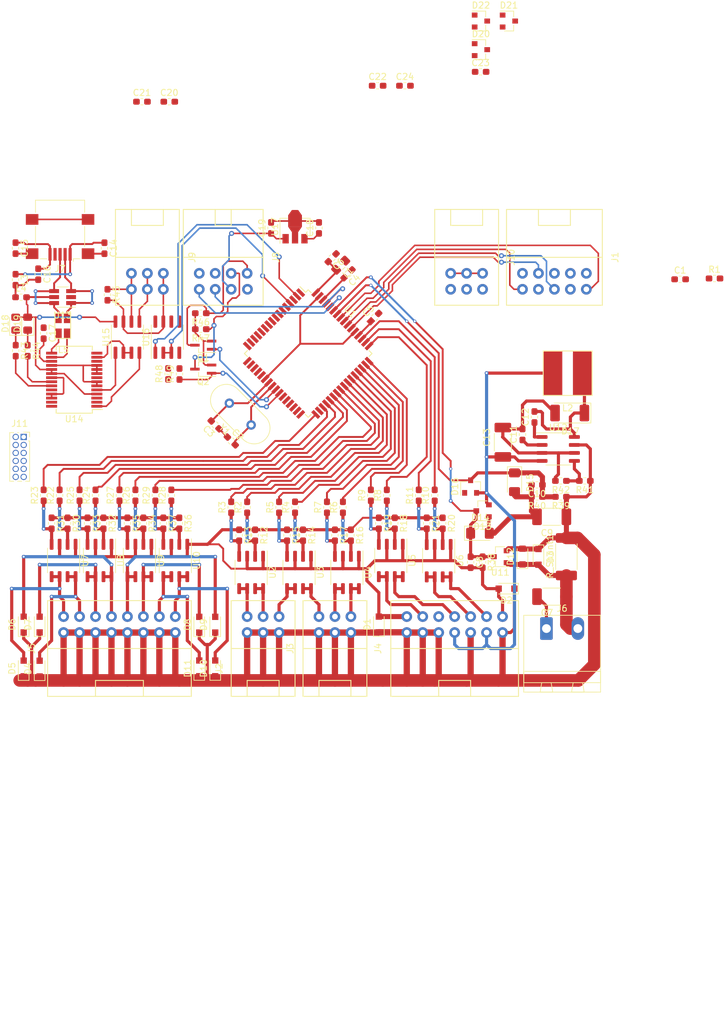
<source format=kicad_pcb>
(kicad_pcb (version 20171130) (host pcbnew "(5.1.4)-1")
  (layers (0 F.Cu signal) (31 B.Cu signal) (34 B.Paste user) (35 F.Paste user) (36 B.SilkS user) (37 F.SilkS user) (38 B.Mask user) (39 F.Mask user) (44 Edge.Cuts user))
  (net 0 "")
  (net 1 RESET)
  (net 2 GND)
  (net 3 "Net-(C2-Pad2)")
  (net 4 "Net-(C3-Pad2)")
  (net 5 "Net-(C4-Pad2)")
  (net 6 +5V)
  (net 7 "Net-(C6-Pad2)")
  (net 8 +12V)
  (net 9 "Net-(D4-Pad2)")
  (net 10 "Net-(D5-Pad2)")
  (net 11 "Net-(D6-Pad2)")
  (net 12 "Net-(D7-Pad2)")
  (net 13 "Net-(D8-Pad2)")
  (net 14 "Net-(D9-Pad2)")
  (net 15 "Net-(D10-Pad2)")
  (net 16 "Net-(D11-Pad2)")
  (net 17 "Net-(J2-Pad3)")
  (net 18 "Net-(J2-Pad2)")
  (net 19 "Net-(J2-Pad1)")
  (net 20 "Net-(J3-Pad1)")
  (net 21 "Net-(J3-Pad2)")
  (net 22 "Net-(J3-Pad3)")
  (net 23 "Net-(R12-Pad2)")
  (net 24 RGB1_ROT)
  (net 25 "Net-(R13-Pad2)")
  (net 26 RGB1_GRUEN)
  (net 27 RGB1_BLAU)
  (net 28 "Net-(R14-Pad2)")
  (net 29 "Net-(R15-Pad2)")
  (net 30 RGB2_ROT)
  (net 31 RGB2_GRUEN)
  (net 32 "Net-(R16-Pad2)")
  (net 33 "Net-(R17-Pad2)")
  (net 34 RGB2_BLAU)
  (net 35 "Net-(R18-Pad2)")
  (net 36 "Net-(R19-Pad2)")
  (net 37 PWM_PUMPE)
  (net 38 "Net-(R10-Pad1)")
  (net 39 "Net-(R11-Pad1)")
  (net 40 HEIZUNG)
  (net 41 SM1_1)
  (net 42 "Net-(R22-Pad1)")
  (net 43 "Net-(R23-Pad1)")
  (net 44 SM1_2)
  (net 45 SM1_3)
  (net 46 "Net-(R24-Pad1)")
  (net 47 SM1_4)
  (net 48 "Net-(R25-Pad1)")
  (net 49 SM2_1)
  (net 50 "Net-(R26-Pad1)")
  (net 51 "Net-(R27-Pad1)")
  (net 52 SM2_2)
  (net 53 SM2_3)
  (net 54 "Net-(R28-Pad1)")
  (net 55 "Net-(R29-Pad1)")
  (net 56 SM2_4)
  (net 57 UART_RXD)
  (net 58 UART_TXD)
  (net 59 UART_DIR)
  (net 60 "Net-(U1-Pad5)")
  (net 61 "Net-(U1-Pad6)")
  (net 62 "Net-(U1-Pad7)")
  (net 63 "Net-(U1-Pad8)")
  (net 64 "Net-(U1-Pad9)")
  (net 65 "Net-(U1-Pad10)")
  (net 66 "Net-(U1-Pad11)")
  (net 67 "Net-(U1-Pad12)")
  (net 68 "Net-(U1-Pad13)")
  (net 69 "Net-(U1-Pad14)")
  (net 70 "Net-(U1-Pad15)")
  (net 71 "Net-(U1-Pad16)")
  (net 72 "Net-(U1-Pad17)")
  (net 73 "Net-(U1-Pad18)")
  (net 74 "Net-(U1-Pad19)")
  (net 75 "Net-(U1-Pad22)")
  (net 76 I²C_SCL)
  (net 77 I²C_SDA)
  (net 78 "Net-(U1-Pad27)")
  (net 79 "Net-(U1-Pad28)")
  (net 80 "Net-(U1-Pad29)")
  (net 81 "Net-(U1-Pad30)")
  (net 82 "Net-(U1-Pad31)")
  (net 83 "Net-(U1-Pad32)")
  (net 84 "Net-(U1-Pad34)")
  (net 85 TDI)
  (net 86 TDO)
  (net 87 TMS)
  (net 88 TCK)
  (net 89 Voltage_Controle)
  (net 90 Current_Controle)
  (net 91 "Net-(J4-Pad6)")
  (net 92 "Net-(J4-Pad5)")
  (net 93 "Net-(J4-Pad4)")
  (net 94 "Net-(J4-Pad2)")
  (net 95 PWM_LUEFTER1)
  (net 96 PWM_LUEFTER2)
  (net 97 "Net-(C7-Pad1)")
  (net 98 "Net-(C11-Pad1)")
  (net 99 "Net-(C12-Pad1)")
  (net 100 "Net-(C12-Pad2)")
  (net 101 "Net-(R41-Pad2)")
  (net 102 "Net-(C14-Pad2)")
  (net 103 "Net-(C14-Pad1)")
  (net 104 "Net-(C16-Pad2)")
  (net 105 "Net-(C17-Pad2)")
  (net 106 "Net-(D18-Pad2)")
  (net 107 "Net-(D18-Pad1)")
  (net 108 "Net-(D19-Pad1)")
  (net 109 "Net-(J7-Pad4)")
  (net 110 "Net-(J7-Pad3)")
  (net 111 "Net-(J7-Pad2)")
  (net 112 "Net-(L5-Pad2)")
  (net 113 "Net-(L5-Pad4)")
  (net 114 "Net-(R43-Pad2)")
  (net 115 "Net-(R44-Pad2)")
  (net 116 "Net-(U14-Pad5)")
  (net 117 "Net-(U14-Pad2)")
  (net 118 "Net-(U14-Pad1)")
  (net 119 "Net-(U14-Pad3)")
  (net 120 "Net-(U14-Pad12)")
  (net 121 "Net-(U14-Pad13)")
  (net 122 "Net-(U14-Pad14)")
  (net 123 "Net-(U14-Pad27)")
  (net 124 "Net-(U14-Pad28)")
  (net 125 "Net-(J1-Pad8)")
  (net 126 +3V3)
  (net 127 GND_HUMI1)
  (net 128 GND_HUMI2)
  (net 129 NOT-AUS)
  (net 130 INPUT1)
  (net 131 INPUT2)
  (net 132 "Net-(J8-Pad5)")
  (net 133 "Net-(J8-Pad6)")
  (net 134 "Net-(J9-Pad1)")
  (net 135 "Net-(J9-Pad3)")
  (net 136 "Net-(J11-Pad12)")
  (net 137 "Net-(J11-Pad11)")
  (net 138 "Net-(J11-Pad10)")
  (net 139 "Net-(J11-Pad9)")
  (net 140 "Net-(J11-Pad8)")
  (net 141 "Net-(J11-Pad7)")
  (net 142 "Net-(J11-Pad6)")
  (net 143 "Net-(J11-Pad5)")
  (net 144 "Net-(J11-Pad4)")
  (net 145 "Net-(J11-Pad3)")
  (net 146 "Net-(J11-Pad2)")
  (net 147 "Net-(J11-Pad1)")
  (module Connector_PinSocket_1.27mm:PinSocket_2x06_P1.27mm_Vertical (layer F.Cu) (at 78.105 86.995)
    (fp_text reference J11 (at -0.635 -2.135) (layer F.SilkS))
    (fp_text value Conn_02x06_Top_Bottom)
    (pad 12 thru_hole oval (at -1.27 6.35) (size 1 1) (drill 0.7) (layers *.Cu *.Mask) (net 136 "Net-(J11-Pad12)"))
    (pad 11 thru_hole oval (at 0 6.35) (size 1 1) (drill 0.7) (layers *.Cu *.Mask) (net 137 "Net-(J11-Pad11)"))
    (pad 10 thru_hole oval (at -1.27 5.08) (size 1 1) (drill 0.7) (layers *.Cu *.Mask) (net 138 "Net-(J11-Pad10)"))
    (pad 9 thru_hole oval (at 0 5.08) (size 1 1) (drill 0.7) (layers *.Cu *.Mask) (net 139 "Net-(J11-Pad9)"))
    (pad 8 thru_hole oval (at -1.27 3.81) (size 1 1) (drill 0.7) (layers *.Cu *.Mask) (net 140 "Net-(J11-Pad8)"))
    (pad 7 thru_hole oval (at 0 3.81) (size 1 1) (drill 0.7) (layers *.Cu *.Mask) (net 141 "Net-(J11-Pad7)"))
    (pad 6 thru_hole oval (at -1.27 2.54) (size 1 1) (drill 0.7) (layers *.Cu *.Mask) (net 142 "Net-(J11-Pad6)"))
    (pad 5 thru_hole oval (at 0 2.54) (size 1 1) (drill 0.7) (layers *.Cu *.Mask) (net 143 "Net-(J11-Pad5)"))
    (pad 4 thru_hole oval (at -1.27 1.27) (size 1 1) (drill 0.7) (layers *.Cu *.Mask) (net 144 "Net-(J11-Pad4)"))
    (pad 3 thru_hole oval (at 0 1.27) (size 1 1) (drill 0.7) (layers *.Cu *.Mask) (net 145 "Net-(J11-Pad3)"))
    (pad 2 thru_hole oval (at -1.27 0) (size 1 1) (drill 0.7) (layers *.Cu *.Mask) (net 146 "Net-(J11-Pad2)"))
    (pad 1 thru_hole rect (at 0 0) (size 1 1) (drill 0.7) (layers *.Cu *.Mask) (net 147 "Net-(J11-Pad1)"))
  )
  (module Package_SO:SOIC-8_3.9x4.9mm_P1.27mm (layer F.Cu) (at 100.965 71.12 90)
    (fp_text reference U16 (at 0 -3.4 90) (layer F.SilkS))
    (fp_text value MAX3072E)
    (pad 8 smd roundrect (at 2.475 -1.905 90) (size 1.95 0.6) (layers F.Cu F.Paste F.Mask) (net 6 +5V))
    (pad 7 smd roundrect (at 2.475 -0.635 90) (size 1.95 0.6) (layers F.Cu F.Paste F.Mask) (net 134 "Net-(J9-Pad1)"))
    (pad 6 smd roundrect (at 2.475 0.635 90) (size 1.95 0.6) (layers F.Cu F.Paste F.Mask) (net 135 "Net-(J9-Pad3)"))
    (pad 5 smd roundrect (at 2.475 1.905 90) (size 1.95 0.6) (layers F.Cu F.Paste F.Mask) (net 2 GND))
    (pad 4 smd roundrect (at -2.475 1.905 90) (size 1.95 0.6) (layers F.Cu F.Paste F.Mask) (net 58 UART_TXD))
    (pad 3 smd roundrect (at -2.475 0.635 90) (size 1.95 0.6) (layers F.Cu F.Paste F.Mask) (net 59 UART_DIR))
    (pad 2 smd roundrect (at -2.475 -0.635 90) (size 1.95 0.6) (layers F.Cu F.Paste F.Mask) (net 59 UART_DIR))
    (pad 1 smd roundrect (at -2.475 -1.905 90) (size 1.95 0.6) (layers F.Cu F.Paste F.Mask) (net 57 UART_RXD))
  )
  (module Crystal:Crystal_HC18-U_Vertical (layer F.Cu) (at 114.3 85.09 135)
    (fp_text reference Y1 (at 2.45 -3.525 135) (layer F.SilkS))
    (fp_text value 16MHz)
    (pad 1 thru_hole circle (at 0 0 135) (size 1.5 1.5) (drill 0.8) (layers *.Cu *.Mask) (net 3 "Net-(C2-Pad2)"))
    (pad 2 thru_hole circle (at 4.9 0 135) (size 1.5 1.5) (drill 0.8) (layers *.Cu *.Mask) (net 4 "Net-(C3-Pad2)"))
  )
  (module L_Lib:WE-CNSW (layer F.Cu) (at 84.34 69.35 180)
    (fp_text reference L5 (at -0.1 -3.77) (layer F.SilkS))
    (fp_text value WE-CNSW)
    (pad 4 smd rect (at -0.6604 -1.143 180) (size 1 1.5) (layers F.Cu F.Paste F.Mask) (net 113 "Net-(L5-Pad4)"))
    (pad 2 smd rect (at 0.6858 -1.143 180) (size 1 1.5) (layers F.Cu F.Paste F.Mask) (net 112 "Net-(L5-Pad2)"))
    (pad 1 smd rect (at 0.6858 1.2192 180) (size 1 1.5) (layers F.Cu F.Paste F.Mask) (net 110 "Net-(J7-Pad3)"))
    (pad 3 smd rect (at -0.6604 1.2192 180) (size 1 1.5) (layers F.Cu F.Paste F.Mask) (net 111 "Net-(J7-Pad2)"))
  )
  (module Package_SO:SOIC-8_3.9x4.9mm_P1.27mm (layer F.Cu) (at 94.615 71.12 90)
    (fp_text reference U15 (at 0 -3.4 90) (layer F.SilkS))
    (fp_text value MAX3072E)
    (pad 8 smd roundrect (at 2.475 -1.905 90) (size 1.95 0.6) (layers F.Cu F.Paste F.Mask) (net 106 "Net-(D18-Pad2)"))
    (pad 7 smd roundrect (at 2.475 -0.635 90) (size 1.95 0.6) (layers F.Cu F.Paste F.Mask) (net 134 "Net-(J9-Pad1)"))
    (pad 6 smd roundrect (at 2.475 0.635 90) (size 1.95 0.6) (layers F.Cu F.Paste F.Mask) (net 135 "Net-(J9-Pad3)"))
    (pad 5 smd roundrect (at 2.475 1.905 90) (size 1.95 0.6) (layers F.Cu F.Paste F.Mask) (net 2 GND))
    (pad 4 smd roundrect (at -2.475 1.905 90) (size 1.95 0.6) (layers F.Cu F.Paste F.Mask) (net 118 "Net-(U14-Pad1)"))
    (pad 3 smd roundrect (at -2.475 0.635 90) (size 1.95 0.6) (layers F.Cu F.Paste F.Mask) (net 121 "Net-(U14-Pad13)"))
    (pad 2 smd roundrect (at -2.475 -0.635 90) (size 1.95 0.6) (layers F.Cu F.Paste F.Mask) (net 121 "Net-(U14-Pad13)"))
    (pad 1 smd roundrect (at -2.475 -1.905 90) (size 1.95 0.6) (layers F.Cu F.Paste F.Mask) (net 116 "Net-(U14-Pad5)"))
  )
  (module Package_TO_SOT_SMD:SOT-23-6_Handsoldering (layer F.Cu) (at 84.3 64.74 180)
    (fp_text reference U13 (at 0 -2.9) (layer F.SilkS))
    (fp_text value WE_TVS)
    (pad 5 smd rect (at 1.35 0 180) (size 1.56 0.65) (layers F.Cu F.Paste F.Mask) (net 106 "Net-(D18-Pad2)"))
    (pad 6 smd rect (at 1.35 -0.95 180) (size 1.56 0.65) (layers F.Cu F.Paste F.Mask) (net 110 "Net-(J7-Pad3)"))
    (pad 4 smd rect (at 1.35 0.95 180) (size 1.56 0.65) (layers F.Cu F.Paste F.Mask) (net 110 "Net-(J7-Pad3)"))
    (pad 3 smd rect (at -1.35 0.95 180) (size 1.56 0.65) (layers F.Cu F.Paste F.Mask) (net 111 "Net-(J7-Pad2)"))
    (pad 2 smd rect (at -1.35 0 180) (size 1.56 0.65) (layers F.Cu F.Paste F.Mask) (net 2 GND))
    (pad 1 smd rect (at -1.35 -0.95 180) (size 1.56 0.65) (layers F.Cu F.Paste F.Mask) (net 111 "Net-(J7-Pad2)"))
  )
  (module Resistor_SMD:R_0603_1608Metric_Pad1.05x0.95mm_HandSolder (layer F.Cu) (at 91.44 64.375 270)
    (fp_text reference R45 (at 0 -1.43 90) (layer F.SilkS))
    (fp_text value 120R)
    (pad 2 smd roundrect (at 0.875 0 270) (size 1.05 0.95) (layers F.Cu F.Paste F.Mask) (net 134 "Net-(J9-Pad1)"))
    (pad 1 smd roundrect (at -0.875 0 270) (size 1.05 0.95) (layers F.Cu F.Paste F.Mask) (net 135 "Net-(J9-Pad3)"))
  )
  (module Resistor_SMD:R_0603_1608Metric_Pad1.05x0.95mm_HandSolder (layer F.Cu) (at 78.74 73.265 270)
    (fp_text reference R44 (at 0 -1.43 90) (layer F.SilkS))
    (fp_text value 1k)
    (pad 2 smd roundrect (at 0.875 0 270) (size 1.05 0.95) (layers F.Cu F.Paste F.Mask) (net 115 "Net-(R44-Pad2)"))
    (pad 1 smd roundrect (at -0.875 0 270) (size 1.05 0.95) (layers F.Cu F.Paste F.Mask) (net 108 "Net-(D19-Pad1)"))
  )
  (module Resistor_SMD:R_0603_1608Metric_Pad1.05x0.95mm_HandSolder (layer F.Cu) (at 76.835 73.265 270)
    (fp_text reference R43 (at 0 -1.43 90) (layer F.SilkS))
    (fp_text value 1k)
    (pad 2 smd roundrect (at 0.875 0 270) (size 1.05 0.95) (layers F.Cu F.Paste F.Mask) (net 114 "Net-(R43-Pad2)"))
    (pad 1 smd roundrect (at -0.875 0 270) (size 1.05 0.95) (layers F.Cu F.Paste F.Mask) (net 107 "Net-(D18-Pad1)"))
  )
  (module Inductor_SMD:L_0603_1608Metric_Pad1.05x0.95mm_HandSolder (layer F.Cu) (at 77.685 64.77)
    (fp_text reference L4 (at 0 -1.43) (layer F.SilkS))
    (fp_text value L)
    (pad 2 smd roundrect (at 0.875 0) (size 1.05 0.95) (layers F.Cu F.Paste F.Mask) (net 106 "Net-(D18-Pad2)"))
    (pad 1 smd roundrect (at -0.875 0) (size 1.05 0.95) (layers F.Cu F.Paste F.Mask) (net 104 "Net-(C16-Pad2)"))
  )
  (module Inductor_SMD:L_0603_1608Metric_Pad1.05x0.95mm_HandSolder (layer F.Cu) (at 76.81 61.975 270)
    (fp_text reference L3 (at 0 -1.43 90) (layer F.SilkS))
    (fp_text value L)
    (pad 2 smd roundrect (at 0.875 0 270) (size 1.05 0.95) (layers F.Cu F.Paste F.Mask) (net 104 "Net-(C16-Pad2)"))
    (pad 1 smd roundrect (at -0.875 0 270) (size 1.05 0.95) (layers F.Cu F.Paste F.Mask) (net 103 "Net-(C14-Pad1)"))
  )
  (module Connector_USB:USB_Mini-B_Lumberg_2486_01_Horizontal (layer F.Cu) (at 83.895 55.235 180)
    (fp_text reference J7 (at 0 -5) (layer F.SilkS))
    (fp_text value USB_B_Mini)
    (pad "" np_thru_hole circle (at 2.2 0 180) (size 1 1) (drill 1) (layers *.Cu *.Mask))
    (pad "" np_thru_hole circle (at -2.2 0 180) (size 1 1) (drill 1) (layers *.Cu *.Mask))
    (pad 6 smd rect (at 4.45 2.85 180) (size 2 1.7) (layers F.Cu F.Paste F.Mask) (net 102 "Net-(C14-Pad2)"))
    (pad 6 smd rect (at 4.45 -2.6 180) (size 2 1.7) (layers F.Cu F.Paste F.Mask) (net 102 "Net-(C14-Pad2)"))
    (pad 6 smd rect (at -4.45 2.85 180) (size 2 1.7) (layers F.Cu F.Paste F.Mask) (net 102 "Net-(C14-Pad2)"))
    (pad 6 smd rect (at -4.45 -2.6 180) (size 2 1.7) (layers F.Cu F.Paste F.Mask) (net 102 "Net-(C14-Pad2)"))
    (pad 5 smd rect (at 1.6 -2.7 180) (size 0.5 2) (layers F.Cu F.Paste F.Mask) (net 2 GND))
    (pad 4 smd rect (at 0.8 -2.7 180) (size 0.5 2) (layers F.Cu F.Paste F.Mask) (net 109 "Net-(J7-Pad4)"))
    (pad 3 smd rect (at 0 -2.7 180) (size 0.5 2) (layers F.Cu F.Paste F.Mask) (net 110 "Net-(J7-Pad3)"))
    (pad 2 smd rect (at -0.8 -2.7 180) (size 0.5 2) (layers F.Cu F.Paste F.Mask) (net 111 "Net-(J7-Pad2)"))
    (pad 1 smd rect (at -1.6 -2.7 180) (size 0.5 2) (layers F.Cu F.Paste F.Mask) (net 103 "Net-(C14-Pad1)"))
  )
  (module LED_SMD:LED_0805_2012Metric_Pad1.15x1.40mm_HandSolder (layer F.Cu) (at 78.74 68.97 90)
    (fp_text reference D19 (at 0 -1.65 90) (layer F.SilkS))
    (fp_text value LED)
    (pad 2 smd roundrect (at 1.025 0 90) (size 1.15 1.4) (layers F.Cu F.Paste F.Mask) (roundrect_rratio 0.217391) (net 106 "Net-(D18-Pad2)"))
    (pad 1 smd roundrect (at -1.025 0 90) (size 1.15 1.4) (layers F.Cu F.Paste F.Mask) (roundrect_rratio 0.217391) (net 108 "Net-(D19-Pad1)"))
  )
  (module LED_SMD:LED_0805_2012Metric_Pad1.15x1.40mm_HandSolder (layer F.Cu) (at 76.835 68.97 90)
    (fp_text reference D18 (at 0 -1.65 90) (layer F.SilkS))
    (fp_text value LED)
    (pad 2 smd roundrect (at 1.025 0 90) (size 1.15 1.4) (layers F.Cu F.Paste F.Mask) (roundrect_rratio 0.217391) (net 106 "Net-(D18-Pad2)"))
    (pad 1 smd roundrect (at -1.025 0 90) (size 1.15 1.4) (layers F.Cu F.Paste F.Mask) (roundrect_rratio 0.217391) (net 107 "Net-(D18-Pad1)"))
  )
  (module Capacitor_SMD:C_0603_1608Metric_Pad1.05x0.95mm_HandSolder (layer F.Cu) (at 80.42 61.1 270)
    (fp_text reference C16 (at 0 -1.43 90) (layer F.SilkS))
    (fp_text value 100nF)
    (pad 2 smd roundrect (at 0.875 0 270) (size 1.05 0.95) (layers F.Cu F.Paste F.Mask) (net 104 "Net-(C16-Pad2)"))
    (pad 1 smd roundrect (at -0.875 0 270) (size 1.05 0.95) (layers F.Cu F.Paste F.Mask) (net 2 GND))
  )
  (module Capacitor_SMD:C_0603_1608Metric_Pad1.05x0.95mm_HandSolder (layer F.Cu) (at 76.81 56.955 270)
    (fp_text reference C15 (at 0 -1.43 90) (layer F.SilkS))
    (fp_text value 100nF)
    (pad 2 smd roundrect (at 0.875 0 270) (size 1.05 0.95) (layers F.Cu F.Paste F.Mask) (net 102 "Net-(C14-Pad2)"))
    (pad 1 smd roundrect (at -0.875 0 270) (size 1.05 0.95) (layers F.Cu F.Paste F.Mask) (net 2 GND))
  )
  (module Capacitor_SMD:C_0603_1608Metric_Pad1.05x0.95mm_HandSolder (layer F.Cu) (at 90.96 56.965 270)
    (fp_text reference C14 (at 0 -1.43 90) (layer F.SilkS))
    (fp_text value 100nF)
    (pad 2 smd roundrect (at 0.875 0 270) (size 1.05 0.95) (layers F.Cu F.Paste F.Mask) (net 102 "Net-(C14-Pad2)"))
    (pad 1 smd roundrect (at -0.875 0 270) (size 1.05 0.95) (layers F.Cu F.Paste F.Mask) (net 103 "Net-(C14-Pad1)"))
  )
  (module D_Lib:1N4148 (layer F.Cu) (at 160.02 106.045 270)
    (fp_text reference D3 (at 0.0508 -1.905 90) (layer F.SilkS))
    (fp_text value 1N4148)
    (pad 1 smd rect (at -1.2246 0 270) (size 1 1) (layers F.Cu F.Paste F.Mask) (net 8 +12V))
    (pad 2 smd rect (at 1.2754 0 270) (size 1 1) (layers F.Cu F.Paste F.Mask) (net 97 "Net-(C7-Pad1)"))
  )
  (module D_Lib:ZPD5.1 (layer F.Cu) (at 156.2862 94.2483 270)
    (fp_text reference D15 (at 0.0254 -2.3876 90) (layer F.SilkS))
    (fp_text value ZPD5.1)
    (pad 2 smd roundrect (at 1.4367 0.0762 270) (size 1.425 1.75) (layers F.Cu F.Paste F.Mask) (roundrect_rratio 0.175439) (net 2 GND))
    (pad 1 smd roundrect (at -1.5383 0.0762 270) (size 1.425 1.75) (layers F.Cu F.Paste F.Mask) (roundrect_rratio 0.175439) (net 89 Voltage_Controle))
  )
  (module D_Lib:ZPD5.1 (layer F.Cu) (at 150.7633 102.235)
    (fp_text reference D14 (at 0.0254 -2.3876) (layer F.SilkS))
    (fp_text value ZPD5.1)
    (pad 2 smd roundrect (at 1.4367 0.0762) (size 1.425 1.75) (layers F.Cu F.Paste F.Mask) (roundrect_rratio 0.175439) (net 2 GND))
    (pad 1 smd roundrect (at -1.5383 0.0762) (size 1.425 1.75) (layers F.Cu F.Paste F.Mask) (roundrect_rratio 0.175439) (net 90 Current_Controle))
  )
  (module D_Lib:1N4148 (layer F.Cu) (at 157.48 106.045 90)
    (fp_text reference D12 (at 0.0508 -1.905 90) (layer F.SilkS))
    (fp_text value 1N4148)
    (pad 1 smd rect (at -1.2246 0 90) (size 1 1) (layers F.Cu F.Paste F.Mask) (net 97 "Net-(C7-Pad1)"))
    (pad 2 smd rect (at 1.2754 0 90) (size 1 1) (layers F.Cu F.Paste F.Mask) (net 8 +12V))
  )
  (module Resistor_SMD:R_0603_1608Metric_Pad1.05x0.95mm_HandSolder (layer F.Cu) (at 140.97 96.28 90)
    (fp_text reference R11 (at 0 -1.43 90) (layer F.SilkS))
    (fp_text value 160R)
    (pad 1 smd roundrect (at -0.875 0 90) (size 1.05 0.95) (layers F.Cu F.Paste F.Mask) (net 39 "Net-(R11-Pad1)"))
    (pad 2 smd roundrect (at 0.875 0 90) (size 1.05 0.95) (layers F.Cu F.Paste F.Mask) (net 40 HEIZUNG))
  )
  (module Conn_Lib:Wanne-14Pol (layer F.Cu) (at 146.685 120.65 90)
    (fp_text reference J4 (at 0 -12.2 90) (layer F.SilkS))
    (fp_text value Con_PU_HE_LÜ)
    (pad 14 thru_hole circle (at 2.54 -7.62 90) (size 1.7 1.7) (drill 0.9) (layers *.Cu *.Mask) (net 8 +12V))
    (pad 13 thru_hole circle (at 2.54 -5.08 90) (size 1.7 1.7) (drill 0.9) (layers *.Cu *.Mask) (net 8 +12V))
    (pad 12 thru_hole circle (at 2.54 -2.54 90) (size 1.7 1.7) (drill 0.9) (layers *.Cu *.Mask) (net 8 +12V))
    (pad 11 thru_hole circle (at 2.54 0 90) (size 1.7 1.7) (drill 0.9) (layers *.Cu *.Mask) (net 6 +5V))
    (pad 10 thru_hole circle (at 2.54 2.54 90) (size 1.7 1.7) (drill 0.9) (layers *.Cu *.Mask) (net 8 +12V))
    (pad 9 thru_hole circle (at 2.54 5.08 90) (size 1.7 1.7) (drill 0.9) (layers *.Cu *.Mask) (net 6 +5V))
    (pad 8 thru_hole circle (at 2.54 7.62 90) (size 1.7 1.7) (drill 0.9) (layers *.Cu *.Mask) (net 8 +12V))
    (pad 7 thru_hole circle (at 5.08 7.62 90) (size 1.7 1.7) (drill 0.9) (layers *.Cu *.Mask) (net 2 GND))
    (pad 6 thru_hole circle (at 5.08 5.08 90) (size 1.7 1.7) (drill 0.9) (layers *.Cu *.Mask) (net 91 "Net-(J4-Pad6)"))
    (pad 5 thru_hole circle (at 5.08 2.54 90) (size 1.7 1.7) (drill 0.9) (layers *.Cu *.Mask) (net 92 "Net-(J4-Pad5)"))
    (pad 4 thru_hole circle (at 5.08 0 90) (size 1.7 1.7) (drill 0.9) (layers *.Cu *.Mask) (net 93 "Net-(J4-Pad4)"))
    (pad 3 thru_hole circle (at 5.08 -2.54 90) (size 1.7 1.7) (drill 0.9) (layers *.Cu *.Mask) (net 2 GND))
    (pad 2 thru_hole circle (at 5.08 -5.08 90) (size 1.7 1.7) (drill 0.9) (layers *.Cu *.Mask) (net 94 "Net-(J4-Pad2)"))
    (pad 1 thru_hole circle (at 5.08 -7.62 90) (size 1.7 1.7) (drill 0.9) (layers *.Cu *.Mask) (net 2 GND))
  )
  (module Conn_Lib:Wanne_6Pol (layer F.Cu) (at 127.635 120.65 90)
    (fp_text reference J3 (at 0 -7.12 90) (layer F.SilkS))
    (fp_text value Con_RGB1)
    (pad 6 thru_hole circle (at 2.54 2.54 90) (size 1.7 1.7) (drill 0.9) (layers *.Cu *.Mask) (net 8 +12V))
    (pad 5 thru_hole circle (at 2.54 0 90) (size 1.7 1.7) (drill 0.9) (layers *.Cu *.Mask) (net 8 +12V))
    (pad 4 thru_hole circle (at 2.54 -2.54 90) (size 1.7 1.7) (drill 0.9) (layers *.Cu *.Mask) (net 8 +12V))
    (pad 3 thru_hole circle (at 5.08 2.54 90) (size 1.7 1.7) (drill 0.9) (layers *.Cu *.Mask) (net 22 "Net-(J3-Pad3)"))
    (pad 2 thru_hole circle (at 5.08 0 90) (size 1.7 1.7) (drill 0.9) (layers *.Cu *.Mask) (net 21 "Net-(J3-Pad2)"))
    (pad 1 thru_hole circle (at 5.08 -2.54 90) (size 1.7 1.7) (drill 0.9) (layers *.Cu *.Mask) (net 20 "Net-(J3-Pad1)"))
  )
  (module Conn_Lib:Wanne_6Pol (layer F.Cu) (at 116.205 120.65 90)
    (fp_text reference J2 (at -3.175 -6.985 90) (layer F.SilkS))
    (fp_text value Con_RGB1)
    (pad 6 thru_hole circle (at 2.54 2.54 90) (size 1.7 1.7) (drill 0.9) (layers *.Cu *.Mask) (net 8 +12V))
    (pad 5 thru_hole circle (at 2.54 0 90) (size 1.7 1.7) (drill 0.9) (layers *.Cu *.Mask) (net 8 +12V))
    (pad 4 thru_hole circle (at 2.54 -2.54 90) (size 1.7 1.7) (drill 0.9) (layers *.Cu *.Mask) (net 8 +12V))
    (pad 3 thru_hole circle (at 5.08 2.54 90) (size 1.7 1.7) (drill 0.9) (layers *.Cu *.Mask) (net 17 "Net-(J2-Pad3)"))
    (pad 2 thru_hole circle (at 5.08 0 90) (size 1.7 1.7) (drill 0.9) (layers *.Cu *.Mask) (net 18 "Net-(J2-Pad2)"))
    (pad 1 thru_hole circle (at 5.08 -2.54 90) (size 1.7 1.7) (drill 0.9) (layers *.Cu *.Mask) (net 19 "Net-(J2-Pad1)"))
  )
  (module Conn_Lib:Wanne_16Pol (layer F.Cu) (at 92.075 120.65 90)
    (fp_text reference J5 (at 0 -12.7 90) (layer F.SilkS))
    (fp_text value Con_SM)
    (pad 16 thru_hole circle (at 2.54 10.16 90) (size 1.7 1.7) (drill 0.9) (layers *.Cu *.Mask) (net 8 +12V))
    (pad 15 thru_hole circle (at 2.54 7.62 90) (size 1.7 1.7) (drill 0.9) (layers *.Cu *.Mask) (net 8 +12V))
    (pad 14 thru_hole circle (at 2.54 5.08 90) (size 1.7 1.7) (drill 0.9) (layers *.Cu *.Mask) (net 8 +12V))
    (pad 13 thru_hole circle (at 2.54 2.54 90) (size 1.7 1.7) (drill 0.9) (layers *.Cu *.Mask) (net 8 +12V))
    (pad 12 thru_hole circle (at 2.54 0 90) (size 1.7 1.7) (drill 0.9) (layers *.Cu *.Mask) (net 8 +12V))
    (pad 11 thru_hole circle (at 2.54 -2.54 90) (size 1.7 1.7) (drill 0.9) (layers *.Cu *.Mask) (net 8 +12V))
    (pad 10 thru_hole circle (at 2.54 -5.08 90) (size 1.7 1.7) (drill 0.9) (layers *.Cu *.Mask) (net 8 +12V))
    (pad 9 thru_hole circle (at 2.54 -7.62 90) (size 1.7 1.7) (drill 0.9) (layers *.Cu *.Mask) (net 8 +12V))
    (pad 8 thru_hole circle (at 5.08 10.16 90) (size 1.7 1.7) (drill 0.9) (layers *.Cu *.Mask) (net 15 "Net-(D10-Pad2)"))
    (pad 7 thru_hole circle (at 5.08 7.62 90) (size 1.7 1.7) (drill 0.9) (layers *.Cu *.Mask) (net 16 "Net-(D11-Pad2)"))
    (pad 6 thru_hole circle (at 5.08 5.08 90) (size 1.7 1.7) (drill 0.9) (layers *.Cu *.Mask) (net 13 "Net-(D8-Pad2)"))
    (pad 5 thru_hole circle (at 5.08 2.54 90) (size 1.7 1.7) (drill 0.9) (layers *.Cu *.Mask) (net 14 "Net-(D9-Pad2)"))
    (pad 4 thru_hole circle (at 5.08 0 90) (size 1.7 1.7) (drill 0.9) (layers *.Cu *.Mask) (net 11 "Net-(D6-Pad2)"))
    (pad 3 thru_hole circle (at 5.08 -2.54 90) (size 1.7 1.7) (drill 0.9) (layers *.Cu *.Mask) (net 12 "Net-(D7-Pad2)"))
    (pad 2 thru_hole circle (at 5.08 -5.08 90) (size 1.7 1.7) (drill 0.9) (layers *.Cu *.Mask) (net 9 "Net-(D4-Pad2)"))
    (pad 1 thru_hole circle (at 5.08 -7.62 90) (size 1.7 1.7) (drill 0.9) (layers *.Cu *.Mask) (net 10 "Net-(D5-Pad2)"))
  )
  (module Capacitor_SMD:C_0603_1608Metric_Pad1.05x0.95mm_HandSolder (layer F.Cu) (at 182.5625 61.9125)
    (fp_text reference C1 (at 0 -1.43) (layer F.SilkS))
    (fp_text value 10nF)
    (pad 1 smd roundrect (at -0.875 0) (size 1.05 0.95) (layers F.Cu F.Paste F.Mask) (net 1 RESET))
    (pad 2 smd roundrect (at 0.875 0) (size 1.05 0.95) (layers F.Cu F.Paste F.Mask) (net 2 GND))
  )
  (module Capacitor_SMD:C_0603_1608Metric_Pad1.05x0.95mm_HandSolder (layer F.Cu) (at 111.141282 87.63 315)
    (fp_text reference C2 (at 0 -1.43 135) (layer F.SilkS))
    (fp_text value 22pF)
    (pad 2 smd roundrect (at 0.875 0 315) (size 1.05 0.95) (layers F.Cu F.Paste F.Mask) (net 3 "Net-(C2-Pad2)"))
    (pad 1 smd roundrect (at -0.875 0 315) (size 1.05 0.95) (layers F.Cu F.Paste F.Mask) (net 2 GND))
  )
  (module Capacitor_SMD:C_0603_1608Metric_Pad1.05x0.95mm_HandSolder (layer F.Cu) (at 108.568718 85.073718 135)
    (fp_text reference C3 (at 0 -1.43 135) (layer F.SilkS))
    (fp_text value 22pF)
    (pad 1 smd roundrect (at -0.875 0 135) (size 1.05 0.95) (layers F.Cu F.Paste F.Mask) (net 2 GND))
    (pad 2 smd roundrect (at 0.875 0 135) (size 1.05 0.95) (layers F.Cu F.Paste F.Mask) (net 4 "Net-(C3-Pad2)"))
  )
  (module Capacitor_SMD:C_0603_1608Metric_Pad1.05x0.95mm_HandSolder (layer F.Cu) (at 129.714218 61.039782 225)
    (fp_text reference C4 (at 0 -1.43 45) (layer F.SilkS))
    (fp_text value 100nF)
    (pad 2 smd roundrect (at 0.875 0 225) (size 1.05 0.95) (layers F.Cu F.Paste F.Mask) (net 5 "Net-(C4-Pad2)"))
    (pad 1 smd roundrect (at -0.875 0 225) (size 1.05 0.95) (layers F.Cu F.Paste F.Mask) (net 2 GND))
  )
  (module Capacitor_SMD:C_0603_1608Metric_Pad1.05x0.95mm_HandSolder (layer F.Cu) (at 133.968718 67.961282 45)
    (fp_text reference C5 (at 0 -1.43 45) (layer F.SilkS))
    (fp_text value 100nF)
    (pad 1 smd rect (at -0.875 0 45) (size 1.05 0.95) (layers F.Cu F.Paste F.Mask) (net 6 +5V))
    (pad 2 smd roundrect (at 0.875 0 45) (size 1.05 0.95) (layers F.Cu F.Paste F.Mask) (net 2 GND))
  )
  (module Capacitor_SMD:C_0603_1608Metric_Pad1.05x0.95mm_HandSolder (layer F.Cu) (at 127.1905 58.4835 225)
    (fp_text reference C6 (at 0 -1.43 45) (layer F.SilkS))
    (fp_text value 100nF)
    (pad 2 smd roundrect (at 0.875 0 225) (size 1.05 0.95) (layers F.Cu F.Paste F.Mask) (net 7 "Net-(C6-Pad2)"))
    (pad 1 smd roundrect (at -0.875 0 225) (size 1.05 0.95) (layers F.Cu F.Paste F.Mask) (net 2 GND))
  )
  (module Diode_SMD:D_SOD-323_HandSoldering (layer F.Cu) (at 134.62 116.82 90)
    (fp_text reference D1 (at 0 -1.85 90) (layer F.SilkS))
    (fp_text value 1N4148)
    (pad 1 smd rect (at -1.25 0 90) (size 1 1) (layers F.Cu F.Paste F.Mask) (net 8 +12V))
    (pad 2 smd rect (at 1.25 0 90) (size 1 1) (layers F.Cu F.Paste F.Mask) (net 2 GND))
  )
  (module Diode_SMD:D_SOD-323_HandSoldering (layer F.Cu) (at 154.94 111.125 180)
    (fp_text reference D2 (at 0 -1.85) (layer F.SilkS))
    (fp_text value 1N4148)
    (pad 2 smd rect (at 1.25 0 180) (size 1 1) (layers F.Cu F.Paste F.Mask) (net 2 GND))
    (pad 1 smd rect (at -1.25 0 180) (size 1 1) (layers F.Cu F.Paste F.Mask) (net 8 +12V))
  )
  (module Diode_SMD:D_SOD-323_HandSoldering (layer F.Cu) (at 80.645 123.845 90)
    (fp_text reference D4 (at 0 -1.85 90) (layer F.SilkS))
    (fp_text value 1N4148)
    (pad 2 smd rect (at 1.25 0 90) (size 1 1) (layers F.Cu F.Paste F.Mask) (net 9 "Net-(D4-Pad2)"))
    (pad 1 smd rect (at -1.25 0 90) (size 1 1) (layers F.Cu F.Paste F.Mask) (net 8 +12V))
  )
  (module Diode_SMD:D_SOD-323_HandSoldering (layer F.Cu) (at 78.105 123.825 90)
    (fp_text reference D5 (at 0 -1.85 90) (layer F.SilkS))
    (fp_text value 1N4148)
    (pad 1 smd rect (at -1.25 0 90) (size 1 1) (layers F.Cu F.Paste F.Mask) (net 8 +12V))
    (pad 2 smd rect (at 1.25 0 90) (size 1 1) (layers F.Cu F.Paste F.Mask) (net 10 "Net-(D5-Pad2)"))
  )
  (module Diode_SMD:D_SOD-323_HandSoldering (layer F.Cu) (at 78.105 116.84 90)
    (fp_text reference D6 (at 0 -1.85 90) (layer F.SilkS))
    (fp_text value 1N4148)
    (pad 2 smd rect (at 1.25 0 90) (size 1 1) (layers F.Cu F.Paste F.Mask) (net 11 "Net-(D6-Pad2)"))
    (pad 1 smd rect (at -1.25 0 90) (size 1 1) (layers F.Cu F.Paste F.Mask) (net 8 +12V))
  )
  (module Diode_SMD:D_SOD-323_HandSoldering (layer F.Cu) (at 80.645 116.84 90)
    (fp_text reference D7 (at 0 -1.85 90) (layer F.SilkS))
    (fp_text value 1N4148)
    (pad 1 smd rect (at -1.25 0 90) (size 1 1) (layers F.Cu F.Paste F.Mask) (net 8 +12V))
    (pad 2 smd rect (at 1.25 0 90) (size 1 1) (layers F.Cu F.Paste F.Mask) (net 12 "Net-(D7-Pad2)"))
  )
  (module Diode_SMD:D_SOD-323_HandSoldering (layer F.Cu) (at 106.045 116.86 90)
    (fp_text reference D8 (at 0 -1.85 90) (layer F.SilkS))
    (fp_text value 1N4148)
    (pad 2 smd rect (at 1.25 0 90) (size 1 1) (layers F.Cu F.Paste F.Mask) (net 13 "Net-(D8-Pad2)"))
    (pad 1 smd rect (at -1.25 0 90) (size 1 1) (layers F.Cu F.Paste F.Mask) (net 8 +12V))
  )
  (module Diode_SMD:D_SOD-323_HandSoldering (layer F.Cu) (at 108.585 116.86 90)
    (fp_text reference D9 (at 0 -1.85 90) (layer F.SilkS))
    (fp_text value 1N4148)
    (pad 1 smd rect (at -1.25 0 90) (size 1 1) (layers F.Cu F.Paste F.Mask) (net 8 +12V))
    (pad 2 smd rect (at 1.25 0 90) (size 1 1) (layers F.Cu F.Paste F.Mask) (net 14 "Net-(D9-Pad2)"))
  )
  (module Diode_SMD:D_SOD-323_HandSoldering (layer F.Cu) (at 108.585 123.805 90)
    (fp_text reference D10 (at 0 -1.85 90) (layer F.SilkS))
    (fp_text value 1N4148)
    (pad 2 smd rect (at 1.25 0 90) (size 1 1) (layers F.Cu F.Paste F.Mask) (net 15 "Net-(D10-Pad2)"))
    (pad 1 smd rect (at -1.25 0 90) (size 1 1) (layers F.Cu F.Paste F.Mask) (net 8 +12V))
  )
  (module Diode_SMD:D_SOD-323_HandSoldering (layer F.Cu) (at 106.045 123.805 90)
    (fp_text reference D11 (at 0 -1.85 90) (layer F.SilkS))
    (fp_text value 1N4148)
    (pad 1 smd rect (at -1.25 0 90) (size 1 1) (layers F.Cu F.Paste F.Mask) (net 8 +12V))
    (pad 2 smd rect (at 1.25 0 90) (size 1 1) (layers F.Cu F.Paste F.Mask) (net 16 "Net-(D11-Pad2)"))
  )
  (module Inductor_SMD:L_0805_2012Metric_Pad1.15x1.40mm_HandSolder (layer F.Cu) (at 128.550284 59.663716 225)
    (fp_text reference L1 (at 0 -1.65 45) (layer F.SilkS))
    (fp_text value 10uH)
    (pad 1 smd roundrect (at -1.025 0 225) (size 1.15 1.4) (layers F.Cu F.Paste F.Mask) (roundrect_rratio 0.217391) (net 6 +5V))
    (pad 2 smd roundrect (at 1.025 0 225) (size 1.15 1.4) (layers F.Cu F.Paste F.Mask) (roundrect_rratio 0.217391) (net 7 "Net-(C6-Pad2)"))
  )
  (module Resistor_SMD:R_0603_1608Metric_Pad1.05x0.95mm_HandSolder (layer F.Cu) (at 188.037501 61.777501)
    (fp_text reference R1 (at 0 -1.43) (layer F.SilkS))
    (fp_text value R)
    (pad 2 smd roundrect (at 0.875 0) (size 1.05 0.95) (layers F.Cu F.Paste F.Mask) (net 1 RESET))
    (pad 1 smd roundrect (at -0.875 0) (size 1.05 0.95) (layers F.Cu F.Paste F.Mask) (net 6 +5V))
  )
  (module Resistor_SMD:R_0603_1608Metric_Pad1.05x0.95mm_HandSolder (layer F.Cu) (at 113.665 98.185 90)
    (fp_text reference R2 (at 0 -1.43 90) (layer F.SilkS))
    (fp_text value 160R)
    (pad 1 smd roundrect (at -0.875 0 90) (size 1.05 0.95) (layers F.Cu F.Paste F.Mask) (net 23 "Net-(R12-Pad2)"))
    (pad 2 smd roundrect (at 0.875 0 90) (size 1.05 0.95) (layers F.Cu F.Paste F.Mask) (net 26 RGB1_GRUEN))
  )
  (module Resistor_SMD:R_0603_1608Metric_Pad1.05x0.95mm_HandSolder (layer F.Cu) (at 111.125 98.185 90)
    (fp_text reference R3 (at 0 -1.43 90) (layer F.SilkS))
    (fp_text value 160R)
    (pad 1 smd roundrect (at -0.875 0 90) (size 1.05 0.95) (layers F.Cu F.Paste F.Mask) (net 25 "Net-(R13-Pad2)"))
    (pad 2 smd roundrect (at 0.875 0 90) (size 1.05 0.95) (layers F.Cu F.Paste F.Mask) (net 27 RGB1_BLAU))
  )
  (module Resistor_SMD:R_0603_1608Metric_Pad1.05x0.95mm_HandSolder (layer F.Cu) (at 121.285 98.185 90)
    (fp_text reference R4 (at 0 -1.43 90) (layer F.SilkS))
    (fp_text value 160R)
    (pad 2 smd roundrect (at 0.875 0 90) (size 1.05 0.95) (layers F.Cu F.Paste F.Mask) (net 34 RGB2_BLAU))
    (pad 1 smd roundrect (at -0.875 0 90) (size 1.05 0.95) (layers F.Cu F.Paste F.Mask) (net 28 "Net-(R14-Pad2)"))
  )
  (module Resistor_SMD:R_0603_1608Metric_Pad1.05x0.95mm_HandSolder (layer F.Cu) (at 118.745 98.185 90)
    (fp_text reference R5 (at 0 -1.43 90) (layer F.SilkS))
    (fp_text value 160R)
    (pad 1 smd roundrect (at -0.875 0 90) (size 1.05 0.95) (layers F.Cu F.Paste F.Mask) (net 29 "Net-(R15-Pad2)"))
    (pad 2 smd roundrect (at 0.875 0 90) (size 1.05 0.95) (layers F.Cu F.Paste F.Mask) (net 24 RGB1_ROT))
  )
  (module Resistor_SMD:R_0603_1608Metric_Pad1.05x0.95mm_HandSolder (layer F.Cu) (at 128.905 98.185 90)
    (fp_text reference R6 (at 0 -1.43 90) (layer F.SilkS))
    (fp_text value 160R)
    (pad 2 smd roundrect (at 0.875 0 90) (size 1.05 0.95) (layers F.Cu F.Paste F.Mask) (net 30 RGB2_ROT))
    (pad 1 smd roundrect (at -0.875 0 90) (size 1.05 0.95) (layers F.Cu F.Paste F.Mask) (net 32 "Net-(R16-Pad2)"))
  )
  (module Resistor_SMD:R_0603_1608Metric_Pad1.05x0.95mm_HandSolder (layer F.Cu) (at 126.365 98.185 90)
    (fp_text reference R7 (at 0 -1.43 90) (layer F.SilkS))
    (fp_text value 160R)
    (pad 1 smd roundrect (at -0.875 0 90) (size 1.05 0.95) (layers F.Cu F.Paste F.Mask) (net 33 "Net-(R17-Pad2)"))
    (pad 2 smd roundrect (at 0.875 0 90) (size 1.05 0.95) (layers F.Cu F.Paste F.Mask) (net 31 RGB2_GRUEN))
  )
  (module Resistor_SMD:R_0603_1608Metric_Pad1.05x0.95mm_HandSolder (layer F.Cu) (at 135.89 96.28 90)
    (fp_text reference R8 (at 0 -1.43 90) (layer F.SilkS))
    (fp_text value 160R)
    (pad 1 smd roundrect (at -0.875 0 90) (size 1.05 0.95) (layers F.Cu F.Paste F.Mask) (net 35 "Net-(R18-Pad2)"))
    (pad 2 smd roundrect (at 0.875 0 90) (size 1.05 0.95) (layers F.Cu F.Paste F.Mask) (net 95 PWM_LUEFTER1))
  )
  (module Resistor_SMD:R_0603_1608Metric_Pad1.05x0.95mm_HandSolder (layer F.Cu) (at 133.35 96.28 90)
    (fp_text reference R9 (at 0 -1.43 90) (layer F.SilkS))
    (fp_text value 160R)
    (pad 1 smd roundrect (at -0.875 0 90) (size 1.05 0.95) (layers F.Cu F.Paste F.Mask) (net 36 "Net-(R19-Pad2)"))
    (pad 2 smd roundrect (at 0.875 0 90) (size 1.05 0.95) (layers F.Cu F.Paste F.Mask) (net 96 PWM_LUEFTER2))
  )
  (module Resistor_SMD:R_0603_1608Metric_Pad1.05x0.95mm_HandSolder (layer F.Cu) (at 143.51 96.28 90)
    (fp_text reference R10 (at 0 -1.43 90) (layer F.SilkS))
    (fp_text value 160R)
    (pad 2 smd roundrect (at 0.875 0 90) (size 1.05 0.95) (layers F.Cu F.Paste F.Mask) (net 37 PWM_PUMPE))
    (pad 1 smd roundrect (at -0.875 0 90) (size 1.05 0.95) (layers F.Cu F.Paste F.Mask) (net 38 "Net-(R10-Pad1)"))
  )
  (module Resistor_SMD:R_0603_1608Metric_Pad1.05x0.95mm_HandSolder (layer F.Cu) (at 114.935 102.63 270)
    (fp_text reference R12 (at 0 -1.43 90) (layer F.SilkS))
    (fp_text value 10k)
    (pad 2 smd roundrect (at 0.875 0 270) (size 1.05 0.95) (layers F.Cu F.Paste F.Mask) (net 23 "Net-(R12-Pad2)"))
    (pad 1 smd roundrect (at -0.875 0 270) (size 1.05 0.95) (layers F.Cu F.Paste F.Mask) (net 2 GND))
  )
  (module Resistor_SMD:R_0603_1608Metric_Pad1.05x0.95mm_HandSolder (layer F.Cu) (at 112.395 102.63 270)
    (fp_text reference R13 (at 0 -1.43 90) (layer F.SilkS))
    (fp_text value 10k)
    (pad 1 smd roundrect (at -0.875 0 270) (size 1.05 0.95) (layers F.Cu F.Paste F.Mask) (net 2 GND))
    (pad 2 smd roundrect (at 0.875 0 270) (size 1.05 0.95) (layers F.Cu F.Paste F.Mask) (net 25 "Net-(R13-Pad2)"))
  )
  (module Resistor_SMD:R_0603_1608Metric_Pad1.05x0.95mm_HandSolder (layer F.Cu) (at 122.555 102.63 270)
    (fp_text reference R14 (at 0 -1.43 90) (layer F.SilkS))
    (fp_text value 10k)
    (pad 2 smd roundrect (at 0.875 0 270) (size 1.05 0.95) (layers F.Cu F.Paste F.Mask) (net 28 "Net-(R14-Pad2)"))
    (pad 1 smd roundrect (at -0.875 0 270) (size 1.05 0.95) (layers F.Cu F.Paste F.Mask) (net 2 GND))
  )
  (module Resistor_SMD:R_0603_1608Metric_Pad1.05x0.95mm_HandSolder (layer F.Cu) (at 120.015 102.63 270)
    (fp_text reference R15 (at 0 -1.43 90) (layer F.SilkS))
    (fp_text value 10k)
    (pad 1 smd roundrect (at -0.875 0 270) (size 1.05 0.95) (layers F.Cu F.Paste F.Mask) (net 2 GND))
    (pad 2 smd roundrect (at 0.875 0 270) (size 1.05 0.95) (layers F.Cu F.Paste F.Mask) (net 29 "Net-(R15-Pad2)"))
  )
  (module Resistor_SMD:R_0603_1608Metric_Pad1.05x0.95mm_HandSolder (layer F.Cu) (at 130.175 102.63 270)
    (fp_text reference R16 (at 0 -1.43 90) (layer F.SilkS))
    (fp_text value 10k)
    (pad 2 smd roundrect (at 0.875 0 270) (size 1.05 0.95) (layers F.Cu F.Paste F.Mask) (net 32 "Net-(R16-Pad2)"))
    (pad 1 smd roundrect (at -0.875 0 270) (size 1.05 0.95) (layers F.Cu F.Paste F.Mask) (net 2 GND))
  )
  (module Resistor_SMD:R_0603_1608Metric_Pad1.05x0.95mm_HandSolder (layer F.Cu) (at 127.635 102.63 270)
    (fp_text reference R17 (at 0 -1.43 90) (layer F.SilkS))
    (fp_text value 10k)
    (pad 1 smd roundrect (at -0.875 0 270) (size 1.05 0.95) (layers F.Cu F.Paste F.Mask) (net 2 GND))
    (pad 2 smd roundrect (at 0.875 0 270) (size 1.05 0.95) (layers F.Cu F.Paste F.Mask) (net 33 "Net-(R17-Pad2)"))
  )
  (module Resistor_SMD:R_0603_1608Metric_Pad1.05x0.95mm_HandSolder (layer F.Cu) (at 137.16 100.725 270)
    (fp_text reference R18 (at 0 -1.43 90) (layer F.SilkS))
    (fp_text value 10k)
    (pad 1 smd roundrect (at -0.875 0 270) (size 1.05 0.95) (layers F.Cu F.Paste F.Mask) (net 2 GND))
    (pad 2 smd roundrect (at 0.875 0 270) (size 1.05 0.95) (layers F.Cu F.Paste F.Mask) (net 35 "Net-(R18-Pad2)"))
  )
  (module Resistor_SMD:R_0603_1608Metric_Pad1.05x0.95mm_HandSolder (layer F.Cu) (at 134.62 100.725 270)
    (fp_text reference R19 (at 0 -1.43 90) (layer F.SilkS))
    (fp_text value 10k)
    (pad 2 smd roundrect (at 0.875 0 270) (size 1.05 0.95) (layers F.Cu F.Paste F.Mask) (net 36 "Net-(R19-Pad2)"))
    (pad 1 smd roundrect (at -0.875 0 270) (size 1.05 0.95) (layers F.Cu F.Paste F.Mask) (net 2 GND))
  )
  (module Resistor_SMD:R_0603_1608Metric_Pad1.05x0.95mm_HandSolder (layer F.Cu) (at 144.78 100.725 270)
    (fp_text reference R20 (at 0 -1.43 90) (layer F.SilkS))
    (fp_text value 10k)
    (pad 2 smd roundrect (at 0.875 0 270) (size 1.05 0.95) (layers F.Cu F.Paste F.Mask) (net 38 "Net-(R10-Pad1)"))
    (pad 1 smd roundrect (at -0.875 0 270) (size 1.05 0.95) (layers F.Cu F.Paste F.Mask) (net 2 GND))
  )
  (module Resistor_SMD:R_0603_1608Metric_Pad1.05x0.95mm_HandSolder (layer F.Cu) (at 142.24 100.725 270)
    (fp_text reference R21 (at 0 -1.43 90) (layer F.SilkS))
    (fp_text value 10k)
    (pad 1 smd roundrect (at -0.875 0 270) (size 1.05 0.95) (layers F.Cu F.Paste F.Mask) (net 2 GND))
    (pad 2 smd roundrect (at 0.875 0 270) (size 1.05 0.95) (layers F.Cu F.Paste F.Mask) (net 39 "Net-(R11-Pad1)"))
  )
  (module Resistor_SMD:R_0603_1608Metric_Pad1.05x0.95mm_HandSolder (layer F.Cu) (at 83.82 96.28 90)
    (fp_text reference R22 (at 0 -1.43 90) (layer F.SilkS))
    (fp_text value 160R)
    (pad 2 smd roundrect (at 0.875 0 90) (size 1.05 0.95) (layers F.Cu F.Paste F.Mask) (net 41 SM1_1))
    (pad 1 smd roundrect (at -0.875 0 90) (size 1.05 0.95) (layers F.Cu F.Paste F.Mask) (net 42 "Net-(R22-Pad1)"))
  )
  (module Resistor_SMD:R_0603_1608Metric_Pad1.05x0.95mm_HandSolder (layer F.Cu) (at 81.28 96.28 90)
    (fp_text reference R23 (at 0 -1.43 90) (layer F.SilkS))
    (fp_text value 160R)
    (pad 1 smd roundrect (at -0.875 0 90) (size 1.05 0.95) (layers F.Cu F.Paste F.Mask) (net 43 "Net-(R23-Pad1)"))
    (pad 2 smd roundrect (at 0.875 0 90) (size 1.05 0.95) (layers F.Cu F.Paste F.Mask) (net 44 SM1_2))
  )
  (module Resistor_SMD:R_0603_1608Metric_Pad1.05x0.95mm_HandSolder (layer F.Cu) (at 89.535 96.28 90)
    (fp_text reference R24 (at 0 -1.43 90) (layer F.SilkS))
    (fp_text value 160R)
    (pad 2 smd roundrect (at 0.875 0 90) (size 1.05 0.95) (layers F.Cu F.Paste F.Mask) (net 45 SM1_3))
    (pad 1 smd roundrect (at -0.875 0 90) (size 1.05 0.95) (layers F.Cu F.Paste F.Mask) (net 46 "Net-(R24-Pad1)"))
  )
  (module Resistor_SMD:R_0603_1608Metric_Pad1.05x0.95mm_HandSolder (layer F.Cu) (at 86.995 96.28 90)
    (fp_text reference R25 (at 0 -1.43 90) (layer F.SilkS))
    (fp_text value 160R)
    (pad 2 smd roundrect (at 0.875 0 90) (size 1.05 0.95) (layers F.Cu F.Paste F.Mask) (net 47 SM1_4))
    (pad 1 smd roundrect (at -0.875 0 90) (size 1.05 0.95) (layers F.Cu F.Paste F.Mask) (net 48 "Net-(R25-Pad1)"))
  )
  (module Resistor_SMD:R_0603_1608Metric_Pad1.05x0.95mm_HandSolder (layer F.Cu) (at 95.885 96.28 90)
    (fp_text reference R26 (at 0 -1.43 90) (layer F.SilkS))
    (fp_text value 160R)
    (pad 2 smd roundrect (at 0.875 0 90) (size 1.05 0.95) (layers F.Cu F.Paste F.Mask) (net 49 SM2_1))
    (pad 1 smd roundrect (at -0.875 0 90) (size 1.05 0.95) (layers F.Cu F.Paste F.Mask) (net 50 "Net-(R26-Pad1)"))
  )
  (module Resistor_SMD:R_0603_1608Metric_Pad1.05x0.95mm_HandSolder (layer F.Cu) (at 93.345 96.28 90)
    (fp_text reference R27 (at 0 -1.43 90) (layer F.SilkS))
    (fp_text value 160R)
    (pad 1 smd roundrect (at -0.875 0 90) (size 1.05 0.95) (layers F.Cu F.Paste F.Mask) (net 51 "Net-(R27-Pad1)"))
    (pad 2 smd roundrect (at 0.875 0 90) (size 1.05 0.95) (layers F.Cu F.Paste F.Mask) (net 52 SM2_2))
  )
  (module Resistor_SMD:R_0603_1608Metric_Pad1.05x0.95mm_HandSolder (layer F.Cu) (at 101.6 96.28 90)
    (fp_text reference R28 (at 0 -1.43 90) (layer F.SilkS))
    (fp_text value 160R)
    (pad 2 smd roundrect (at 0.875 0 90) (size 1.05 0.95) (layers F.Cu F.Paste F.Mask) (net 53 SM2_3))
    (pad 1 smd roundrect (at -0.875 0 90) (size 1.05 0.95) (layers F.Cu F.Paste F.Mask) (net 54 "Net-(R28-Pad1)"))
  )
  (module Resistor_SMD:R_0603_1608Metric_Pad1.05x0.95mm_HandSolder (layer F.Cu) (at 99.06 96.28 90)
    (fp_text reference R29 (at 0 -1.43 90) (layer F.SilkS))
    (fp_text value 160R)
    (pad 1 smd roundrect (at -0.875 0 90) (size 1.05 0.95) (layers F.Cu F.Paste F.Mask) (net 55 "Net-(R29-Pad1)"))
    (pad 2 smd roundrect (at 0.875 0 90) (size 1.05 0.95) (layers F.Cu F.Paste F.Mask) (net 56 SM2_4))
  )
  (module Resistor_SMD:R_0603_1608Metric_Pad1.05x0.95mm_HandSolder (layer F.Cu) (at 85.09 100.725 270)
    (fp_text reference R30 (at 0 -1.43 90) (layer F.SilkS))
    (fp_text value 10k)
    (pad 1 smd roundrect (at -0.875 0 270) (size 1.05 0.95) (layers F.Cu F.Paste F.Mask) (net 2 GND))
    (pad 2 smd roundrect (at 0.875 0 270) (size 1.05 0.95) (layers F.Cu F.Paste F.Mask) (net 42 "Net-(R22-Pad1)"))
  )
  (module Resistor_SMD:R_0603_1608Metric_Pad1.05x0.95mm_HandSolder (layer F.Cu) (at 82.55 100.725 270)
    (fp_text reference R31 (at 0 -1.43 90) (layer F.SilkS))
    (fp_text value 10k)
    (pad 2 smd roundrect (at 0.875 0 270) (size 1.05 0.95) (layers F.Cu F.Paste F.Mask) (net 43 "Net-(R23-Pad1)"))
    (pad 1 smd roundrect (at -0.875 0 270) (size 1.05 0.95) (layers F.Cu F.Paste F.Mask) (net 2 GND))
  )
  (module Resistor_SMD:R_0603_1608Metric_Pad1.05x0.95mm_HandSolder (layer F.Cu) (at 90.805 100.725 270)
    (fp_text reference R32 (at 0 -1.43 90) (layer F.SilkS))
    (fp_text value 10k)
    (pad 2 smd roundrect (at 0.875 0 270) (size 1.05 0.95) (layers F.Cu F.Paste F.Mask) (net 46 "Net-(R24-Pad1)"))
    (pad 1 smd roundrect (at -0.875 0 270) (size 1.05 0.95) (layers F.Cu F.Paste F.Mask) (net 2 GND))
  )
  (module Resistor_SMD:R_0603_1608Metric_Pad1.05x0.95mm_HandSolder (layer F.Cu) (at 88.265 100.725 270)
    (fp_text reference R33 (at 0 -1.43 90) (layer F.SilkS))
    (fp_text value 10k)
    (pad 1 smd roundrect (at -0.875 0 270) (size 1.05 0.95) (layers F.Cu F.Paste F.Mask) (net 2 GND))
    (pad 2 smd roundrect (at 0.875 0 270) (size 1.05 0.95) (layers F.Cu F.Paste F.Mask) (net 48 "Net-(R25-Pad1)"))
  )
  (module Resistor_SMD:R_0603_1608Metric_Pad1.05x0.95mm_HandSolder (layer F.Cu) (at 97.155 100.725 270)
    (fp_text reference R34 (at 0 -1.43 90) (layer F.SilkS))
    (fp_text value 10k)
    (pad 2 smd roundrect (at 0.875 0 270) (size 1.05 0.95) (layers F.Cu F.Paste F.Mask) (net 50 "Net-(R26-Pad1)"))
    (pad 1 smd roundrect (at -0.875 0 270) (size 1.05 0.95) (layers F.Cu F.Paste F.Mask) (net 2 GND))
  )
  (module Resistor_SMD:R_0603_1608Metric_Pad1.05x0.95mm_HandSolder (layer F.Cu) (at 94.615 100.725 270)
    (fp_text reference R35 (at 0 -1.43 90) (layer F.SilkS))
    (fp_text value 10k)
    (pad 1 smd roundrect (at -0.875 0 270) (size 1.05 0.95) (layers F.Cu F.Paste F.Mask) (net 2 GND))
    (pad 2 smd roundrect (at 0.875 0 270) (size 1.05 0.95) (layers F.Cu F.Paste F.Mask) (net 51 "Net-(R27-Pad1)"))
  )
  (module Resistor_SMD:R_0603_1608Metric_Pad1.05x0.95mm_HandSolder (layer F.Cu) (at 102.87 100.725 270)
    (fp_text reference R36 (at 0 -1.43 90) (layer F.SilkS))
    (fp_text value 10k)
    (pad 2 smd roundrect (at 0.875 0 270) (size 1.05 0.95) (layers F.Cu F.Paste F.Mask) (net 54 "Net-(R28-Pad1)"))
    (pad 1 smd roundrect (at -0.875 0 270) (size 1.05 0.95) (layers F.Cu F.Paste F.Mask) (net 2 GND))
  )
  (module Resistor_SMD:R_0603_1608Metric_Pad1.05x0.95mm_HandSolder (layer F.Cu) (at 100.33 100.725 270)
    (fp_text reference R37 (at 0 -1.43 90) (layer F.SilkS))
    (fp_text value 10k)
    (pad 1 smd roundrect (at -0.875 0 270) (size 1.05 0.95) (layers F.Cu F.Paste F.Mask) (net 2 GND))
    (pad 2 smd roundrect (at 0.875 0 270) (size 1.05 0.95) (layers F.Cu F.Paste F.Mask) (net 55 "Net-(R29-Pad1)"))
  )
  (module Package_QFP:TQFP-64_14x14mm_P0.8mm (layer F.Cu) (at 123.3805 73.7235 315)
    (fp_text reference U1 (at 0 -9.45 135) (layer F.SilkS))
    (fp_text value ATmega64-16AU)
    (pad 1 smd rect (at -7.7 -6 315) (size 1.5 0.55) (layers F.Cu F.Paste F.Mask) (net 6 +5V))
    (pad 2 smd rect (at -7.7 -5.2 315) (size 1.5 0.55) (layers F.Cu F.Paste F.Mask) (net 57 UART_RXD))
    (pad 3 smd rect (at -7.7 -4.4 315) (size 1.5 0.55) (layers F.Cu F.Paste F.Mask) (net 58 UART_TXD))
    (pad 4 smd rect (at -7.7 -3.6 315) (size 1.5 0.55) (layers F.Cu F.Paste F.Mask) (net 59 UART_DIR))
    (pad 5 smd rect (at -7.7 -2.8 315) (size 1.5 0.55) (layers F.Cu F.Paste F.Mask) (net 60 "Net-(U1-Pad5)"))
    (pad 6 smd rect (at -7.7 -2 315) (size 1.5 0.55) (layers F.Cu F.Paste F.Mask) (net 61 "Net-(U1-Pad6)"))
    (pad 7 smd rect (at -7.7 -1.2 315) (size 1.5 0.55) (layers F.Cu F.Paste F.Mask) (net 62 "Net-(U1-Pad7)"))
    (pad 8 smd rect (at -7.7 -0.4 315) (size 1.5 0.55) (layers F.Cu F.Paste F.Mask) (net 63 "Net-(U1-Pad8)"))
    (pad 9 smd rect (at -7.7 0.4 315) (size 1.5 0.55) (layers F.Cu F.Paste F.Mask) (net 64 "Net-(U1-Pad9)"))
    (pad 10 smd rect (at -7.7 1.2 315) (size 1.5 0.55) (layers F.Cu F.Paste F.Mask) (net 65 "Net-(U1-Pad10)"))
    (pad 11 smd rect (at -7.7 2 315) (size 1.5 0.55) (layers F.Cu F.Paste F.Mask) (net 66 "Net-(U1-Pad11)"))
    (pad 12 smd rect (at -7.7 2.8 315) (size 1.5 0.55) (layers F.Cu F.Paste F.Mask) (net 67 "Net-(U1-Pad12)"))
    (pad 13 smd rect (at -7.7 3.6 315) (size 1.5 0.55) (layers F.Cu F.Paste F.Mask) (net 68 "Net-(U1-Pad13)"))
    (pad 14 smd rect (at -7.7 4.4 315) (size 1.5 0.55) (layers F.Cu F.Paste F.Mask) (net 69 "Net-(U1-Pad14)"))
    (pad 15 smd rect (at -7.7 5.2 315) (size 1.5 0.55) (layers F.Cu F.Paste F.Mask) (net 70 "Net-(U1-Pad15)"))
    (pad 16 smd rect (at -7.7 6 315) (size 1.5 0.55) (layers F.Cu F.Paste F.Mask) (net 71 "Net-(U1-Pad16)"))
    (pad 17 smd rect (at -6 7.7 45) (size 1.5 0.55) (layers F.Cu F.Paste F.Mask) (net 72 "Net-(U1-Pad17)"))
    (pad 18 smd rect (at -5.2 7.7 45) (size 1.5 0.55) (layers F.Cu F.Paste F.Mask) (net 73 "Net-(U1-Pad18)"))
    (pad 19 smd rect (at -4.4 7.7 45) (size 1.5 0.55) (layers F.Cu F.Paste F.Mask) (net 74 "Net-(U1-Pad19)"))
    (pad 20 smd rect (at -3.6 7.7 45) (size 1.5 0.55) (layers F.Cu F.Paste F.Mask) (net 1 RESET))
    (pad 21 smd rect (at -2.8 7.7 45) (size 1.5 0.55) (layers F.Cu F.Paste F.Mask) (net 6 +5V))
    (pad 22 smd rect (at -2 7.7 45) (size 1.5 0.55) (layers F.Cu F.Paste F.Mask) (net 75 "Net-(U1-Pad22)"))
    (pad 23 smd rect (at -1.2 7.7 45) (size 1.5 0.55) (layers F.Cu F.Paste F.Mask) (net 4 "Net-(C3-Pad2)"))
    (pad 24 smd rect (at -0.4 7.7 45) (size 1.5 0.55) (layers F.Cu F.Paste F.Mask) (net 3 "Net-(C2-Pad2)"))
    (pad 25 smd rect (at 0.4 7.7 45) (size 1.5 0.55) (layers F.Cu F.Paste F.Mask) (net 76 I²C_SCL))
    (pad 26 smd rect (at 1.2 7.7 45) (size 1.5 0.55) (layers F.Cu F.Paste F.Mask) (net 77 I²C_SDA))
    (pad 27 smd rect (at 2 7.7 45) (size 1.5 0.55) (layers F.Cu F.Paste F.Mask) (net 78 "Net-(U1-Pad27)"))
    (pad 28 smd rect (at 2.8 7.7 45) (size 1.5 0.55) (layers F.Cu F.Paste F.Mask) (net 79 "Net-(U1-Pad28)"))
    (pad 29 smd rect (at 3.6 7.7 45) (size 1.5 0.55) (layers F.Cu F.Paste F.Mask) (net 80 "Net-(U1-Pad29)"))
    (pad 30 smd rect (at 4.4 7.7 45) (size 1.5 0.55) (layers F.Cu F.Paste F.Mask) (net 81 "Net-(U1-Pad30)"))
    (pad 31 smd rect (at 5.2 7.7 45) (size 1.5 0.55) (layers F.Cu F.Paste F.Mask) (net 82 "Net-(U1-Pad31)"))
    (pad 32 smd rect (at 6 7.7 45) (size 1.5 0.55) (layers F.Cu F.Paste F.Mask) (net 83 "Net-(U1-Pad32)"))
    (pad 33 smd rect (at 7.7 6 315) (size 1.5 0.55) (layers F.Cu F.Paste F.Mask) (net 44 SM1_2))
    (pad 34 smd rect (at 7.7 5.2 315) (size 1.5 0.55) (layers F.Cu F.Paste F.Mask) (net 84 "Net-(U1-Pad34)"))
    (pad 35 smd rect (at 7.7 4.4 315) (size 1.5 0.55) (layers F.Cu F.Paste F.Mask) (net 41 SM1_1))
    (pad 36 smd rect (at 7.7 3.6 315) (size 1.5 0.55) (layers F.Cu F.Paste F.Mask) (net 47 SM1_4))
    (pad 37 smd rect (at 7.7 2.8 315) (size 1.5 0.55) (layers F.Cu F.Paste F.Mask) (net 45 SM1_3))
    (pad 38 smd rect (at 7.7 2 315) (size 1.5 0.55) (layers F.Cu F.Paste F.Mask) (net 52 SM2_2))
    (pad 39 smd rect (at 7.7 1.2 315) (size 1.5 0.55) (layers F.Cu F.Paste F.Mask) (net 49 SM2_1))
    (pad 40 smd rect (at 7.7 0.4 315) (size 1.5 0.55) (layers F.Cu F.Paste F.Mask) (net 56 SM2_4))
    (pad 41 smd rect (at 7.7 -0.4 315) (size 1.5 0.55) (layers F.Cu F.Paste F.Mask) (net 53 SM2_3))
    (pad 42 smd rect (at 7.7 -1.2 315) (size 1.5 0.55) (layers F.Cu F.Paste F.Mask) (net 27 RGB1_BLAU))
    (pad 43 smd rect (at 7.7 -2 315) (size 1.5 0.55) (layers F.Cu F.Paste F.Mask) (net 26 RGB1_GRUEN))
    (pad 44 smd rect (at 7.7 -2.8 315) (size 1.5 0.55) (layers F.Cu F.Paste F.Mask) (net 24 RGB1_ROT))
    (pad 45 smd rect (at 7.7 -3.6 315) (size 1.5 0.55) (layers F.Cu F.Paste F.Mask) (net 34 RGB2_BLAU))
    (pad 46 smd rect (at 7.7 -4.4 315) (size 1.5 0.55) (layers F.Cu F.Paste F.Mask) (net 31 RGB2_GRUEN))
    (pad 47 smd rect (at 7.7 -5.2 315) (size 1.5 0.55) (layers F.Cu F.Paste F.Mask) (net 30 RGB2_ROT))
    (pad 48 smd rect (at 7.7 -6 315) (size 1.5 0.55) (layers F.Cu F.Paste F.Mask) (net 96 PWM_LUEFTER2))
    (pad 49 smd rect (at 6 -7.7 45) (size 1.5 0.55) (layers F.Cu F.Paste F.Mask) (net 95 PWM_LUEFTER1))
    (pad 50 smd rect (at 5.2 -7.7 45) (size 1.5 0.55) (layers F.Cu F.Paste F.Mask) (net 40 HEIZUNG))
    (pad 51 smd rect (at 4.4 -7.7 45) (size 1.5 0.55) (layers F.Cu F.Paste F.Mask) (net 37 PWM_PUMPE))
    (pad 52 smd rect (at 3.6 -7.7 45) (size 1.5 0.55) (layers F.Cu F.Paste F.Mask) (net 6 +5V))
    (pad 53 smd rect (at 2.8 -7.7 45) (size 1.5 0.55) (layers F.Cu F.Paste F.Mask) (net 75 "Net-(U1-Pad22)"))
    (pad 54 smd rect (at 2 -7.7 45) (size 1.5 0.55) (layers F.Cu F.Paste F.Mask) (net 85 TDI))
    (pad 55 smd rect (at 1.2 -7.7 45) (size 1.5 0.55) (layers F.Cu F.Paste F.Mask) (net 86 TDO))
    (pad 56 smd rect (at 0.4 -7.7 45) (size 1.5 0.55) (layers F.Cu F.Paste F.Mask) (net 87 TMS))
    (pad 57 smd rect (at -0.4 -7.7 45) (size 1.5 0.55) (layers F.Cu F.Paste F.Mask) (net 88 TCK))
    (pad 58 smd rect (at -1.2 -7.7 45) (size 1.5 0.55) (layers F.Cu F.Paste F.Mask) (net 89 Voltage_Controle))
    (pad 59 smd rect (at -2 -7.7 45) (size 1.5 0.55) (layers F.Cu F.Paste F.Mask) (net 90 Current_Controle))
    (pad 60 smd rect (at -2.8 -7.7 45) (size 1.5 0.55) (layers F.Cu F.Paste F.Mask) (net 128 GND_HUMI2))
    (pad 61 smd rect (at -3.6 -7.7 45) (size 1.5 0.55) (layers F.Cu F.Paste F.Mask) (net 127 GND_HUMI1))
    (pad 62 smd rect (at -4.4 -7.7 45) (size 1.5 0.55) (layers F.Cu F.Paste F.Mask) (net 5 "Net-(C4-Pad2)"))
    (pad 63 smd rect (at -5.2 -7.7 45) (size 1.5 0.55) (layers F.Cu F.Paste F.Mask) (net 75 "Net-(U1-Pad22)"))
    (pad 64 smd rect (at -6 -7.7 45) (size 1.5 0.55) (layers F.Cu F.Paste F.Mask) (net 7 "Net-(C6-Pad2)"))
  )
  (module Package_SO:SO-8_3.9x4.9mm_P1.27mm (layer F.Cu) (at 114.3 108.55 270)
    (fp_text reference U2 (at 0 -3.4 90) (layer F.SilkS))
    (fp_text value IRF9313PBF)
    (pad 8 smd roundrect (at 2.575 -1.905 270) (size 1.75 0.6) (layers F.Cu F.Paste F.Mask) (net 18 "Net-(J2-Pad2)"))
    (pad 7 smd roundrect (at 2.575 -0.635 270) (size 1.75 0.6) (layers F.Cu F.Paste F.Mask) (net 18 "Net-(J2-Pad2)"))
    (pad 6 smd roundrect (at 2.575 0.635 270) (size 1.75 0.6) (layers F.Cu F.Paste F.Mask) (net 19 "Net-(J2-Pad1)"))
    (pad 5 smd roundrect (at 2.575 1.905 270) (size 1.75 0.6) (layers F.Cu F.Paste F.Mask) (net 19 "Net-(J2-Pad1)"))
    (pad 4 smd roundrect (at -2.575 1.905 270) (size 1.75 0.6) (layers F.Cu F.Paste F.Mask) (net 25 "Net-(R13-Pad2)"))
    (pad 3 smd roundrect (at -2.575 0.635 270) (size 1.75 0.6) (layers F.Cu F.Paste F.Mask) (net 2 GND))
    (pad 2 smd roundrect (at -2.575 -0.635 270) (size 1.75 0.6) (layers F.Cu F.Paste F.Mask) (net 23 "Net-(R12-Pad2)"))
    (pad 1 smd roundrect (at -2.575 -1.905 270) (size 1.75 0.6) (layers F.Cu F.Paste F.Mask) (net 2 GND))
  )
  (module Package_SO:SO-8_3.9x4.9mm_P1.27mm (layer F.Cu) (at 121.92 108.55 270)
    (fp_text reference U3 (at 0 -3.4 90) (layer F.SilkS))
    (fp_text value IRF9313PBF)
    (pad 8 smd roundrect (at 2.575 -1.905 270) (size 1.75 0.6) (layers F.Cu F.Paste F.Mask) (net 20 "Net-(J3-Pad1)"))
    (pad 7 smd roundrect (at 2.575 -0.635 270) (size 1.75 0.6) (layers F.Cu F.Paste F.Mask) (net 20 "Net-(J3-Pad1)"))
    (pad 6 smd roundrect (at 2.575 0.635 270) (size 1.75 0.6) (layers F.Cu F.Paste F.Mask) (net 17 "Net-(J2-Pad3)"))
    (pad 5 smd roundrect (at 2.575 1.905 270) (size 1.75 0.6) (layers F.Cu F.Paste F.Mask) (net 17 "Net-(J2-Pad3)"))
    (pad 4 smd roundrect (at -2.575 1.905 270) (size 1.75 0.6) (layers F.Cu F.Paste F.Mask) (net 29 "Net-(R15-Pad2)"))
    (pad 3 smd roundrect (at -2.575 0.635 270) (size 1.75 0.6) (layers F.Cu F.Paste F.Mask) (net 2 GND))
    (pad 2 smd roundrect (at -2.575 -0.635 270) (size 1.75 0.6) (layers F.Cu F.Paste F.Mask) (net 28 "Net-(R14-Pad2)"))
    (pad 1 smd roundrect (at -2.575 -1.905 270) (size 1.75 0.6) (layers F.Cu F.Paste F.Mask) (net 2 GND))
  )
  (module Package_SO:SO-8_3.9x4.9mm_P1.27mm (layer F.Cu) (at 129.54 108.55 270)
    (fp_text reference U4 (at 0 -3.4 90) (layer F.SilkS))
    (fp_text value IRF9313PBF)
    (pad 8 smd roundrect (at 2.575 -1.905 270) (size 1.75 0.6) (layers F.Cu F.Paste F.Mask) (net 22 "Net-(J3-Pad3)"))
    (pad 7 smd roundrect (at 2.575 -0.635 270) (size 1.75 0.6) (layers F.Cu F.Paste F.Mask) (net 22 "Net-(J3-Pad3)"))
    (pad 6 smd roundrect (at 2.575 0.635 270) (size 1.75 0.6) (layers F.Cu F.Paste F.Mask) (net 21 "Net-(J3-Pad2)"))
    (pad 5 smd roundrect (at 2.575 1.905 270) (size 1.75 0.6) (layers F.Cu F.Paste F.Mask) (net 21 "Net-(J3-Pad2)"))
    (pad 4 smd roundrect (at -2.575 1.905 270) (size 1.75 0.6) (layers F.Cu F.Paste F.Mask) (net 33 "Net-(R17-Pad2)"))
    (pad 3 smd roundrect (at -2.575 0.635 270) (size 1.75 0.6) (layers F.Cu F.Paste F.Mask) (net 2 GND))
    (pad 2 smd roundrect (at -2.575 -0.635 270) (size 1.75 0.6) (layers F.Cu F.Paste F.Mask) (net 32 "Net-(R16-Pad2)"))
    (pad 1 smd roundrect (at -2.575 -1.905 270) (size 1.75 0.6) (layers F.Cu F.Paste F.Mask) (net 2 GND))
  )
  (module Package_SO:SO-8_3.9x4.9mm_P1.27mm (layer F.Cu) (at 136.525 106.645 270)
    (fp_text reference U5 (at 0 -3.4 90) (layer F.SilkS))
    (fp_text value IRF9313PBF)
    (pad 1 smd roundrect (at -2.575 -1.905 270) (size 1.75 0.6) (layers F.Cu F.Paste F.Mask) (net 2 GND))
    (pad 2 smd roundrect (at -2.575 -0.635 270) (size 1.75 0.6) (layers F.Cu F.Paste F.Mask) (net 35 "Net-(R18-Pad2)"))
    (pad 3 smd roundrect (at -2.575 0.635 270) (size 1.75 0.6) (layers F.Cu F.Paste F.Mask) (net 2 GND))
    (pad 4 smd roundrect (at -2.575 1.905 270) (size 1.75 0.6) (layers F.Cu F.Paste F.Mask) (net 36 "Net-(R19-Pad2)"))
    (pad 5 smd roundrect (at 2.575 1.905 270) (size 1.75 0.6) (layers F.Cu F.Paste F.Mask) (net 94 "Net-(J4-Pad2)"))
    (pad 6 smd roundrect (at 2.575 0.635 270) (size 1.75 0.6) (layers F.Cu F.Paste F.Mask) (net 94 "Net-(J4-Pad2)"))
    (pad 7 smd roundrect (at 2.575 -0.635 270) (size 1.75 0.6) (layers F.Cu F.Paste F.Mask) (net 93 "Net-(J4-Pad4)"))
    (pad 8 smd roundrect (at 2.575 -1.905 270) (size 1.75 0.6) (layers F.Cu F.Paste F.Mask) (net 93 "Net-(J4-Pad4)"))
  )
  (module Package_SO:SO-8_3.9x4.9mm_P1.27mm (layer F.Cu) (at 144.145 106.68 270)
    (fp_text reference U6 (at 0 -3.4 90) (layer F.SilkS))
    (fp_text value IRF9313PBF)
    (pad 1 smd roundrect (at -2.575 -1.905 270) (size 1.75 0.6) (layers F.Cu F.Paste F.Mask) (net 2 GND))
    (pad 2 smd roundrect (at -2.575 -0.635 270) (size 1.75 0.6) (layers F.Cu F.Paste F.Mask) (net 38 "Net-(R10-Pad1)"))
    (pad 3 smd roundrect (at -2.575 0.635 270) (size 1.75 0.6) (layers F.Cu F.Paste F.Mask) (net 2 GND))
    (pad 4 smd roundrect (at -2.575 1.905 270) (size 1.75 0.6) (layers F.Cu F.Paste F.Mask) (net 39 "Net-(R11-Pad1)"))
    (pad 5 smd roundrect (at 2.575 1.905 270) (size 1.75 0.6) (layers F.Cu F.Paste F.Mask) (net 92 "Net-(J4-Pad5)"))
    (pad 6 smd roundrect (at 2.575 0.635 270) (size 1.75 0.6) (layers F.Cu F.Paste F.Mask) (net 92 "Net-(J4-Pad5)"))
    (pad 7 smd roundrect (at 2.575 -0.635 270) (size 1.75 0.6) (layers F.Cu F.Paste F.Mask) (net 91 "Net-(J4-Pad6)"))
    (pad 8 smd roundrect (at 2.575 -1.905 270) (size 1.75 0.6) (layers F.Cu F.Paste F.Mask) (net 91 "Net-(J4-Pad6)"))
  )
  (module Package_SO:SO-8_3.9x4.9mm_P1.27mm (layer F.Cu) (at 84.455 106.645 270)
    (fp_text reference U7 (at 0 -3.4 90) (layer F.SilkS))
    (fp_text value IRF9313PBF)
    (pad 1 smd roundrect (at -2.575 -1.905 270) (size 1.75 0.6) (layers F.Cu F.Paste F.Mask) (net 2 GND))
    (pad 2 smd roundrect (at -2.575 -0.635 270) (size 1.75 0.6) (layers F.Cu F.Paste F.Mask) (net 42 "Net-(R22-Pad1)"))
    (pad 3 smd roundrect (at -2.575 0.635 270) (size 1.75 0.6) (layers F.Cu F.Paste F.Mask) (net 2 GND))
    (pad 4 smd roundrect (at -2.575 1.905 270) (size 1.75 0.6) (layers F.Cu F.Paste F.Mask) (net 43 "Net-(R23-Pad1)"))
    (pad 5 smd roundrect (at 2.575 1.905 270) (size 1.75 0.6) (layers F.Cu F.Paste F.Mask) (net 10 "Net-(D5-Pad2)"))
    (pad 6 smd roundrect (at 2.575 0.635 270) (size 1.75 0.6) (layers F.Cu F.Paste F.Mask) (net 10 "Net-(D5-Pad2)"))
    (pad 7 smd roundrect (at 2.575 -0.635 270) (size 1.75 0.6) (layers F.Cu F.Paste F.Mask) (net 9 "Net-(D4-Pad2)"))
    (pad 8 smd roundrect (at 2.575 -1.905 270) (size 1.75 0.6) (layers F.Cu F.Paste F.Mask) (net 9 "Net-(D4-Pad2)"))
  )
  (module Package_SO:SO-8_3.9x4.9mm_P1.27mm (layer F.Cu) (at 90.17 106.645 270)
    (fp_text reference U8 (at 0 -3.4 90) (layer F.SilkS))
    (fp_text value IRF9313PBF)
    (pad 8 smd roundrect (at 2.575 -1.905 270) (size 1.75 0.6) (layers F.Cu F.Paste F.Mask) (net 11 "Net-(D6-Pad2)"))
    (pad 7 smd roundrect (at 2.575 -0.635 270) (size 1.75 0.6) (layers F.Cu F.Paste F.Mask) (net 11 "Net-(D6-Pad2)"))
    (pad 6 smd roundrect (at 2.575 0.635 270) (size 1.75 0.6) (layers F.Cu F.Paste F.Mask) (net 12 "Net-(D7-Pad2)"))
    (pad 5 smd roundrect (at 2.575 1.905 270) (size 1.75 0.6) (layers F.Cu F.Paste F.Mask) (net 12 "Net-(D7-Pad2)"))
    (pad 4 smd roundrect (at -2.575 1.905 270) (size 1.75 0.6) (layers F.Cu F.Paste F.Mask) (net 48 "Net-(R25-Pad1)"))
    (pad 3 smd roundrect (at -2.575 0.635 270) (size 1.75 0.6) (layers F.Cu F.Paste F.Mask) (net 2 GND))
    (pad 2 smd roundrect (at -2.575 -0.635 270) (size 1.75 0.6) (layers F.Cu F.Paste F.Mask) (net 46 "Net-(R24-Pad1)"))
    (pad 1 smd roundrect (at -2.575 -1.905 270) (size 1.75 0.6) (layers F.Cu F.Paste F.Mask) (net 2 GND))
  )
  (module Package_SO:SO-8_3.9x4.9mm_P1.27mm (layer F.Cu) (at 96.52 106.645 270)
    (fp_text reference U9 (at 0 -3.4 90) (layer F.SilkS))
    (fp_text value IRF9313PBF)
    (pad 1 smd roundrect (at -2.575 -1.905 270) (size 1.75 0.6) (layers F.Cu F.Paste F.Mask) (net 2 GND))
    (pad 2 smd roundrect (at -2.575 -0.635 270) (size 1.75 0.6) (layers F.Cu F.Paste F.Mask) (net 50 "Net-(R26-Pad1)"))
    (pad 3 smd roundrect (at -2.575 0.635 270) (size 1.75 0.6) (layers F.Cu F.Paste F.Mask) (net 2 GND))
    (pad 4 smd roundrect (at -2.575 1.905 270) (size 1.75 0.6) (layers F.Cu F.Paste F.Mask) (net 51 "Net-(R27-Pad1)"))
    (pad 5 smd roundrect (at 2.575 1.905 270) (size 1.75 0.6) (layers F.Cu F.Paste F.Mask) (net 14 "Net-(D9-Pad2)"))
    (pad 6 smd roundrect (at 2.575 0.635 270) (size 1.75 0.6) (layers F.Cu F.Paste F.Mask) (net 14 "Net-(D9-Pad2)"))
    (pad 7 smd roundrect (at 2.575 -0.635 270) (size 1.75 0.6) (layers F.Cu F.Paste F.Mask) (net 13 "Net-(D8-Pad2)"))
    (pad 8 smd roundrect (at 2.575 -1.905 270) (size 1.75 0.6) (layers F.Cu F.Paste F.Mask) (net 13 "Net-(D8-Pad2)"))
  )
  (module Package_SO:SO-8_3.9x4.9mm_P1.27mm (layer F.Cu) (at 102.235 106.645 270)
    (fp_text reference U10 (at 0 -3.4 90) (layer F.SilkS))
    (fp_text value IRF9313PBF)
    (pad 1 smd roundrect (at -2.575 -1.905 270) (size 1.75 0.6) (layers F.Cu F.Paste F.Mask) (net 2 GND))
    (pad 2 smd roundrect (at -2.575 -0.635 270) (size 1.75 0.6) (layers F.Cu F.Paste F.Mask) (net 54 "Net-(R28-Pad1)"))
    (pad 3 smd roundrect (at -2.575 0.635 270) (size 1.75 0.6) (layers F.Cu F.Paste F.Mask) (net 2 GND))
    (pad 4 smd roundrect (at -2.575 1.905 270) (size 1.75 0.6) (layers F.Cu F.Paste F.Mask) (net 55 "Net-(R29-Pad1)"))
    (pad 5 smd roundrect (at 2.575 1.905 270) (size 1.75 0.6) (layers F.Cu F.Paste F.Mask) (net 16 "Net-(D11-Pad2)"))
    (pad 6 smd roundrect (at 2.575 0.635 270) (size 1.75 0.6) (layers F.Cu F.Paste F.Mask) (net 16 "Net-(D11-Pad2)"))
    (pad 7 smd roundrect (at 2.575 -0.635 270) (size 1.75 0.6) (layers F.Cu F.Paste F.Mask) (net 15 "Net-(D10-Pad2)"))
    (pad 8 smd roundrect (at 2.575 -1.905 270) (size 1.75 0.6) (layers F.Cu F.Paste F.Mask) (net 15 "Net-(D10-Pad2)"))
  )
  (module C_Lib:MAX5035_Tantal (layer F.Cu) (at 162.0767 112.4458 180)
    (fp_text reference C7 (at 0.7112 -2.5146) (layer F.SilkS))
    (fp_text value 68uF)
    (pad 2 smd roundrect (at 2.2867 0.0508 180) (size 1.525 2.65) (layers F.Cu F.Paste F.Mask) (roundrect_rratio 0.163934) (net 2 GND))
    (pad 1 smd roundrect (at -2.3883 0.0508 180) (size 1.525 2.65) (layers F.Cu F.Paste F.Mask) (roundrect_rratio 0.163934) (net 97 "Net-(C7-Pad1)"))
  )
  (module Capacitor_SMD:C_0603_1608Metric_Pad1.05x0.95mm_HandSolder (layer F.Cu) (at 149.225 106.92 270)
    (fp_text reference C8 (at 0 -1.43 90) (layer F.SilkS))
    (fp_text value 10nF)
    (pad 2 smd roundrect (at 0.875 0 270) (size 1.05 0.95) (layers F.Cu F.Paste F.Mask) (net 2 GND))
    (pad 1 smd roundrect (at -0.875 0 270) (size 1.05 0.95) (layers F.Cu F.Paste F.Mask) (net 90 Current_Controle))
  )
  (module C_Lib:MAX5035_Tantal (layer F.Cu) (at 162.0767 99.7458 180)
    (fp_text reference C9 (at 0.7112 -2.5146) (layer F.SilkS))
    (fp_text value 68uF)
    (pad 1 smd roundrect (at -2.3883 0.0508 180) (size 1.525 2.65) (layers F.Cu F.Paste F.Mask) (roundrect_rratio 0.163934) (net 8 +12V))
    (pad 2 smd roundrect (at 2.2867 0.0508 180) (size 1.525 2.65) (layers F.Cu F.Paste F.Mask) (roundrect_rratio 0.163934) (net 2 GND))
  )
  (module Capacitor_SMD:C_0603_1608Metric_Pad1.05x0.95mm_HandSolder (layer F.Cu) (at 159.78 94.615 180)
    (fp_text reference C10 (at 0 -1.43) (layer F.SilkS))
    (fp_text value 10nF)
    (pad 1 smd roundrect (at -0.875 0 180) (size 1.05 0.95) (layers F.Cu F.Paste F.Mask) (net 89 Voltage_Controle))
    (pad 2 smd roundrect (at 0.875 0 180) (size 1.05 0.95) (layers F.Cu F.Paste F.Mask) (net 2 GND))
  )
  (module Capacitor_SMD:C_0603_1608Metric_Pad1.05x0.95mm_HandSolder (layer F.Cu) (at 157.48 86.6 90)
    (fp_text reference C11 (at 0 -1.43 90) (layer F.SilkS))
    (fp_text value 100nF)
    (pad 2 smd roundrect (at 0.875 0 90) (size 1.05 0.95) (layers F.Cu F.Paste F.Mask) (net 2 GND))
    (pad 1 smd roundrect (at -0.875 0 90) (size 1.05 0.95) (layers F.Cu F.Paste F.Mask) (net 98 "Net-(C11-Pad1)"))
  )
  (module Capacitor_SMD:C_0603_1608Metric_Pad1.05x0.95mm_HandSolder (layer F.Cu) (at 159.385 83.82 90)
    (fp_text reference C12 (at 0 -1.43 90) (layer F.SilkS))
    (fp_text value 100nF)
    (pad 1 smd roundrect (at -0.875 0 90) (size 1.05 0.95) (layers F.Cu F.Paste F.Mask) (net 99 "Net-(C12-Pad1)"))
    (pad 2 smd roundrect (at 0.875 0 90) (size 1.05 0.95) (layers F.Cu F.Paste F.Mask) (net 100 "Net-(C12-Pad2)"))
  )
  (module C_Lib:MAX5035_Tantal (layer F.Cu) (at 154.305 87.7817 90)
    (fp_text reference C13 (at 0.7112 -2.5146 90) (layer F.SilkS))
    (fp_text value 68uF)
    (pad 1 smd roundrect (at -2.3883 0.0508 90) (size 1.525 2.65) (layers F.Cu F.Paste F.Mask) (roundrect_rratio 0.163934) (net 6 +5V))
    (pad 2 smd roundrect (at 2.2867 0.0508 90) (size 1.525 2.65) (layers F.Cu F.Paste F.Mask) (roundrect_rratio 0.163934) (net 2 GND))
  )
  (module Package_TO_SOT_SMD:SOT-23 (layer F.Cu) (at 151.13 98.74 180)
    (fp_text reference D13 (at 0 -2.5) (layer F.SilkS))
    (fp_text value BAS40-04)
    (pad 3 smd rect (at 1 0 180) (size 0.9 0.8) (layers F.Cu F.Paste F.Mask) (net 90 Current_Controle))
    (pad 2 smd rect (at -1 0.95 180) (size 0.9 0.8) (layers F.Cu F.Paste F.Mask) (net 6 +5V))
    (pad 1 smd rect (at -1 -0.95 180) (size 0.9 0.8) (layers F.Cu F.Paste F.Mask) (net 2 GND))
  )
  (module Package_TO_SOT_SMD:SOT-23 (layer F.Cu) (at 149.225 94.885 90)
    (fp_text reference D16 (at 0 -2.5 90) (layer F.SilkS))
    (fp_text value BAS40-04)
    (pad 1 smd rect (at -1 -0.95 90) (size 0.9 0.8) (layers F.Cu F.Paste F.Mask) (net 2 GND))
    (pad 2 smd rect (at -1 0.95 90) (size 0.9 0.8) (layers F.Cu F.Paste F.Mask) (net 6 +5V))
    (pad 3 smd rect (at 1 0 90) (size 0.9 0.8) (layers F.Cu F.Paste F.Mask) (net 89 Voltage_Controle))
  )
  (module D_Lib:MAX5035_50SQ100 (layer F.Cu) (at 165.1 83.2104 180)
    (fp_text reference D17 (at 0 -2.8702) (layer F.SilkS))
    (fp_text value D_Schottky_Small)
    (pad 1 smd roundrect (at -2.2359 0.0254 180) (size 1.525 2.65) (layers F.Cu F.Paste F.Mask) (roundrect_rratio 0.163934) (net 100 "Net-(C12-Pad2)"))
    (pad 2 smd roundrect (at 2.4391 0.0254 180) (size 1.525 2.65) (layers F.Cu F.Paste F.Mask) (roundrect_rratio 0.163934) (net 2 GND))
  )
  (module Connector_Phoenix_MSTB:PhoenixContact_MSTBA_2,5_2-G_1x02_P5.00mm_Horizontal (layer F.Cu) (at 161.29 117.475)
    (fp_text reference J6 (at 2.5 -3.2) (layer F.SilkS))
    (fp_text value +12V)
    (pad 1 thru_hole roundrect (at 0 0) (size 2 3.6) (drill 1.4) (layers *.Cu *.Mask) (roundrect_rratio 0.125) (net 2 GND))
    (pad 2 thru_hole oval (at 5 0) (size 2 3.6) (drill 1.4) (layers *.Cu *.Mask) (net 97 "Net-(C7-Pad1)"))
  )
  (module L_Lib:MAX5035_100uH_Coil (layer F.Cu) (at 164.62502 76.95692 180)
    (fp_text reference L2 (at -0.0381 -5.43814) (layer F.SilkS))
    (fp_text value L)
    (pad 1 smd rect (at -2.37998 0.12192 270) (size 7 3) (layers F.Cu F.Paste F.Mask) (net 100 "Net-(C12-Pad2)"))
    (pad 2 smd rect (at 2.3114 0.12954 270) (size 7 3) (layers F.Cu F.Paste F.Mask) (net 6 +5V))
  )
  (module Resistor_SMD:R_0603_1608Metric_Pad1.05x0.95mm_HandSolder (layer F.Cu) (at 151.13 106.92 270)
    (fp_text reference R38 (at 0 -1.43 90) (layer F.SilkS))
    (fp_text value 5k)
    (pad 1 smd roundrect (at -0.875 0 270) (size 1.05 0.95) (layers F.Cu F.Paste F.Mask) (net 90 Current_Controle))
    (pad 2 smd roundrect (at 0.875 0 270) (size 1.05 0.95) (layers F.Cu F.Paste F.Mask) (net 2 GND))
  )
  (module Resistor_SMD:R_0603_1608Metric_Pad1.05x0.95mm_HandSolder (layer F.Cu) (at 163.59 96.52 180)
    (fp_text reference R39 (at 0 -1.43) (layer F.SilkS))
    (fp_text value 470k)
    (pad 1 smd roundrect (at -0.875 0 180) (size 1.05 0.95) (layers F.Cu F.Paste F.Mask) (net 8 +12V))
    (pad 2 smd roundrect (at 0.875 0 180) (size 1.05 0.95) (layers F.Cu F.Paste F.Mask) (net 89 Voltage_Controle))
  )
  (module Resistor_SMD:R_0603_1608Metric_Pad1.05x0.95mm_HandSolder (layer F.Cu) (at 159.78 96.52 180)
    (fp_text reference R40 (at 0 -1.43) (layer F.SilkS))
    (fp_text value 120k)
    (pad 2 smd roundrect (at 0.875 0 180) (size 1.05 0.95) (layers F.Cu F.Paste F.Mask) (net 2 GND))
    (pad 1 smd roundrect (at -0.875 0 180) (size 1.05 0.95) (layers F.Cu F.Paste F.Mask) (net 89 Voltage_Controle))
  )
  (module Resistor_SMD:R_0603_1608Metric_Pad1.05x0.95mm_HandSolder (layer F.Cu) (at 167.4 93.98 180)
    (fp_text reference R41 (at 0 -1.43) (layer F.SilkS))
    (fp_text value 510k)
    (pad 1 smd roundrect (at -0.875 0 180) (size 1.05 0.95) (layers F.Cu F.Paste F.Mask) (net 8 +12V))
    (pad 2 smd roundrect (at 0.875 0 180) (size 1.05 0.95) (layers F.Cu F.Paste F.Mask) (net 101 "Net-(R41-Pad2)"))
  )
  (module Resistor_SMD:R_0603_1608Metric_Pad1.05x0.95mm_HandSolder (layer F.Cu) (at 163.59 93.98 180)
    (fp_text reference R42 (at 0 -1.43) (layer F.SilkS))
    (fp_text value 510k)
    (pad 2 smd roundrect (at 0.875 0 180) (size 1.05 0.95) (layers F.Cu F.Paste F.Mask) (net 2 GND))
    (pad 1 smd roundrect (at -0.875 0 180) (size 1.05 0.95) (layers F.Cu F.Paste F.Mask) (net 101 "Net-(R41-Pad2)"))
  )
  (module Resistor_SMD:R_2512_6332Metric_Pad1.52x3.35mm_HandSolder (layer F.Cu) (at 164.465 106.045 90)
    (fp_text reference R_Shunt1 (at 0 -2.62 90) (layer F.SilkS))
    (fp_text value 125mOhm)
    (pad 1 smd roundrect (at -2.9875 0 90) (size 1.525 3.35) (layers F.Cu F.Paste F.Mask) (roundrect_rratio 0.163934) (net 97 "Net-(C7-Pad1)"))
    (pad 2 smd roundrect (at 2.9875 0 90) (size 1.525 3.35) (layers F.Cu F.Paste F.Mask) (roundrect_rratio 0.163934) (net 8 +12V))
  )
  (module Package_TO_SOT_SMD:SOT-23 (layer F.Cu) (at 153.94 106.045 180)
    (fp_text reference U11 (at 0 -2.5) (layer F.SilkS))
    (fp_text value ZXCT1109)
    (pad 1 smd rect (at -1 -0.95 180) (size 0.9 0.8) (layers F.Cu F.Paste F.Mask) (net 97 "Net-(C7-Pad1)"))
    (pad 2 smd rect (at -1 0.95 180) (size 0.9 0.8) (layers F.Cu F.Paste F.Mask) (net 8 +12V))
    (pad 3 smd rect (at 1 0 180) (size 0.9 0.8) (layers F.Cu F.Paste F.Mask) (net 90 Current_Controle))
  )
  (module Package_SO:SO-8_3.9x4.9mm_P1.27mm (layer F.Cu) (at 163.16 88.9)
    (fp_text reference U12 (at 0 -3.4) (layer F.SilkS))
    (fp_text value MAX_5035_BUSA)
    (pad 1 smd roundrect (at -2.575 -1.905) (size 1.75 0.6) (layers F.Cu F.Paste F.Mask) (net 99 "Net-(C12-Pad1)"))
    (pad 2 smd roundrect (at -2.575 -0.635) (size 1.75 0.6) (layers F.Cu F.Paste F.Mask) (net 98 "Net-(C11-Pad1)"))
    (pad 3 smd roundrect (at -2.575 0.635) (size 1.75 0.6) (layers F.Cu F.Paste F.Mask) (net 2 GND))
    (pad 4 smd roundrect (at -2.575 1.905) (size 1.75 0.6) (layers F.Cu F.Paste F.Mask) (net 6 +5V))
    (pad 5 smd roundrect (at 2.575 1.905) (size 1.75 0.6) (layers F.Cu F.Paste F.Mask) (net 101 "Net-(R41-Pad2)"))
    (pad 6 smd roundrect (at 2.575 0.635) (size 1.75 0.6) (layers F.Cu F.Paste F.Mask) (net 2 GND))
    (pad 7 smd roundrect (at 2.575 -0.635) (size 1.75 0.6) (layers F.Cu F.Paste F.Mask) (net 8 +12V))
    (pad 8 smd roundrect (at 2.575 -1.905) (size 1.75 0.6) (layers F.Cu F.Paste F.Mask) (net 100 "Net-(C12-Pad2)"))
  )
  (module Capacitor_SMD:C_0603_1608Metric_Pad1.05x0.95mm_HandSolder (layer F.Cu) (at 81.28 70.485 270)
    (fp_text reference C17 (at 0 -1.43 90) (layer F.SilkS))
    (fp_text value 100nF)
    (pad 1 smd roundrect (at -0.875 0 270) (size 1.05 0.95) (layers F.Cu F.Paste F.Mask) (net 2 GND))
    (pad 2 smd roundrect (at 0.875 0 270) (size 1.05 0.95) (layers F.Cu F.Paste F.Mask) (net 105 "Net-(C17-Pad2)"))
  )
  (module Package_SO:SSOP-28_5.3x10.2mm_P0.65mm (layer F.Cu) (at 86.15 77.885 180)
    (fp_text reference U14 (at 0 -6.25) (layer F.SilkS))
    (fp_text value FT232RL_2)
    (pad 1 smd rect (at -3.6 -4.225 180) (size 1.75 0.45) (layers F.Cu F.Paste F.Mask) (net 118 "Net-(U14-Pad1)"))
    (pad 2 smd rect (at -3.6 -3.575 180) (size 1.75 0.45) (layers F.Cu F.Paste F.Mask) (net 117 "Net-(U14-Pad2)"))
    (pad 3 smd rect (at -3.6 -2.925 180) (size 1.75 0.45) (layers F.Cu F.Paste F.Mask) (net 119 "Net-(U14-Pad3)"))
    (pad 4 smd rect (at -3.6 -2.275 180) (size 1.75 0.45) (layers F.Cu F.Paste F.Mask) (net 106 "Net-(D18-Pad2)"))
    (pad 5 smd rect (at -3.6 -1.625 180) (size 1.75 0.45) (layers F.Cu F.Paste F.Mask) (net 116 "Net-(U14-Pad5)"))
    (pad 6 smd rect (at -3.6 -0.975 180) (size 1.75 0.45) (layers F.Cu F.Paste F.Mask) (net 2 GND))
    (pad 7 smd rect (at -3.6 -0.325 180) (size 1.75 0.45) (layers F.Cu F.Paste F.Mask) (net 2 GND))
    (pad 8 smd rect (at -3.6 0.325 180) (size 1.75 0.45) (layers F.Cu F.Paste F.Mask))
    (pad 9 smd rect (at -3.6 0.975 180) (size 1.75 0.45) (layers F.Cu F.Paste F.Mask) (net 2 GND))
    (pad 10 smd rect (at -3.6 1.625 180) (size 1.75 0.45) (layers F.Cu F.Paste F.Mask) (net 2 GND))
    (pad 11 smd rect (at -3.6 2.275 180) (size 1.75 0.45) (layers F.Cu F.Paste F.Mask) (net 2 GND))
    (pad 12 smd rect (at -3.6 2.925 180) (size 1.75 0.45) (layers F.Cu F.Paste F.Mask) (net 120 "Net-(U14-Pad12)"))
    (pad 13 smd rect (at -3.6 3.575 180) (size 1.75 0.45) (layers F.Cu F.Paste F.Mask) (net 121 "Net-(U14-Pad13)"))
    (pad 14 smd rect (at -3.6 4.225 180) (size 1.75 0.45) (layers F.Cu F.Paste F.Mask) (net 122 "Net-(U14-Pad14)"))
    (pad 15 smd rect (at 3.6 4.225 180) (size 1.75 0.45) (layers F.Cu F.Paste F.Mask) (net 112 "Net-(L5-Pad2)"))
    (pad 16 smd rect (at 3.6 3.575 180) (size 1.75 0.45) (layers F.Cu F.Paste F.Mask) (net 113 "Net-(L5-Pad4)"))
    (pad 17 smd rect (at 3.6 2.925 180) (size 1.75 0.45) (layers F.Cu F.Paste F.Mask) (net 105 "Net-(C17-Pad2)"))
    (pad 18 smd rect (at 3.6 2.275 180) (size 1.75 0.45) (layers F.Cu F.Paste F.Mask) (net 2 GND))
    (pad 19 smd rect (at 3.6 1.625 180) (size 1.75 0.45) (layers F.Cu F.Paste F.Mask) (net 106 "Net-(D18-Pad2)"))
    (pad 20 smd rect (at 3.6 0.975 180) (size 1.75 0.45) (layers F.Cu F.Paste F.Mask) (net 106 "Net-(D18-Pad2)"))
    (pad 21 smd rect (at 3.6 0.325 180) (size 1.75 0.45) (layers F.Cu F.Paste F.Mask) (net 2 GND))
    (pad 22 smd rect (at 3.6 -0.325 180) (size 1.75 0.45) (layers F.Cu F.Paste F.Mask) (net 115 "Net-(R44-Pad2)"))
    (pad 23 smd rect (at 3.6 -0.975 180) (size 1.75 0.45) (layers F.Cu F.Paste F.Mask) (net 114 "Net-(R43-Pad2)"))
    (pad 24 smd rect (at 3.6 -1.625 180) (size 1.75 0.45) (layers F.Cu F.Paste F.Mask))
    (pad 25 smd rect (at 3.6 -2.275 180) (size 1.75 0.45) (layers F.Cu F.Paste F.Mask) (net 2 GND))
    (pad 26 smd rect (at 3.6 -2.925 180) (size 1.75 0.45) (layers F.Cu F.Paste F.Mask) (net 2 GND))
    (pad 27 smd rect (at 3.6 -3.575 180) (size 1.75 0.45) (layers F.Cu F.Paste F.Mask) (net 123 "Net-(U14-Pad27)"))
    (pad 28 smd rect (at 3.6 -4.225 180) (size 1.75 0.45) (layers F.Cu F.Paste F.Mask) (net 124 "Net-(U14-Pad28)"))
  )
  (module Conn_Lib:Wanne-10Pol (layer F.Cu) (at 162.56 58.42 270)
    (fp_text reference J1 (at 0 -9.66 90) (layer F.SilkS))
    (fp_text value AVR-JTAG-10)
    (pad 1 thru_hole circle (at 5.08 -5.08 270) (size 1.7 1.7) (drill 0.9) (layers *.Cu *.Mask) (net 88 TCK))
    (pad 2 thru_hole circle (at 5.08 -2.54 270) (size 1.7 1.7) (drill 0.9) (layers *.Cu *.Mask) (net 2 GND))
    (pad 3 thru_hole circle (at 5.08 0 270) (size 1.7 1.7) (drill 0.9) (layers *.Cu *.Mask) (net 86 TDO))
    (pad 4 thru_hole circle (at 5.08 2.54 270) (size 1.7 1.7) (drill 0.9) (layers *.Cu *.Mask) (net 6 +5V))
    (pad 5 thru_hole circle (at 5.08 5.08 270) (size 1.7 1.7) (drill 0.9) (layers *.Cu *.Mask) (net 87 TMS))
    (pad 6 thru_hole circle (at 2.54 -5.08 270) (size 1.7 1.7) (drill 0.9) (layers *.Cu *.Mask) (net 1 RESET))
    (pad 7 thru_hole circle (at 2.54 -2.54 270) (size 1.7 1.7) (drill 0.9) (layers *.Cu *.Mask) (net 6 +5V))
    (pad 8 thru_hole circle (at 2.54 0 270) (size 1.7 1.7) (drill 0.9) (layers *.Cu *.Mask) (net 125 "Net-(J1-Pad8)"))
    (pad 9 thru_hole circle (at 2.54 2.54 270) (size 1.7 1.7) (drill 0.9) (layers *.Cu *.Mask) (net 85 TDI))
    (pad 10 thru_hole circle (at 2.54 5.08 270) (size 1.7 1.7) (drill 0.9) (layers *.Cu *.Mask) (net 2 GND))
  )
  (module Capacitor_SMD:C_0603_1608Metric_Pad1.05x0.95mm_HandSolder (layer F.Cu) (at 125.095 53.735 90)
    (fp_text reference C18 (at 0 -1.43 90) (layer F.SilkS))
    (fp_text value 100nF)
    (pad 1 smd roundrect (at -0.875 0 90) (size 1.05 0.95) (layers F.Cu F.Paste F.Mask) (net 6 +5V))
    (pad 2 smd roundrect (at 0.875 0 90) (size 1.05 0.95) (layers F.Cu F.Paste F.Mask) (net 2 GND))
  )
  (module Capacitor_SMD:C_0603_1608Metric_Pad1.05x0.95mm_HandSolder (layer F.Cu) (at 117.475 53.735 90)
    (fp_text reference C19 (at 0 -1.43 90) (layer F.SilkS))
    (fp_text value 100nF)
    (pad 2 smd roundrect (at 0.875 0 90) (size 1.05 0.95) (layers F.Cu F.Paste F.Mask) (net 2 GND))
    (pad 1 smd roundrect (at -0.875 0 90) (size 1.05 0.95) (layers F.Cu F.Paste F.Mask) (net 126 +3V3))
  )
  (module Capacitor_SMD:C_0603_1608Metric_Pad1.05x0.95mm_HandSolder (layer F.Cu) (at 101.275001 33.655001)
    (fp_text reference C20 (at 0 -1.43) (layer F.SilkS))
    (fp_text value 100nF)
    (pad 2 smd roundrect (at 0.875 0) (size 1.05 0.95) (layers F.Cu F.Paste F.Mask) (net 127 GND_HUMI1))
    (pad 1 smd roundrect (at -0.875 0) (size 1.05 0.95) (layers F.Cu F.Paste F.Mask) (net 2 GND))
  )
  (module Capacitor_SMD:C_0603_1608Metric_Pad1.05x0.95mm_HandSolder (layer F.Cu) (at 96.925001 33.655001)
    (fp_text reference C21 (at 0 -1.43) (layer F.SilkS))
    (fp_text value 100nF)
    (pad 1 smd roundrect (at -0.875 0) (size 1.05 0.95) (layers F.Cu F.Paste F.Mask) (net 2 GND))
    (pad 2 smd roundrect (at 0.875 0) (size 1.05 0.95) (layers F.Cu F.Paste F.Mask) (net 128 GND_HUMI2))
  )
  (module Capacitor_SMD:C_0603_1608Metric_Pad1.05x0.95mm_HandSolder (layer F.Cu) (at 134.425001 31.115001)
    (fp_text reference C22 (at 0 -1.43) (layer F.SilkS))
    (fp_text value C)
    (pad 1 smd roundrect (at -0.875 0) (size 1.05 0.95) (layers F.Cu F.Paste F.Mask) (net 129 NOT-AUS))
    (pad 2 smd roundrect (at 0.875 0) (size 1.05 0.95) (layers F.Cu F.Paste F.Mask) (net 2 GND))
  )
  (module Capacitor_SMD:C_0603_1608Metric_Pad1.05x0.95mm_HandSolder (layer F.Cu) (at 150.815001 28.905001)
    (fp_text reference C23 (at 0 -1.43) (layer F.SilkS))
    (fp_text value C)
    (pad 2 smd roundrect (at 0.875 0) (size 1.05 0.95) (layers F.Cu F.Paste F.Mask) (net 2 GND))
    (pad 1 smd roundrect (at -0.875 0) (size 1.05 0.95) (layers F.Cu F.Paste F.Mask) (net 130 INPUT1))
  )
  (module Capacitor_SMD:C_0603_1608Metric_Pad1.05x0.95mm_HandSolder (layer F.Cu) (at 138.775001 31.115001)
    (fp_text reference C24 (at 0 -1.43) (layer F.SilkS))
    (fp_text value C)
    (pad 1 smd roundrect (at -0.875 0) (size 1.05 0.95) (layers F.Cu F.Paste F.Mask) (net 131 INPUT2))
    (pad 2 smd roundrect (at 0.875 0) (size 1.05 0.95) (layers F.Cu F.Paste F.Mask) (net 2 GND))
  )
  (module Package_TO_SOT_SMD:SOT-23 (layer F.Cu) (at 150.865001 25.375001)
    (fp_text reference D20 (at 0 -2.5) (layer F.SilkS))
    (fp_text value BAS40-04)
    (pad 1 smd rect (at -1 -0.95) (size 0.9 0.8) (layers F.Cu F.Paste F.Mask) (net 6 +5V))
    (pad 2 smd rect (at -1 0.95) (size 0.9 0.8) (layers F.Cu F.Paste F.Mask) (net 2 GND))
    (pad 3 smd rect (at 1 0) (size 0.9 0.8) (layers F.Cu F.Paste F.Mask) (net 129 NOT-AUS))
  )
  (module Package_TO_SOT_SMD:SOT-23 (layer F.Cu) (at 155.315001 20.825001)
    (fp_text reference D21 (at 0 -2.5) (layer F.SilkS))
    (fp_text value BAS40-04)
    (pad 3 smd rect (at 1 0) (size 0.9 0.8) (layers F.Cu F.Paste F.Mask) (net 130 INPUT1))
    (pad 2 smd rect (at -1 0.95) (size 0.9 0.8) (layers F.Cu F.Paste F.Mask) (net 2 GND))
    (pad 1 smd rect (at -1 -0.95) (size 0.9 0.8) (layers F.Cu F.Paste F.Mask) (net 6 +5V))
  )
  (module Package_TO_SOT_SMD:SOT-23 (layer F.Cu) (at 150.865001 20.825001)
    (fp_text reference D22 (at 0 -2.5) (layer F.SilkS))
    (fp_text value BAS40-04)
    (pad 1 smd rect (at -1 -0.95) (size 0.9 0.8) (layers F.Cu F.Paste F.Mask) (net 6 +5V))
    (pad 2 smd rect (at -1 0.95) (size 0.9 0.8) (layers F.Cu F.Paste F.Mask) (net 2 GND))
    (pad 3 smd rect (at 1 0) (size 0.9 0.8) (layers F.Cu F.Paste F.Mask) (net 131 INPUT2))
  )
  (module Conn_Lib:Wanne-8Pol (layer F.Cu) (at 111.125 58.42 270)
    (fp_text reference J8 (at 0 -7.12 90) (layer F.SilkS))
    (fp_text value Sensor)
    (pad 1 thru_hole circle (at 5.08 -2.5908 270) (size 1.7 1.7) (drill 0.9) (layers *.Cu *.Mask) (net 6 +5V))
    (pad 2 thru_hole circle (at 5.08 0 270) (size 1.7 1.7) (drill 0.9) (layers *.Cu *.Mask) (net 126 +3V3))
    (pad 3 thru_hole circle (at 5.08 2.54 270) (size 1.7 1.7) (drill 0.9) (layers *.Cu *.Mask) (net 127 GND_HUMI1))
    (pad 4 thru_hole circle (at 5.08 5.08 270) (size 1.7 1.7) (drill 0.9) (layers *.Cu *.Mask) (net 128 GND_HUMI2))
    (pad 5 thru_hole circle (at 2.54 -2.54 270) (size 1.7 1.7) (drill 0.9) (layers *.Cu *.Mask) (net 132 "Net-(J8-Pad5)"))
    (pad 6 thru_hole circle (at 2.54 0 270) (size 1.7 1.7) (drill 0.9) (layers *.Cu *.Mask) (net 133 "Net-(J8-Pad6)"))
    (pad 7 thru_hole circle (at 2.54 2.54 270) (size 1.7 1.7) (drill 0.9) (layers *.Cu *.Mask) (net 2 GND))
    (pad 8 thru_hole circle (at 2.54 5.08 270) (size 1.7 1.7) (drill 0.9) (layers *.Cu *.Mask) (net 2 GND))
  )
  (module Conn_Lib:Wanne_6Pol (layer F.Cu) (at 97.79 58.42 270)
    (fp_text reference J9 (at 0 -7.12 90) (layer F.SilkS))
    (fp_text value RS485)
    (pad 1 thru_hole circle (at 5.08 -2.54 270) (size 1.7 1.7) (drill 0.9) (layers *.Cu *.Mask) (net 134 "Net-(J9-Pad1)"))
    (pad 2 thru_hole circle (at 5.08 0 270) (size 1.7 1.7) (drill 0.9) (layers *.Cu *.Mask) (net 2 GND))
    (pad 3 thru_hole circle (at 5.08 2.54 270) (size 1.7 1.7) (drill 0.9) (layers *.Cu *.Mask) (net 135 "Net-(J9-Pad3)"))
    (pad 4 thru_hole circle (at 2.54 -2.54 270) (size 1.7 1.7) (drill 0.9) (layers *.Cu *.Mask) (net 134 "Net-(J9-Pad1)"))
    (pad 5 thru_hole circle (at 2.54 0 270) (size 1.7 1.7) (drill 0.9) (layers *.Cu *.Mask) (net 2 GND))
    (pad 6 thru_hole circle (at 2.54 2.54 270) (size 1.7 1.7) (drill 0.9) (layers *.Cu *.Mask) (net 135 "Net-(J9-Pad3)"))
  )
  (module Conn_Lib:Wanne_6Pol (layer F.Cu) (at 148.59 58.42 270)
    (fp_text reference J10 (at 0 -7.12 90) (layer F.SilkS))
    (fp_text value Inputs)
    (pad 6 thru_hole circle (at 2.54 2.54 270) (size 1.7 1.7) (drill 0.9) (layers *.Cu *.Mask) (net 6 +5V))
    (pad 5 thru_hole circle (at 2.54 0 270) (size 1.7 1.7) (drill 0.9) (layers *.Cu *.Mask) (net 6 +5V))
    (pad 4 thru_hole circle (at 2.54 -2.54 270) (size 1.7 1.7) (drill 0.9) (layers *.Cu *.Mask) (net 6 +5V))
    (pad 3 thru_hole circle (at 5.08 2.54 270) (size 1.7 1.7) (drill 0.9) (layers *.Cu *.Mask) (net 131 INPUT2))
    (pad 2 thru_hole circle (at 5.08 0 270) (size 1.7 1.7) (drill 0.9) (layers *.Cu *.Mask) (net 130 INPUT1))
    (pad 1 thru_hole circle (at 5.08 -2.54 270) (size 1.7 1.7) (drill 0.9) (layers *.Cu *.Mask) (net 129 NOT-AUS))
  )
  (module Resistor_SMD:R_0603_1608Metric_Pad1.05x0.95mm_HandSolder (layer F.Cu) (at 106.285 67.31 180)
    (fp_text reference R46 (at 0 -1.43) (layer F.SilkS))
    (fp_text value 10k)
    (pad 2 smd roundrect (at 0.875 0 180) (size 1.05 0.95) (layers F.Cu F.Paste F.Mask) (net 126 +3V3))
    (pad 1 smd roundrect (at -0.875 0 180) (size 1.05 0.95) (layers F.Cu F.Paste F.Mask) (net 132 "Net-(J8-Pad5)"))
  )
  (module Resistor_SMD:R_0603_1608Metric_Pad1.05x0.95mm_HandSolder (layer F.Cu) (at 106.285 69.85 180)
    (fp_text reference R47 (at 0 -1.43) (layer F.SilkS))
    (fp_text value 10k)
    (pad 1 smd roundrect (at -0.875 0 180) (size 1.05 0.95) (layers F.Cu F.Paste F.Mask) (net 133 "Net-(J8-Pad6)"))
    (pad 2 smd roundrect (at 0.875 0 180) (size 1.05 0.95) (layers F.Cu F.Paste F.Mask) (net 126 +3V3))
  )
  (module Resistor_SMD:R_0603_1608Metric_Pad1.05x0.95mm_HandSolder (layer F.Cu) (at 101.1 76.96 90)
    (fp_text reference R48 (at 0 -1.43 90) (layer F.SilkS))
    (fp_text value 10k)
    (pad 1 smd roundrect (at -0.875 0 90) (size 1.05 0.95) (layers F.Cu F.Paste F.Mask) (net 76 I²C_SCL))
    (pad 2 smd roundrect (at 0.875 0 90) (size 1.05 0.95) (layers F.Cu F.Paste F.Mask) (net 6 +5V))
  )
  (module Resistor_SMD:R_0603_1608Metric_Pad1.05x0.95mm_HandSolder (layer F.Cu) (at 102.9 76.98 90)
    (fp_text reference R49 (at 0 -1.43 90) (layer F.SilkS))
    (fp_text value 10k)
    (pad 2 smd roundrect (at 0.875 0 90) (size 1.05 0.95) (layers F.Cu F.Paste F.Mask) (net 6 +5V))
    (pad 1 smd roundrect (at -0.875 0 90) (size 1.05 0.95) (layers F.Cu F.Paste F.Mask) (net 77 I²C_SDA))
  )
  (module Package_TO_SOT_SMD:SOT-89-3 (layer F.Cu) (at 121.285 53.975 90)
    (fp_text reference U17 (at 0.45 -3.2 90) (layer F.SilkS))
    (fp_text value L78L33_SOT89)
    (pad 2 smd trapezoid (at 2.667 0) (size 1.6 0.85) (rect_delta 0 0.6) (layers F.Cu F.Paste F.Mask) (net 2 GND))
    (pad 1 smd rect (at -1.48 -1.5) (size 1 1.5) (layers F.Cu F.Paste F.Mask) (net 126 +3V3))
    (pad 2 smd rect (at -1.3335 0) (size 1 1.8) (layers F.Cu F.Paste F.Mask) (net 2 GND))
    (pad 3 smd rect (at -1.48 1.5) (size 1 1.5) (layers F.Cu F.Paste F.Mask) (net 6 +5V))
    (pad 2 smd rect (at 1.3335 0) (size 2.2 1.84) (layers F.Cu F.Paste F.Mask) (net 2 GND))
    (pad 2 smd trapezoid (at -0.0762 0 180) (size 1.5 1) (rect_delta 0 0.7) (layers F.Cu F.Paste F.Mask) (net 2 GND))
  )
  (module Package_TO_SOT_SMD:SOT-323_SC-70_Handsoldering (layer F.Cu) (at 106.68 72.39 180)
    (fp_text reference Q1 (at 0 -2) (layer F.SilkS))
    (fp_text value BS170)
    (pad 1 smd rect (at -1.33 -0.65 90) (size 0.45 1.5) (layers F.Cu F.Paste F.Mask) (net 76 I²C_SCL))
    (pad 2 smd rect (at -1.33 0.65 90) (size 0.45 1.5) (layers F.Cu F.Paste F.Mask) (net 126 +3V3))
    (pad 3 smd rect (at 1.33 0 90) (size 0.45 1.5) (layers F.Cu F.Paste F.Mask) (net 132 "Net-(J8-Pad5)"))
  )
  (module Package_TO_SOT_SMD:SOT-323_SC-70_Handsoldering (layer F.Cu) (at 106.68 76.2 180)
    (fp_text reference Q2 (at 0 -2) (layer F.SilkS))
    (fp_text value BS170)
    (pad 3 smd rect (at 1.33 0 90) (size 0.45 1.5) (layers F.Cu F.Paste F.Mask) (net 133 "Net-(J8-Pad6)"))
    (pad 2 smd rect (at -1.33 0.65 90) (size 0.45 1.5) (layers F.Cu F.Paste F.Mask) (net 126 +3V3))
    (pad 1 smd rect (at -1.33 -0.65 90) (size 0.45 1.5) (layers F.Cu F.Paste F.Mask) (net 77 I²C_SDA))
  )
  (segment (start 134.62 115.57) (end 139.065 115.57) (width 0.8) (layer F.Cu) (net 2))
  (segment (start 83.82 104.07) (end 83.82 106.045) (width 0.5) (layer F.Cu) (net 2))
  (segment (start 83.82 106.045) (end 86.36 106.045) (width 0.5) (layer F.Cu) (net 2))
  (segment (start 86.36 106.045) (end 86.36 104.07) (width 0.5) (layer F.Cu) (net 2))
  (segment (start 86.36 106.045) (end 89.535 106.045) (width 0.5) (layer F.Cu) (net 2))
  (segment (start 89.535 106.045) (end 89.535 104.07) (width 0.5) (layer F.Cu) (net 2))
  (segment (start 92.075 104.07) (end 92.075 106.045) (width 0.5) (layer F.Cu) (net 2))
  (segment (start 92.075 106.045) (end 89.535 106.045) (width 0.5) (layer F.Cu) (net 2))
  (segment (start 95.885 104.07) (end 95.885 106.045) (width 0.5) (layer F.Cu) (net 2))
  (segment (start 95.885 106.045) (end 92.075 106.045) (width 0.5) (layer F.Cu) (net 2))
  (segment (start 98.425 104.07) (end 98.425 106.045) (width 0.5) (layer F.Cu) (net 2))
  (segment (start 98.425 106.045) (end 95.885 106.045) (width 0.5) (layer F.Cu) (net 2))
  (segment (start 101.6 104.07) (end 101.6 106.045) (width 0.5) (layer F.Cu) (net 2))
  (segment (start 101.6 106.045) (end 98.425 106.045) (width 0.5) (layer F.Cu) (net 2))
  (segment (start 104.14 104.07) (end 104.14 106.045) (width 0.5) (layer F.Cu) (net 2))
  (segment (start 104.14 106.045) (end 101.6 106.045) (width 0.5) (layer F.Cu) (net 2))
  (segment (start 90.805 99.85) (end 91.38 99.85) (width 0.5) (layer F.Cu) (net 2))
  (segment (start 102.87 99.85) (end 100.33 99.85) (width 0.5) (layer F.Cu) (net 2))
  (segment (start 100.33 99.85) (end 97.155 99.85) (width 0.5) (layer F.Cu) (net 2))
  (segment (start 97.155 99.85) (end 94.615 99.85) (width 0.5) (layer F.Cu) (net 2))
  (segment (start 94.615 99.85) (end 90.805 99.85) (width 0.5) (layer F.Cu) (net 2))
  (segment (start 90.805 99.85) (end 88.265 99.85) (width 0.5) (layer F.Cu) (net 2))
  (segment (start 88.265 99.85) (end 85.09 99.85) (width 0.5) (layer F.Cu) (net 2))
  (segment (start 85.09 99.85) (end 82.55 99.85) (width 0.5) (layer F.Cu) (net 2))
  (segment (start 113.665 105.975) (end 113.665 107.95) (width 0.5) (layer F.Cu) (net 2))
  (segment (start 113.665 107.95) (end 116.205 107.95) (width 0.5) (layer F.Cu) (net 2))
  (segment (start 116.205 107.95) (end 116.205 105.975) (width 0.5) (layer F.Cu) (net 2))
  (segment (start 116.205 107.95) (end 121.285 107.95) (width 0.5) (layer F.Cu) (net 2))
  (segment (start 121.285 107.95) (end 121.285 105.975) (width 0.5) (layer F.Cu) (net 2))
  (segment (start 121.285 107.95) (end 123.825 107.95) (width 0.5) (layer F.Cu) (net 2))
  (segment (start 123.825 107.95) (end 123.825 105.975) (width 0.5) (layer F.Cu) (net 2))
  (segment (start 123.825 107.95) (end 128.905 107.95) (width 0.5) (layer F.Cu) (net 2))
  (segment (start 128.905 107.95) (end 128.905 105.975) (width 0.5) (layer F.Cu) (net 2))
  (segment (start 128.905 107.95) (end 131.445 107.95) (width 0.5) (layer F.Cu) (net 2))
  (segment (start 131.445 107.95) (end 131.445 105.975) (width 0.5) (layer F.Cu) (net 2))
  (segment (start 112.395 101.755) (end 114.935 101.755) (width 0.5) (layer F.Cu) (net 2))
  (segment (start 114.935 101.755) (end 120.015 101.755) (width 0.5) (layer F.Cu) (net 2))
  (segment (start 120.015 101.755) (end 122.555 101.755) (width 0.5) (layer F.Cu) (net 2))
  (segment (start 122.555 101.755) (end 127.635 101.755) (width 0.5) (layer F.Cu) (net 2))
  (segment (start 127.635 101.755) (end 130.175 101.755) (width 0.5) (layer F.Cu) (net 2))
  (segment (start 135.89 106.68) (end 135.89 104.07) (width 0.5) (layer F.Cu) (net 2))
  (segment (start 133.985 106.68) (end 135.89 106.68) (width 0.5) (layer F.Cu) (net 2))
  (segment (start 131.445 107.95) (end 132.715 107.95) (width 0.5) (layer F.Cu) (net 2))
  (segment (start 132.715 107.95) (end 133.985 106.68) (width 0.5) (layer F.Cu) (net 2))
  (segment (start 138.43 104.07) (end 138.43 106.68) (width 0.5) (layer F.Cu) (net 2))
  (segment (start 138.43 106.68) (end 135.89 106.68) (width 0.5) (layer F.Cu) (net 2))
  (segment (start 143.51 104.105) (end 143.51 106.68) (width 0.5) (layer F.Cu) (net 2))
  (segment (start 143.51 106.68) (end 138.43 106.68) (width 0.5) (layer F.Cu) (net 2))
  (segment (start 146.05 104.105) (end 146.05 106.68) (width 0.5) (layer F.Cu) (net 2))
  (segment (start 146.05 106.68) (end 143.51 106.68) (width 0.5) (layer F.Cu) (net 2))
  (segment (start 134.62 99.85) (end 137.16 99.85) (width 0.5) (layer F.Cu) (net 2))
  (segment (start 142.24 99.85) (end 144.78 99.85) (width 0.5) (layer F.Cu) (net 2))
  (segment (start 141.665 99.85) (end 137.16 99.85) (width 0.5) (layer F.Cu) (net 2))
  (segment (start 142.24 99.85) (end 141.665 99.85) (width 0.5) (layer F.Cu) (net 2))
  (segment (start 109.7 101.755) (end 112.395 101.755) (width 0.5) (layer F.Cu) (net 2))
  (segment (start 107.385 104.07) (end 109.7 101.755) (width 0.5) (layer F.Cu) (net 2))
  (segment (start 154.305 115.57) (end 154.305 113.03) (width 0.5) (layer F.Cu) (net 2))
  (segment (start 153.69 112.415) (end 153.69 111.125) (width 0.5) (layer F.Cu) (net 2))
  (segment (start 154.305 113.03) (end 153.69 112.415) (width 0.5) (layer F.Cu) (net 2))
  (segment (start 134.62 115.57) (end 134.62 111.76) (width 0.5) (layer F.Cu) (net 2))
  (segment (start 134.62 111.76) (end 132.715 109.855) (width 0.5) (layer F.Cu) (net 2))
  (segment (start 132.715 109.855) (end 132.715 107.95) (width 0.5) (layer F.Cu) (net 2))
  (segment (start 153.69 111.125) (end 151.765 111.125) (width 0.5) (layer F.Cu) (net 2))
  (segment (start 151.765 111.125) (end 151.13 110.49) (width 0.5) (layer F.Cu) (net 2))
  (segment (start 151.13 110.49) (end 151.13 107.795) (width 0.5) (layer F.Cu) (net 2))
  (segment (start 151.13 107.795) (end 149.225 107.795) (width 0.5) (layer F.Cu) (net 2))
  (segment (start 147.8 107.795) (end 149.225 107.795) (width 0.5) (layer F.Cu) (net 2))
  (segment (start 146.05 106.68) (end 146.685 106.68) (width 0.5) (layer F.Cu) (net 2))
  (segment (start 146.685 106.68) (end 147.8 107.795) (width 0.5) (layer F.Cu) (net 2))
  (segment (start 153.0125 102.3112) (end 155.6287 99.695) (width 0.8) (layer F.Cu) (net 2))
  (segment (start 152.2 102.3112) (end 153.0125 102.3112) (width 0.8) (layer F.Cu) (net 2))
  (segment (start 155.6287 99.695) (end 159.79 99.695) (width 0.8) (layer F.Cu) (net 2))
  (segment (start 156.41 96.52) (end 156.21 96.32) (width 0.8) (layer F.Cu) (net 2))
  (segment (start 158.905 96.52) (end 156.41 96.52) (width 0.8) (layer F.Cu) (net 2))
  (segment (start 158.905 98.81) (end 159.79 99.695) (width 0.8) (layer F.Cu) (net 2))
  (segment (start 158.905 96.52) (end 158.905 98.81) (width 0.8) (layer F.Cu) (net 2))
  (segment (start 158.905 96.52) (end 158.905 94.615) (width 0.8) (layer F.Cu) (net 2))
  (segment (start 163.195 92.925) (end 163.195 89.535) (width 0.5) (layer F.Cu) (net 2))
  (segment (start 162.715 93.405) (end 163.195 92.925) (width 0.5) (layer F.Cu) (net 2))
  (segment (start 162.715 93.98) (end 162.715 93.405) (width 0.5) (layer F.Cu) (net 2))
  (segment (start 160.585 89.535) (end 163.195 89.535) (width 0.5) (layer F.Cu) (net 2))
  (segment (start 163.195 89.535) (end 165.735 89.535) (width 0.5) (layer F.Cu) (net 2))
  (segment (start 152.13 102.2412) (end 152.2 102.3112) (width 0.5) (layer F.Cu) (net 2))
  (segment (start 152.13 99.69) (end 152.13 102.2412) (width 0.5) (layer F.Cu) (net 2))
  (segment (start 161.29 113.895) (end 159.79 112.395) (width 0.5) (layer F.Cu) (net 2))
  (segment (start 161.29 117.475) (end 161.29 113.895) (width 0.5) (layer F.Cu) (net 2))
  (segment (start 154.5858 85.725) (end 154.3558 85.495) (width 0.5) (layer F.Cu) (net 2))
  (segment (start 157.48 85.725) (end 154.5858 85.725) (width 0.5) (layer F.Cu) (net 2))
  (segment (start 160.585 89.535) (end 156.845 89.535) (width 0.5) (layer F.Cu) (net 2))
  (segment (start 156.845 89.535) (end 154.305 86.995) (width 0.5) (layer F.Cu) (net 2))
  (segment (start 154.3558 86.9442) (end 154.3558 85.495) (width 0.5) (layer F.Cu) (net 2))
  (segment (start 154.305 86.995) (end 154.3558 86.9442) (width 0.5) (layer F.Cu) (net 2))
  (segment (start 157.48 85.725) (end 157.48 81.915) (width 0.5) (layer F.Cu) (net 2))
  (segment (start 157.48 81.915) (end 158.115 81.28) (width 0.5) (layer F.Cu) (net 2))
  (segment (start 158.115 81.28) (end 160.7559 81.28) (width 0.5) (layer F.Cu) (net 2))
  (segment (start 160.7559 81.28) (end 162.6609 83.185) (width 0.5) (layer F.Cu) (net 2))
  (segment (start 82.295 56.635) (end 81.97 56.31) (width 0.3) (layer F.Cu) (net 2))
  (segment (start 82.295 57.935) (end 82.295 56.635) (width 0.3) (layer F.Cu) (net 2))
  (segment (start 81.97 56.31) (end 78.35 56.31) (width 0.3) (layer F.Cu) (net 2))
  (segment (start 78.12 56.08) (end 76.81 56.08) (width 0.3) (layer F.Cu) (net 2))
  (segment (start 78.35 56.31) (end 78.12 56.08) (width 0.3) (layer F.Cu) (net 2))
  (segment (start 80.42 60.225) (end 81.645 60.225) (width 0.3) (layer F.Cu) (net 2))
  (segment (start 82.295 59.575) (end 82.295 57.935) (width 0.3) (layer F.Cu) (net 2))
  (segment (start 81.645 60.225) (end 82.295 59.575) (width 0.3) (layer F.Cu) (net 2))
  (segment (start 109.15 104.07) (end 107.245 104.07) (width 0.3) (layer F.Cu) (net 2))
  (segment (start 107.245 104.07) (end 107.385 104.07) (width 0.5) (layer F.Cu) (net 2))
  (segment (start 104.14 104.07) (end 107.245 104.07) (width 0.5) (layer F.Cu) (net 2))
  (segment (start 113.665 107.95) (end 111.125 107.95) (width 0.3) (layer F.Cu) (net 2))
  (segment (start 111.125 107.95) (end 109.855 106.68) (width 0.3) (layer F.Cu) (net 2))
  (segment (start 109.855 106.68) (end 109.855 104.775) (width 0.3) (layer F.Cu) (net 2))
  (segment (start 109.855 104.775) (end 109.15 104.07) (width 0.3) (layer F.Cu) (net 2))
  (segment (start 132.08 99.85) (end 130.175 101.755) (width 0.3) (layer F.Cu) (net 2))
  (segment (start 134.62 99.85) (end 132.08 99.85) (width 0.3) (layer F.Cu) (net 2))
  (segment (start 109.203718 85.692436) (end 110.522564 87.011282) (width 0.3) (layer F.Cu) (net 2))
  (segment (start 109.187436 85.692436) (end 109.203718 85.692436) (width 0.3) (layer F.Cu) (net 2))
  (segment (start 82.55 80.81) (end 82.55 80.16) (width 0.25) (layer F.Cu) (net 2))
  (segment (start 84.305 80.16) (end 82.55 80.16) (width 0.25) (layer F.Cu) (net 2))
  (segment (start 84.455 80.01) (end 84.305 80.16) (width 0.25) (layer F.Cu) (net 2))
  (segment (start 84.455 77.65) (end 84.455 80.01) (width 0.25) (layer F.Cu) (net 2))
  (segment (start 82.55 77.56) (end 84.365 77.56) (width 0.25) (layer F.Cu) (net 2))
  (segment (start 84.365 77.56) (end 84.455 77.65) (width 0.25) (layer F.Cu) (net 2))
  (segment (start 89.75 78.86) (end 89.75 78.21) (width 0.25) (layer F.Cu) (net 2))
  (segment (start 89.75 76.91) (end 89.75 76.26) (width 0.25) (layer F.Cu) (net 2))
  (segment (start 89.75 76.26) (end 89.75 75.61) (width 0.25) (layer F.Cu) (net 2))
  (segment (start 89.75 78.21) (end 87.735 78.21) (width 0.25) (layer F.Cu) (net 2))
  (segment (start 87.585 78.06) (end 87.585 75.61) (width 0.25) (layer F.Cu) (net 2))
  (segment (start 87.735 78.21) (end 87.585 78.06) (width 0.25) (layer F.Cu) (net 2))
  (segment (start 89.75 75.61) (end 87.585 75.61) (width 0.25) (layer F.Cu) (net 2))
  (segment (start 87.585 75.61) (end 82.55 75.61) (width 0.25) (layer F.Cu) (net 2))
  (segment (start 96.52 68.645) (end 96.52 66.675) (width 0.25) (layer F.Cu) (net 2))
  (segment (start 97.79 65.405) (end 97.79 63.5) (width 0.25) (layer F.Cu) (net 2))
  (segment (start 96.52 66.675) (end 97.79 65.405) (width 0.25) (layer F.Cu) (net 2))
  (segment (start 97.79 63.5) (end 97.79 60.96) (width 0.25) (layer F.Cu) (net 2))
  (segment (start 117.6935 52.6415) (end 117.475 52.86) (width 0.25) (layer F.Cu) (net 2))
  (segment (start 121.285 52.6415) (end 117.6935 52.6415) (width 0.25) (layer F.Cu) (net 2))
  (segment (start 124.8765 52.6415) (end 125.095 52.86) (width 0.25) (layer F.Cu) (net 2))
  (segment (start 121.285 52.6415) (end 124.8765 52.6415) (width 0.25) (layer F.Cu) (net 2))
  (segment (start 114.3 82.238315) (end 114.3 85.09) (width 0.3) (layer F.Cu) (net 3))
  (segment (start 117.652935 78.88538) (end 114.3 82.238315) (width 0.3) (layer F.Cu) (net 3))
  (segment (start 111.76 87.63) (end 111.76 88.248718) (width 0.3) (layer F.Cu) (net 3))
  (segment (start 114.3 85.09) (end 111.76 87.63) (width 0.3) (layer F.Cu) (net 3))
  (segment (start 113.781767 81.625177) (end 110.835177 81.625177) (width 0.3) (layer F.Cu) (net 4))
  (segment (start 117.08725 78.319694) (end 113.781767 81.625177) (width 0.3) (layer F.Cu) (net 4))
  (segment (start 108.005354 84.455) (end 107.95 84.455) (width 0.3) (layer F.Cu) (net 4))
  (segment (start 110.835177 81.625177) (end 108.005354 84.455) (width 0.3) (layer F.Cu) (net 4))
  (segment (start 129.0955 61.78596) (end 129.0955 61.6585) (width 0.3) (layer F.Cu) (net 5))
  (segment (start 125.713952 65.167508) (end 129.0955 61.78596) (width 0.3) (layer F.Cu) (net 5))
  (segment (start 151.13 120.65) (end 151.765 120.015) (width 0.5) (layer B.Cu) (net 6))
  (segment (start 147.32 120.65) (end 151.13 120.65) (width 0.5) (layer B.Cu) (net 6))
  (segment (start 146.685 118.11) (end 146.685 120.015) (width 0.5) (layer B.Cu) (net 6))
  (segment (start 146.685 120.015) (end 147.32 120.65) (width 0.5) (layer B.Cu) (net 6))
  (segment (start 160.585 90.805) (end 156.845 90.805) (width 0.5) (layer F.Cu) (net 6))
  (segment (start 156.21 90.17) (end 154.3558 90.17) (width 0.5) (layer F.Cu) (net 6))
  (segment (start 156.845 90.805) (end 156.21 90.17) (width 0.5) (layer F.Cu) (net 6))
  (segment (start 151.765 118.11) (end 151.765 120.015) (width 0.5) (layer B.Cu) (net 6))
  (segment (start 152.4 120.65) (end 155.575 120.65) (width 0.5) (layer B.Cu) (net 6))
  (segment (start 155.575 120.65) (end 156.21 120.015) (width 0.5) (layer B.Cu) (net 6))
  (segment (start 151.765 120.015) (end 152.4 120.65) (width 0.5) (layer B.Cu) (net 6))
  (segment (start 154.3558 90.17) (end 151.765 90.17) (width 0.5) (layer F.Cu) (net 6))
  (via (at 151.765 90.17) (size 0.6) (drill 0.3) (layers F.Cu B.Cu) (net 6))
  (segment (start 151.765 90.17) (end 151.765 76.835) (width 0.5) (layer B.Cu) (net 6))
  (via (at 151.765 76.835) (size 0.6) (drill 0.3) (layers F.Cu B.Cu) (net 6))
  (segment (start 162.306 76.835) (end 162.31362 76.82738) (width 0.5) (layer F.Cu) (net 6))
  (segment (start 151.765 76.835) (end 162.306 76.835) (width 0.5) (layer F.Cu) (net 6))
  (segment (start 151.765 90.17) (end 151.765 95.25) (width 0.5) (layer B.Cu) (net 6))
  (segment (start 151.765 95.25) (end 151.765 95.885) (width 0.5) (layer B.Cu) (net 6))
  (via (at 151.765 95.885) (size 0.6) (drill 0.3) (layers F.Cu B.Cu) (net 6))
  (segment (start 151.765 97.425) (end 152.13 97.79) (width 0.5) (layer F.Cu) (net 6))
  (segment (start 151.765 95.885) (end 151.765 97.425) (width 0.5) (layer F.Cu) (net 6))
  (segment (start 156.21 100.33) (end 151.765 95.885) (width 0.5) (layer B.Cu) (net 6))
  (segment (start 156.21 120.015) (end 156.21 100.33) (width 0.5) (layer B.Cu) (net 6))
  (segment (start 151.765 95.885) (end 150.175 95.885) (width 0.5) (layer F.Cu) (net 6))
  (segment (start 133.35 68.845169) (end 133.35 68.58) (width 0.3) (layer F.Cu) (net 6))
  (segment (start 131.370807 70.824362) (end 133.35 68.845169) (width 0.3) (layer F.Cu) (net 6))
  (segment (start 124.25 55.455) (end 125.095 54.61) (width 0.25) (layer F.Cu) (net 6))
  (segment (start 122.785 55.455) (end 124.25 55.455) (width 0.25) (layer F.Cu) (net 6))
  (segment (start 146.05 60.96) (end 148.59 60.96) (width 0.25) (layer F.Cu) (net 6))
  (segment (start 148.59 60.96) (end 151.13 60.96) (width 0.25) (layer F.Cu) (net 6))
  (segment (start 127.8255 60.793219) (end 127.8255 60.3885) (width 0.3) (layer F.Cu) (net 7))
  (segment (start 124.582582 64.036137) (end 127.8255 60.793219) (width 0.3) (layer F.Cu) (net 7))
  (segment (start 127.8255 60.355936) (end 126.571782 59.102218) (width 0.3) (layer F.Cu) (net 7))
  (segment (start 127.8255 60.3885) (end 127.8255 60.355936) (width 0.3) (layer F.Cu) (net 7))
  (segment (start 154.345 118.07) (end 154.305 118.11) (width 0.8) (layer F.Cu) (net 8))
  (segment (start 154.305 118.11) (end 155.575 118.11) (width 0.5) (layer F.Cu) (net 8))
  (segment (start 155.575 118.11) (end 156.21 117.475) (width 0.5) (layer F.Cu) (net 8))
  (segment (start 156.19 117.455) (end 156.19 111.125) (width 0.5) (layer F.Cu) (net 8))
  (segment (start 156.21 117.475) (end 156.19 117.455) (width 0.5) (layer F.Cu) (net 8))
  (segment (start 166.24 103.0575) (end 168.91 105.7275) (width 2) (layer F.Cu) (net 8))
  (segment (start 164.465 103.0575) (end 166.24 103.0575) (width 2) (layer F.Cu) (net 8))
  (segment (start 168.91 105.7275) (end 168.91 123.19) (width 2) (layer F.Cu) (net 8))
  (segment (start 168.91 123.19) (end 166.37 125.73) (width 2) (layer F.Cu) (net 8))
  (segment (start 111.125 125.73) (end 102.87 125.73) (width 2) (layer F.Cu) (net 8))
  (segment (start 113.665 118.11) (end 116.205 118.11) (width 1) (layer F.Cu) (net 8))
  (segment (start 116.205 118.11) (end 118.745 118.11) (width 1) (layer F.Cu) (net 8))
  (segment (start 113.665 118.11) (end 113.665 125.73) (width 1) (layer F.Cu) (net 8))
  (segment (start 113.665 125.73) (end 111.125 125.73) (width 2) (layer F.Cu) (net 8))
  (segment (start 116.205 118.11) (end 116.205 125.73) (width 1) (layer F.Cu) (net 8))
  (segment (start 116.205 125.73) (end 113.665 125.73) (width 2) (layer F.Cu) (net 8))
  (segment (start 118.745 118.11) (end 118.745 125.73) (width 1) (layer F.Cu) (net 8))
  (segment (start 118.745 125.73) (end 116.205 125.73) (width 2) (layer F.Cu) (net 8))
  (segment (start 118.745 118.11) (end 125.095 118.11) (width 1) (layer F.Cu) (net 8))
  (segment (start 125.095 118.11) (end 127.635 118.11) (width 1) (layer F.Cu) (net 8))
  (segment (start 127.635 118.11) (end 130.175 118.11) (width 1) (layer F.Cu) (net 8))
  (segment (start 125.095 118.11) (end 125.095 125.73) (width 1) (layer F.Cu) (net 8))
  (segment (start 125.095 125.73) (end 118.745 125.73) (width 2) (layer F.Cu) (net 8))
  (segment (start 127.635 118.11) (end 127.635 125.73) (width 1) (layer F.Cu) (net 8))
  (segment (start 127.635 125.73) (end 125.095 125.73) (width 2) (layer F.Cu) (net 8))
  (segment (start 130.175 118.11) (end 130.175 125.73) (width 1) (layer F.Cu) (net 8))
  (segment (start 135.255 125.73) (end 130.175 125.73) (width 2) (layer F.Cu) (net 8))
  (segment (start 130.175 125.73) (end 127.635 125.73) (width 2) (layer F.Cu) (net 8))
  (segment (start 134.58 118.11) (end 134.62 118.07) (width 1) (layer F.Cu) (net 8))
  (segment (start 130.175 118.11) (end 134.58 118.11) (width 1) (layer F.Cu) (net 8))
  (segment (start 139.025 118.07) (end 139.065 118.11) (width 1) (layer F.Cu) (net 8))
  (segment (start 134.62 118.07) (end 139.025 118.07) (width 1) (layer F.Cu) (net 8))
  (segment (start 139.065 118.11) (end 141.605 118.11) (width 1) (layer F.Cu) (net 8))
  (segment (start 141.605 118.11) (end 144.145 118.11) (width 1) (layer F.Cu) (net 8))
  (segment (start 144.145 125.095) (end 143.51 125.73) (width 1) (layer F.Cu) (net 8))
  (segment (start 144.145 118.11) (end 144.145 125.095) (width 1) (layer F.Cu) (net 8))
  (segment (start 143.51 125.73) (end 141.605 125.73) (width 2) (layer F.Cu) (net 8))
  (segment (start 149.225 125.095) (end 148.59 125.73) (width 1) (layer F.Cu) (net 8))
  (segment (start 149.225 118.11) (end 149.225 125.095) (width 1) (layer F.Cu) (net 8))
  (segment (start 148.59 125.73) (end 143.51 125.73) (width 2) (layer F.Cu) (net 8))
  (segment (start 154.305 125.095) (end 153.67 125.73) (width 1) (layer F.Cu) (net 8))
  (segment (start 154.305 118.11) (end 154.305 125.095) (width 1) (layer F.Cu) (net 8))
  (segment (start 166.37 125.73) (end 153.67 125.73) (width 2) (layer F.Cu) (net 8))
  (segment (start 153.67 125.73) (end 148.59 125.73) (width 2) (layer F.Cu) (net 8))
  (segment (start 141.605 118.11) (end 141.605 125.73) (width 1) (layer F.Cu) (net 8))
  (segment (start 139.065 118.11) (end 139.065 125.73) (width 1) (layer F.Cu) (net 8))
  (segment (start 141.605 125.73) (end 139.065 125.73) (width 2) (layer F.Cu) (net 8))
  (segment (start 139.065 125.73) (end 135.255 125.73) (width 2) (layer F.Cu) (net 8))
  (segment (start 102.235 118.11) (end 99.695 118.11) (width 1) (layer F.Cu) (net 8))
  (segment (start 99.695 118.11) (end 97.155 118.11) (width 1) (layer F.Cu) (net 8))
  (segment (start 97.155 118.11) (end 94.615 118.11) (width 1) (layer F.Cu) (net 8))
  (segment (start 94.615 118.11) (end 92.075 118.11) (width 1) (layer F.Cu) (net 8))
  (segment (start 92.075 118.11) (end 89.535 118.11) (width 1) (layer F.Cu) (net 8))
  (segment (start 89.535 118.11) (end 86.995 118.11) (width 1) (layer F.Cu) (net 8))
  (segment (start 86.995 118.11) (end 84.455 118.11) (width 1) (layer F.Cu) (net 8))
  (segment (start 84.455 118.11) (end 84.455 125.73) (width 1) (layer F.Cu) (net 8))
  (segment (start 86.995 118.11) (end 86.995 125.73) (width 1) (layer F.Cu) (net 8))
  (segment (start 86.995 125.73) (end 84.455 125.73) (width 2) (layer F.Cu) (net 8))
  (segment (start 89.535 118.11) (end 89.535 125.73) (width 1) (layer F.Cu) (net 8))
  (segment (start 89.535 125.73) (end 86.995 125.73) (width 2) (layer F.Cu) (net 8))
  (segment (start 92.075 118.11) (end 92.075 125.73) (width 1) (layer F.Cu) (net 8))
  (segment (start 92.075 125.73) (end 89.535 125.73) (width 2) (layer F.Cu) (net 8))
  (segment (start 94.615 118.11) (end 94.615 125.73) (width 1) (layer F.Cu) (net 8))
  (segment (start 94.615 125.73) (end 92.075 125.73) (width 2) (layer F.Cu) (net 8))
  (segment (start 97.155 118.11) (end 97.155 125.73) (width 1) (layer F.Cu) (net 8))
  (segment (start 97.155 125.73) (end 94.615 125.73) (width 2) (layer F.Cu) (net 8))
  (segment (start 99.695 118.11) (end 99.695 125.73) (width 1) (layer F.Cu) (net 8))
  (segment (start 102.87 125.73) (end 99.695 125.73) (width 2) (layer F.Cu) (net 8))
  (segment (start 99.695 125.73) (end 97.155 125.73) (width 2) (layer F.Cu) (net 8))
  (segment (start 102.235 125.095) (end 102.87 125.73) (width 1) (layer F.Cu) (net 8))
  (segment (start 102.235 118.11) (end 102.235 125.095) (width 1) (layer F.Cu) (net 8))
  (segment (start 77.47 125.73) (end 77.47 125.71) (width 0.5) (layer F.Cu) (net 8))
  (segment (start 84.455 125.73) (end 80.01 125.73) (width 2) (layer F.Cu) (net 8))
  (segment (start 80.645 125.095) (end 80.01 125.73) (width 0.5) (layer F.Cu) (net 8))
  (segment (start 107.045 125.055) (end 107.315 124.785) (width 0.5) (layer F.Cu) (net 8))
  (segment (start 106.045 125.055) (end 107.045 125.055) (width 0.5) (layer F.Cu) (net 8))
  (segment (start 107.315 124.785) (end 107.315 120.015) (width 0.5) (layer F.Cu) (net 8))
  (segment (start 106.045 119.11) (end 106.045 118.11) (width 0.5) (layer F.Cu) (net 8))
  (segment (start 106.95 120.015) (end 106.045 119.11) (width 0.5) (layer F.Cu) (net 8))
  (segment (start 107.315 120.015) (end 106.95 120.015) (width 0.5) (layer F.Cu) (net 8))
  (segment (start 108.585 119.11) (end 108.585 118.11) (width 0.5) (layer F.Cu) (net 8))
  (segment (start 107.68 120.015) (end 108.585 119.11) (width 0.5) (layer F.Cu) (net 8))
  (segment (start 107.315 120.015) (end 107.68 120.015) (width 0.5) (layer F.Cu) (net 8))
  (segment (start 78.74 125.73) (end 78.74 125.095) (width 0.5) (layer F.Cu) (net 8))
  (segment (start 80.01 125.73) (end 78.74 125.73) (width 2) (layer F.Cu) (net 8))
  (segment (start 78.74 125.73) (end 77.47 125.73) (width 2) (layer F.Cu) (net 8))
  (segment (start 78.105 119.09) (end 78.105 118.09) (width 0.5) (layer F.Cu) (net 8))
  (segment (start 79.375 120.36) (end 78.105 119.09) (width 0.5) (layer F.Cu) (net 8))
  (segment (start 80.645 119.09) (end 79.375 120.36) (width 0.5) (layer F.Cu) (net 8))
  (segment (start 80.645 118.09) (end 80.645 119.09) (width 0.5) (layer F.Cu) (net 8))
  (segment (start 79.375 125.095) (end 78.74 125.73) (width 0.5) (layer F.Cu) (net 8))
  (segment (start 79.375 120.36) (end 79.375 125.095) (width 0.5) (layer F.Cu) (net 8))
  (segment (start 161.7829 103.0575) (end 160.02 104.8204) (width 0.8) (layer F.Cu) (net 8))
  (segment (start 164.465 103.0575) (end 161.7829 103.0575) (width 0.8) (layer F.Cu) (net 8))
  (segment (start 157.5308 104.8204) (end 157.48 104.7696) (width 0.8) (layer F.Cu) (net 8))
  (segment (start 160.02 104.8204) (end 157.5308 104.8204) (width 0.8) (layer F.Cu) (net 8))
  (segment (start 155.2654 104.7696) (end 154.94 105.095) (width 0.8) (layer F.Cu) (net 8))
  (segment (start 157.48 104.7696) (end 155.2654 104.7696) (width 0.8) (layer F.Cu) (net 8))
  (segment (start 164.465 103.0575) (end 164.465 99.695) (width 0.8) (layer F.Cu) (net 8))
  (segment (start 164.465 99.695) (end 164.465 96.52) (width 0.8) (layer F.Cu) (net 8))
  (segment (start 164.465 96.52) (end 167.64 96.52) (width 0.5) (layer F.Cu) (net 8))
  (segment (start 168.275 95.885) (end 168.275 93.98) (width 0.5) (layer F.Cu) (net 8))
  (segment (start 167.64 96.52) (end 168.275 95.885) (width 0.5) (layer F.Cu) (net 8))
  (segment (start 168.275 93.98) (end 168.275 88.9) (width 0.5) (layer F.Cu) (net 8))
  (segment (start 168.275 88.9) (end 167.64 88.265) (width 0.5) (layer F.Cu) (net 8))
  (segment (start 167.64 88.265) (end 165.735 88.265) (width 0.5) (layer F.Cu) (net 8))
  (segment (start 86.995 115.57) (end 86.995 113.03) (width 0.5) (layer F.Cu) (net 9))
  (segment (start 86.995 113.03) (end 86.36 112.395) (width 0.5) (layer F.Cu) (net 9))
  (segment (start 86.36 109.22) (end 85.09 109.22) (width 0.5) (layer F.Cu) (net 9))
  (segment (start 86.36 112.395) (end 86.36 112.395) (width 0.5) (layer F.Cu) (net 9))
  (segment (start 86.36 111.125) (end 86.36 109.22) (width 0.5) (layer F.Cu) (net 9))
  (segment (start 86.36 112.395) (end 86.36 111.125) (width 0.5) (layer F.Cu) (net 9))
  (via (at 86.36 112.395) (size 0.6) (drill 0.3) (layers F.Cu B.Cu) (net 9))
  (segment (start 86.36 112.395) (end 82.55 112.395) (width 0.5) (layer B.Cu) (net 9))
  (via (at 82.55 112.395) (size 0.6) (drill 0.3) (layers F.Cu B.Cu) (net 9))
  (segment (start 82.55 112.395) (end 82.55 119.38) (width 0.5) (layer F.Cu) (net 9))
  (segment (start 82.55 119.38) (end 80.645 121.285) (width 0.5) (layer F.Cu) (net 9))
  (segment (start 80.645 121.285) (end 80.645 122.595) (width 0.5) (layer F.Cu) (net 9))
  (segment (start 84.455 115.57) (end 84.455 113.03) (width 0.5) (layer F.Cu) (net 10))
  (segment (start 84.455 113.03) (end 83.82 112.395) (width 0.5) (layer F.Cu) (net 10))
  (segment (start 83.82 112.395) (end 83.82 111.125) (width 0.5) (layer F.Cu) (net 10))
  (segment (start 83.82 109.22) (end 82.55 109.22) (width 0.5) (layer F.Cu) (net 10))
  (segment (start 83.82 111.125) (end 83.82 109.22) (width 0.5) (layer F.Cu) (net 10))
  (via (at 83.82 111.125) (size 0.6) (drill 0.3) (layers F.Cu B.Cu) (net 10))
  (segment (start 83.82 111.125) (end 78.74 111.125) (width 0.5) (layer B.Cu) (net 10))
  (segment (start 78.74 111.125) (end 76.835 111.125) (width 0.5) (layer B.Cu) (net 10))
  (segment (start 76.835 111.125) (end 76.2 111.125) (width 0.5) (layer B.Cu) (net 10))
  (via (at 76.2 111.125) (size 0.6) (drill 0.3) (layers F.Cu B.Cu) (net 10))
  (segment (start 78.105 122.575) (end 78.105 121.285) (width 0.5) (layer F.Cu) (net 10))
  (segment (start 78.105 121.285) (end 76.2 119.38) (width 0.5) (layer F.Cu) (net 10))
  (segment (start 76.2 119.38) (end 76.2 111.125) (width 0.5) (layer F.Cu) (net 10))
  (segment (start 92.075 109.22) (end 92.075 115.57) (width 0.5) (layer F.Cu) (net 11))
  (segment (start 92.075 109.22) (end 90.805 109.22) (width 0.5) (layer F.Cu) (net 11))
  (via (at 78.105 106.045) (size 0.6) (drill 0.3) (layers F.Cu B.Cu) (net 11))
  (segment (start 78.105 115.59) (end 78.105 106.045) (width 0.5) (layer F.Cu) (net 11))
  (segment (start 78.105 106.045) (end 89.535 106.045) (width 0.5) (layer B.Cu) (net 11))
  (segment (start 89.535 106.045) (end 90.805 106.045) (width 0.5) (layer B.Cu) (net 11))
  (via (at 92.075 107.315) (size 0.6) (drill 0.3) (layers F.Cu B.Cu) (net 11))
  (segment (start 90.805 106.045) (end 92.075 107.315) (width 0.5) (layer B.Cu) (net 11))
  (segment (start 92.075 107.315) (end 92.075 109.22) (width 0.5) (layer F.Cu) (net 11))
  (segment (start 89.535 109.22) (end 89.535 115.57) (width 0.5) (layer F.Cu) (net 12))
  (segment (start 88.265 109.22) (end 89.535 109.22) (width 0.5) (layer F.Cu) (net 12))
  (segment (start 80.645 115.59) (end 80.645 107.315) (width 0.5) (layer F.Cu) (net 12))
  (via (at 80.645 107.315) (size 0.6) (drill 0.3) (layers F.Cu B.Cu) (net 12))
  (segment (start 80.645 107.315) (end 89.535 107.315) (width 0.5) (layer B.Cu) (net 12))
  (via (at 89.535 107.315) (size 0.6) (drill 0.3) (layers F.Cu B.Cu) (net 12))
  (segment (start 89.535 107.315) (end 89.535 109.22) (width 0.5) (layer F.Cu) (net 12))
  (segment (start 97.155 109.22) (end 98.425 109.22) (width 0.5) (layer F.Cu) (net 13))
  (segment (start 97.155 109.22) (end 97.155 115.57) (width 0.5) (layer F.Cu) (net 13))
  (segment (start 97.155 109.22) (end 97.155 107.315) (width 0.5) (layer F.Cu) (net 13))
  (via (at 97.155 107.315) (size 0.6) (drill 0.3) (layers F.Cu B.Cu) (net 13))
  (segment (start 97.155 107.315) (end 106.045 107.315) (width 0.5) (layer B.Cu) (net 13))
  (via (at 106.045 107.315) (size 0.6) (drill 0.3) (layers F.Cu B.Cu) (net 13))
  (segment (start 106.045 107.315) (end 106.045 115.61) (width 0.5) (layer F.Cu) (net 13))
  (segment (start 94.615 109.22) (end 94.615 115.57) (width 0.5) (layer F.Cu) (net 14))
  (segment (start 94.615 109.22) (end 95.885 109.22) (width 0.5) (layer F.Cu) (net 14))
  (via (at 108.585 106.045) (size 0.6) (drill 0.3) (layers F.Cu B.Cu) (net 14))
  (segment (start 108.585 106.045) (end 108.585 115.61) (width 0.5) (layer F.Cu) (net 14))
  (segment (start 94.615 109.22) (end 94.615 107.315) (width 0.5) (layer F.Cu) (net 14))
  (via (at 94.615 107.315) (size 0.6) (drill 0.3) (layers F.Cu B.Cu) (net 14))
  (segment (start 94.615 107.315) (end 95.885 106.045) (width 0.5) (layer B.Cu) (net 14))
  (segment (start 95.885 106.045) (end 108.585 106.045) (width 0.5) (layer B.Cu) (net 14))
  (segment (start 102.235 115.57) (end 102.235 113.03) (width 0.5) (layer F.Cu) (net 15))
  (segment (start 102.235 113.03) (end 102.87 112.395) (width 0.5) (layer F.Cu) (net 15))
  (segment (start 102.87 109.22) (end 104.14 109.22) (width 0.5) (layer F.Cu) (net 15))
  (via (at 102.87 111.125) (size 0.6) (drill 0.3) (layers F.Cu B.Cu) (net 15))
  (segment (start 102.87 112.395) (end 102.87 111.125) (width 0.5) (layer F.Cu) (net 15))
  (segment (start 102.87 111.125) (end 102.87 109.22) (width 0.5) (layer F.Cu) (net 15))
  (segment (start 102.87 111.125) (end 110.49 111.125) (width 0.5) (layer B.Cu) (net 15))
  (via (at 110.49 111.125) (size 0.6) (drill 0.3) (layers F.Cu B.Cu) (net 15))
  (segment (start 110.49 111.125) (end 110.49 119.38) (width 0.5) (layer F.Cu) (net 15))
  (segment (start 108.585 121.285) (end 108.585 122.555) (width 0.5) (layer F.Cu) (net 15))
  (segment (start 110.49 119.38) (end 108.585 121.285) (width 0.5) (layer F.Cu) (net 15))
  (segment (start 99.695 115.57) (end 99.695 113.03) (width 0.5) (layer F.Cu) (net 16))
  (segment (start 99.695 113.03) (end 100.33 112.395) (width 0.5) (layer F.Cu) (net 16))
  (segment (start 100.33 112.395) (end 100.33 109.22) (width 0.5) (layer F.Cu) (net 16))
  (segment (start 100.33 109.22) (end 101.6 109.22) (width 0.5) (layer F.Cu) (net 16))
  (segment (start 100.33 112.395) (end 100.33 112.395) (width 0.5) (layer F.Cu) (net 16))
  (via (at 100.33 112.395) (size 0.6) (drill 0.3) (layers F.Cu B.Cu) (net 16))
  (segment (start 100.33 112.395) (end 104.14 112.395) (width 0.5) (layer B.Cu) (net 16))
  (via (at 104.14 112.395) (size 0.6) (drill 0.3) (layers F.Cu B.Cu) (net 16))
  (segment (start 104.14 112.395) (end 104.14 119.38) (width 0.5) (layer F.Cu) (net 16))
  (segment (start 106.045 121.285) (end 106.045 122.555) (width 0.5) (layer F.Cu) (net 16))
  (segment (start 104.14 119.38) (end 106.045 121.285) (width 0.5) (layer F.Cu) (net 16))
  (segment (start 120.015 111.125) (end 121.285 111.125) (width 0.5) (layer F.Cu) (net 17))
  (segment (start 118.745 115.57) (end 118.745 113.665) (width 0.5) (layer F.Cu) (net 17))
  (segment (start 120.015 112.395) (end 120.015 111.125) (width 0.5) (layer F.Cu) (net 17))
  (segment (start 118.745 113.665) (end 120.015 112.395) (width 0.5) (layer F.Cu) (net 17))
  (segment (start 114.935 111.125) (end 116.205 111.125) (width 0.5) (layer F.Cu) (net 18))
  (segment (start 116.205 115.57) (end 116.205 111.125) (width 0.5) (layer F.Cu) (net 18))
  (segment (start 112.395 111.125) (end 113.665 111.125) (width 0.5) (layer F.Cu) (net 19))
  (segment (start 113.665 115.57) (end 113.665 111.125) (width 0.5) (layer F.Cu) (net 19))
  (segment (start 122.555 111.125) (end 123.825 111.125) (width 0.5) (layer F.Cu) (net 20))
  (segment (start 125.095 115.57) (end 125.095 113.665) (width 0.5) (layer F.Cu) (net 20))
  (segment (start 123.825 112.395) (end 123.825 111.125) (width 0.5) (layer F.Cu) (net 20))
  (segment (start 125.095 113.665) (end 123.825 112.395) (width 0.5) (layer F.Cu) (net 20))
  (segment (start 127.635 111.125) (end 128.905 111.125) (width 0.5) (layer F.Cu) (net 21))
  (segment (start 127.635 115.57) (end 127.635 111.125) (width 0.5) (layer F.Cu) (net 21))
  (segment (start 130.175 111.125) (end 131.445 111.125) (width 0.5) (layer F.Cu) (net 22))
  (segment (start 130.175 115.57) (end 130.175 111.125) (width 0.5) (layer F.Cu) (net 22))
  (segment (start 114.935 105.975) (end 114.935 103.505) (width 0.5) (layer F.Cu) (net 23))
  (segment (start 114.935 103.505) (end 113.665 103.505) (width 0.5) (layer F.Cu) (net 23))
  (via (at 113.665 103.505) (size 0.6) (drill 0.3) (layers F.Cu B.Cu) (net 23))
  (segment (start 113.665 103.505) (end 113.665 100.33) (width 0.5) (layer B.Cu) (net 23))
  (via (at 113.665 100.33) (size 0.6) (drill 0.3) (layers F.Cu B.Cu) (net 23))
  (segment (start 113.665 100.33) (end 113.665 99.06) (width 0.5) (layer F.Cu) (net 23))
  (segment (start 118.745 96.52) (end 118.745 97.31) (width 0.3) (layer F.Cu) (net 24))
  (segment (start 119.38 95.885) (end 118.745 96.52) (width 0.3) (layer F.Cu) (net 24))
  (segment (start 122.555 95.885) (end 119.38 95.885) (width 0.3) (layer F.Cu) (net 24))
  (segment (start 124.46 93.98) (end 122.555 95.885) (width 0.3) (layer F.Cu) (net 24))
  (segment (start 130.805121 77.188323) (end 136.525 82.908202) (width 0.3) (layer F.Cu) (net 24))
  (segment (start 136.525 88.9) (end 135.255 90.17) (width 0.3) (layer F.Cu) (net 24))
  (segment (start 135.255 90.17) (end 131.445 90.17) (width 0.3) (layer F.Cu) (net 24))
  (segment (start 131.445 90.17) (end 127.635 93.98) (width 0.3) (layer F.Cu) (net 24))
  (segment (start 136.525 82.908202) (end 136.525 88.9) (width 0.3) (layer F.Cu) (net 24))
  (segment (start 127.635 93.98) (end 124.46 93.98) (width 0.3) (layer F.Cu) (net 24))
  (segment (start 112.395 105.975) (end 112.395 103.505) (width 0.5) (layer F.Cu) (net 25))
  (segment (start 112.395 103.505) (end 111.125 103.505) (width 0.5) (layer F.Cu) (net 25))
  (via (at 111.125 103.505) (size 0.6) (drill 0.3) (layers F.Cu B.Cu) (net 25))
  (segment (start 111.125 103.505) (end 111.125 100.33) (width 0.5) (layer B.Cu) (net 25))
  (via (at 111.125 100.33) (size 0.6) (drill 0.3) (layers F.Cu B.Cu) (net 25))
  (segment (start 111.125 100.33) (end 111.125 99.06) (width 0.5) (layer F.Cu) (net 25))
  (segment (start 113.665 96.52) (end 113.665 97.31) (width 0.3) (layer F.Cu) (net 26))
  (segment (start 114.3 95.885) (end 113.665 96.52) (width 0.3) (layer F.Cu) (net 26))
  (segment (start 118.11 95.885) (end 114.3 95.885) (width 0.3) (layer F.Cu) (net 26))
  (segment (start 118.745 95.25) (end 118.11 95.885) (width 0.3) (layer F.Cu) (net 26))
  (segment (start 121.92 95.25) (end 118.745 95.25) (width 0.3) (layer F.Cu) (net 26))
  (segment (start 123.825 93.345) (end 121.92 95.25) (width 0.3) (layer F.Cu) (net 26))
  (segment (start 135.89 83.404573) (end 135.89 88.265) (width 0.3) (layer F.Cu) (net 26))
  (segment (start 130.239436 77.754009) (end 135.89 83.404573) (width 0.3) (layer F.Cu) (net 26))
  (segment (start 135.89 88.265) (end 134.62 89.535) (width 0.3) (layer F.Cu) (net 26))
  (segment (start 134.62 89.535) (end 130.81 89.535) (width 0.3) (layer F.Cu) (net 26))
  (segment (start 130.81 89.535) (end 127 93.345) (width 0.3) (layer F.Cu) (net 26))
  (segment (start 127 93.345) (end 123.825 93.345) (width 0.3) (layer F.Cu) (net 26))
  (segment (start 111.125 96.52) (end 111.125 97.31) (width 0.3) (layer F.Cu) (net 27))
  (segment (start 111.76 95.885) (end 111.125 96.52) (width 0.3) (layer F.Cu) (net 27))
  (segment (start 113.03 95.885) (end 111.76 95.885) (width 0.3) (layer F.Cu) (net 27))
  (segment (start 113.665 95.25) (end 113.03 95.885) (width 0.3) (layer F.Cu) (net 27))
  (segment (start 118.11 94.615) (end 117.475 95.25) (width 0.3) (layer F.Cu) (net 27))
  (segment (start 123.19 92.71) (end 121.285 94.615) (width 0.3) (layer F.Cu) (net 27))
  (segment (start 135.255 83.900944) (end 135.255 87.63) (width 0.3) (layer F.Cu) (net 27))
  (segment (start 129.67375 78.319694) (end 135.255 83.900944) (width 0.3) (layer F.Cu) (net 27))
  (segment (start 121.285 94.615) (end 118.11 94.615) (width 0.3) (layer F.Cu) (net 27))
  (segment (start 135.255 87.63) (end 133.985 88.9) (width 0.3) (layer F.Cu) (net 27))
  (segment (start 133.985 88.9) (end 130.175 88.9) (width 0.3) (layer F.Cu) (net 27))
  (segment (start 117.475 95.25) (end 113.665 95.25) (width 0.3) (layer F.Cu) (net 27))
  (segment (start 130.175 88.9) (end 126.365 92.71) (width 0.3) (layer F.Cu) (net 27))
  (segment (start 126.365 92.71) (end 123.19 92.71) (width 0.3) (layer F.Cu) (net 27))
  (segment (start 122.555 105.975) (end 122.555 103.505) (width 0.5) (layer F.Cu) (net 28))
  (segment (start 122.555 103.505) (end 121.285 103.505) (width 0.5) (layer F.Cu) (net 28))
  (via (at 121.285 103.505) (size 0.6) (drill 0.3) (layers F.Cu B.Cu) (net 28))
  (via (at 121.285 100.33) (size 0.6) (drill 0.3) (layers F.Cu B.Cu) (net 28))
  (segment (start 121.285 103.505) (end 121.285 100.33) (width 0.5) (layer B.Cu) (net 28))
  (segment (start 121.285 100.33) (end 121.285 99.06) (width 0.5) (layer F.Cu) (net 28))
  (segment (start 120.015 105.975) (end 120.015 103.505) (width 0.5) (layer F.Cu) (net 29))
  (segment (start 120.015 103.505) (end 118.745 103.505) (width 0.5) (layer F.Cu) (net 29))
  (via (at 118.745 103.505) (size 0.6) (drill 0.3) (layers F.Cu B.Cu) (net 29))
  (segment (start 118.745 103.505) (end 118.745 100.33) (width 0.5) (layer B.Cu) (net 29))
  (via (at 118.745 100.33) (size 0.6) (drill 0.3) (layers F.Cu B.Cu) (net 29))
  (segment (start 118.745 100.33) (end 118.745 99.06) (width 0.5) (layer F.Cu) (net 29))
  (segment (start 133.515 92.075) (end 128.905 96.685) (width 0.3) (layer F.Cu) (net 30))
  (segment (start 128.905 96.685) (end 128.905 97.31) (width 0.3) (layer F.Cu) (net 30))
  (segment (start 137.16 92.075) (end 133.515 92.075) (width 0.3) (layer F.Cu) (net 30))
  (segment (start 138.43 90.805) (end 137.16 92.075) (width 0.3) (layer F.Cu) (net 30))
  (segment (start 138.43 81.41909) (end 138.43 90.805) (width 0.3) (layer F.Cu) (net 30))
  (segment (start 132.502177 75.491267) (end 138.43 81.41909) (width 0.3) (layer F.Cu) (net 30))
  (segment (start 126.365 95.885) (end 126.365 97.31) (width 0.3) (layer F.Cu) (net 31))
  (segment (start 127 95.25) (end 126.365 95.885) (width 0.3) (layer F.Cu) (net 31))
  (segment (start 137.795 81.91546) (end 137.795 90.17) (width 0.3) (layer F.Cu) (net 31))
  (segment (start 131.936492 76.056952) (end 137.795 81.91546) (width 0.3) (layer F.Cu) (net 31))
  (segment (start 137.795 90.17) (end 136.525 91.44) (width 0.3) (layer F.Cu) (net 31))
  (segment (start 136.525 91.44) (end 132.715 91.44) (width 0.3) (layer F.Cu) (net 31))
  (segment (start 132.715 91.44) (end 128.905 95.25) (width 0.3) (layer F.Cu) (net 31))
  (segment (start 128.905 95.25) (end 127 95.25) (width 0.3) (layer F.Cu) (net 31))
  (segment (start 130.175 105.975) (end 130.175 103.505) (width 0.5) (layer F.Cu) (net 32))
  (segment (start 130.175 103.505) (end 128.905 103.505) (width 0.5) (layer F.Cu) (net 32))
  (via (at 128.905 103.505) (size 0.6) (drill 0.3) (layers F.Cu B.Cu) (net 32))
  (segment (start 128.905 103.505) (end 128.905 100.33) (width 0.5) (layer B.Cu) (net 32))
  (via (at 128.905 100.33) (size 0.6) (drill 0.3) (layers F.Cu B.Cu) (net 32))
  (segment (start 128.905 100.33) (end 128.905 99.06) (width 0.5) (layer F.Cu) (net 32))
  (segment (start 127.635 105.975) (end 127.635 103.505) (width 0.5) (layer F.Cu) (net 33))
  (segment (start 127.635 103.505) (end 126.365 103.505) (width 0.5) (layer F.Cu) (net 33))
  (via (at 126.365 103.505) (size 0.6) (drill 0.3) (layers F.Cu B.Cu) (net 33))
  (segment (start 126.365 103.505) (end 126.365 100.33) (width 0.5) (layer B.Cu) (net 33))
  (via (at 126.365 100.33) (size 0.6) (drill 0.3) (layers F.Cu B.Cu) (net 33))
  (segment (start 126.365 100.33) (end 126.365 99.06) (width 0.5) (layer F.Cu) (net 33))
  (segment (start 122.4 97.31) (end 121.285 97.31) (width 0.3) (layer F.Cu) (net 34))
  (segment (start 125.095 94.615) (end 122.4 97.31) (width 0.3) (layer F.Cu) (net 34))
  (segment (start 137.16 82.411831) (end 137.16 89.535) (width 0.3) (layer F.Cu) (net 34))
  (segment (start 131.370807 76.622638) (end 137.16 82.411831) (width 0.3) (layer F.Cu) (net 34))
  (segment (start 135.89 90.805) (end 132.08 90.805) (width 0.3) (layer F.Cu) (net 34))
  (segment (start 132.08 90.805) (end 128.27 94.615) (width 0.3) (layer F.Cu) (net 34))
  (segment (start 137.16 89.535) (end 135.89 90.805) (width 0.3) (layer F.Cu) (net 34))
  (segment (start 128.27 94.615) (end 125.095 94.615) (width 0.3) (layer F.Cu) (net 34))
  (segment (start 137.16 104.07) (end 137.16 101.6) (width 0.5) (layer F.Cu) (net 35))
  (segment (start 137.16 101.6) (end 135.89 101.6) (width 0.5) (layer F.Cu) (net 35))
  (via (at 135.89 101.6) (size 0.6) (drill 0.3) (layers F.Cu B.Cu) (net 35))
  (segment (start 135.89 101.6) (end 135.89 98.425) (width 0.5) (layer B.Cu) (net 35))
  (via (at 135.89 98.425) (size 0.6) (drill 0.3) (layers F.Cu B.Cu) (net 35))
  (segment (start 135.89 98.425) (end 135.89 97.155) (width 0.5) (layer F.Cu) (net 35))
  (segment (start 134.62 104.07) (end 134.62 101.6) (width 0.5) (layer F.Cu) (net 36))
  (segment (start 134.62 101.6) (end 133.35 101.6) (width 0.5) (layer F.Cu) (net 36))
  (via (at 133.35 101.6) (size 0.6) (drill 0.3) (layers F.Cu B.Cu) (net 36))
  (segment (start 133.35 101.6) (end 133.35 98.425) (width 0.5) (layer B.Cu) (net 36))
  (via (at 133.35 98.425) (size 0.6) (drill 0.3) (layers F.Cu B.Cu) (net 36))
  (segment (start 133.35 98.425) (end 133.35 97.155) (width 0.5) (layer F.Cu) (net 36))
  (segment (start 131.936492 71.390048) (end 134.74654 68.58) (width 0.3) (layer F.Cu) (net 37))
  (segment (start 134.74654 68.58) (end 137.795 68.58) (width 0.3) (layer F.Cu) (net 37))
  (segment (start 143.51 74.295) (end 143.51 95.405) (width 0.3) (layer F.Cu) (net 37))
  (segment (start 137.795 68.58) (end 143.51 74.295) (width 0.3) (layer F.Cu) (net 37))
  (segment (start 144.78 104.105) (end 144.78 101.6) (width 0.5) (layer F.Cu) (net 38))
  (segment (start 144.78 101.6) (end 143.51 101.6) (width 0.5) (layer F.Cu) (net 38))
  (via (at 143.51 101.6) (size 0.6) (drill 0.3) (layers F.Cu B.Cu) (net 38))
  (segment (start 143.51 101.6) (end 143.51 98.425) (width 0.5) (layer B.Cu) (net 38))
  (via (at 143.51 98.425) (size 0.6) (drill 0.3) (layers F.Cu B.Cu) (net 38))
  (segment (start 143.51 98.425) (end 143.51 97.155) (width 0.5) (layer F.Cu) (net 38))
  (segment (start 142.24 104.105) (end 142.24 101.6) (width 0.5) (layer F.Cu) (net 39))
  (segment (start 142.24 101.6) (end 140.97 101.6) (width 0.5) (layer F.Cu) (net 39))
  (via (at 140.97 101.6) (size 0.6) (drill 0.3) (layers F.Cu B.Cu) (net 39))
  (segment (start 140.97 101.6) (end 140.97 98.425) (width 0.5) (layer B.Cu) (net 39))
  (via (at 140.97 98.425) (size 0.6) (drill 0.3) (layers F.Cu B.Cu) (net 39))
  (segment (start 140.97 98.425) (end 140.97 97.155) (width 0.5) (layer F.Cu) (net 39))
  (segment (start 133.985 70.47291) (end 133.99709 70.47291) (width 0.3) (layer F.Cu) (net 40))
  (segment (start 132.502177 71.955733) (end 133.985 70.47291) (width 0.3) (layer F.Cu) (net 40))
  (segment (start 133.99709 70.47291) (end 134.62 69.85) (width 0.3) (layer F.Cu) (net 40))
  (segment (start 134.62 69.85) (end 137.795 69.85) (width 0.3) (layer F.Cu) (net 40))
  (segment (start 137.795 69.85) (end 142.875 74.93) (width 0.3) (layer F.Cu) (net 40))
  (segment (start 142.875 74.93) (end 142.875 90.805) (width 0.3) (layer F.Cu) (net 40))
  (segment (start 140.97 92.71) (end 140.97 95.405) (width 0.3) (layer F.Cu) (net 40))
  (segment (start 142.875 90.805) (end 140.97 92.71) (width 0.3) (layer F.Cu) (net 40))
  (segment (start 126.365 83.82) (end 126.365 82.93054) (width 0.3) (layer F.Cu) (net 41))
  (segment (start 121.92 88.265) (end 126.365 83.82) (width 0.3) (layer F.Cu) (net 41))
  (segment (start 117.475 89.535) (end 118.745 88.265) (width 0.3) (layer F.Cu) (net 41))
  (segment (start 126.365 82.93054) (end 125.713952 82.279492) (width 0.3) (layer F.Cu) (net 41))
  (segment (start 83.82 92.71) (end 84.455 92.075) (width 0.3) (layer F.Cu) (net 41))
  (segment (start 83.82 95.405) (end 83.82 92.71) (width 0.3) (layer F.Cu) (net 41))
  (segment (start 84.455 92.075) (end 90.805 92.075) (width 0.3) (layer F.Cu) (net 41))
  (segment (start 90.805 92.075) (end 92.075 90.805) (width 0.3) (layer F.Cu) (net 41))
  (segment (start 118.745 88.265) (end 121.92 88.265) (width 0.3) (layer F.Cu) (net 41))
  (segment (start 92.075 90.805) (end 106.68 90.805) (width 0.3) (layer F.Cu) (net 41))
  (segment (start 117.475 89.535) (end 116.84 90.17) (width 0.3) (layer F.Cu) (net 41))
  (segment (start 116.84 90.17) (end 113.665 90.17) (width 0.3) (layer F.Cu) (net 41))
  (segment (start 113.665 90.17) (end 113.03 90.805) (width 0.3) (layer F.Cu) (net 41))
  (segment (start 113.03 90.805) (end 106.68 90.805) (width 0.3) (layer F.Cu) (net 41))
  (segment (start 85.09 104.07) (end 85.09 101.6) (width 0.5) (layer F.Cu) (net 42))
  (segment (start 85.09 101.6) (end 83.82 101.6) (width 0.5) (layer F.Cu) (net 42))
  (via (at 83.82 101.6) (size 0.6) (drill 0.3) (layers F.Cu B.Cu) (net 42))
  (segment (start 83.82 101.6) (end 83.82 98.425) (width 0.5) (layer B.Cu) (net 42))
  (via (at 83.82 98.425) (size 0.6) (drill 0.3) (layers F.Cu B.Cu) (net 42))
  (segment (start 83.82 98.425) (end 83.82 97.155) (width 0.5) (layer F.Cu) (net 42))
  (segment (start 82.55 104.07) (end 82.55 101.6) (width 0.5) (layer F.Cu) (net 43))
  (segment (start 82.55 101.6) (end 81.28 101.6) (width 0.5) (layer F.Cu) (net 43))
  (via (at 81.28 101.6) (size 0.6) (drill 0.3) (layers F.Cu B.Cu) (net 43))
  (segment (start 81.28 101.6) (end 81.28 98.425) (width 0.5) (layer B.Cu) (net 43))
  (via (at 81.28 98.425) (size 0.6) (drill 0.3) (layers F.Cu B.Cu) (net 43))
  (segment (start 81.28 98.425) (end 81.28 97.155) (width 0.5) (layer F.Cu) (net 43))
  (segment (start 113.03 89.535) (end 116.205 89.535) (width 0.3) (layer F.Cu) (net 44))
  (segment (start 81.28 92.075) (end 81.915 91.44) (width 0.3) (layer F.Cu) (net 44))
  (segment (start 81.28 95.405) (end 81.28 92.075) (width 0.3) (layer F.Cu) (net 44))
  (segment (start 116.205 89.535) (end 118.11 87.63) (width 0.3) (layer F.Cu) (net 44))
  (segment (start 81.915 91.44) (end 90.17 91.44) (width 0.3) (layer F.Cu) (net 44))
  (segment (start 118.11 87.63) (end 120.363445 87.63) (width 0.3) (layer F.Cu) (net 44))
  (segment (start 90.17 91.44) (end 91.44 90.17) (width 0.3) (layer F.Cu) (net 44))
  (segment (start 91.44 90.17) (end 112.395 90.17) (width 0.3) (layer F.Cu) (net 44))
  (segment (start 120.363445 87.63) (end 124.582582 83.410863) (width 0.3) (layer F.Cu) (net 44))
  (segment (start 112.395 90.17) (end 113.03 89.535) (width 0.3) (layer F.Cu) (net 44))
  (segment (start 90.514072 94.905928) (end 90.034072 94.905928) (width 0.3) (layer F.Cu) (net 45))
  (segment (start 93.345 92.075) (end 90.514072 94.905928) (width 0.3) (layer F.Cu) (net 45))
  (segment (start 114.3 92.075) (end 93.345 92.075) (width 0.3) (layer F.Cu) (net 45))
  (segment (start 114.935 91.44) (end 114.3 92.075) (width 0.3) (layer F.Cu) (net 45))
  (segment (start 90.034072 94.905928) (end 89.535 95.405) (width 0.3) (layer F.Cu) (net 45))
  (segment (start 128.905 83.207798) (end 128.905 83.82) (width 0.3) (layer F.Cu) (net 45))
  (segment (start 126.845323 81.148121) (end 128.905 83.207798) (width 0.3) (layer F.Cu) (net 45))
  (segment (start 128.905 83.82) (end 123.19 89.535) (width 0.3) (layer F.Cu) (net 45))
  (segment (start 123.19 89.535) (end 120.015 89.535) (width 0.3) (layer F.Cu) (net 45))
  (segment (start 120.015 89.535) (end 118.11 91.44) (width 0.3) (layer F.Cu) (net 45))
  (segment (start 118.11 91.44) (end 114.935 91.44) (width 0.3) (layer F.Cu) (net 45))
  (segment (start 90.805 104.07) (end 90.805 101.6) (width 0.5) (layer F.Cu) (net 46))
  (segment (start 90.805 101.6) (end 89.535 101.6) (width 0.5) (layer F.Cu) (net 46))
  (via (at 89.535 101.6) (size 0.6) (drill 0.3) (layers F.Cu B.Cu) (net 46))
  (segment (start 89.535 101.6) (end 89.535 98.425) (width 0.5) (layer B.Cu) (net 46))
  (via (at 89.535 98.425) (size 0.6) (drill 0.3) (layers F.Cu B.Cu) (net 46))
  (segment (start 89.535 98.425) (end 89.535 97.155) (width 0.5) (layer F.Cu) (net 46))
  (segment (start 127.635 83.82) (end 127.635 83.069169) (width 0.3) (layer F.Cu) (net 47))
  (segment (start 122.555 88.9) (end 127.635 83.82) (width 0.3) (layer F.Cu) (net 47))
  (segment (start 117.475 90.805) (end 119.38 88.9) (width 0.3) (layer F.Cu) (net 47))
  (segment (start 119.38 88.9) (end 122.555 88.9) (width 0.3) (layer F.Cu) (net 47))
  (segment (start 114.3 90.805) (end 117.475 90.805) (width 0.3) (layer F.Cu) (net 47))
  (segment (start 127.635 83.069169) (end 126.279638 81.713807) (width 0.3) (layer F.Cu) (net 47))
  (segment (start 86.995 93.345) (end 87.63 92.71) (width 0.3) (layer F.Cu) (net 47))
  (segment (start 86.995 95.405) (end 86.995 93.345) (width 0.3) (layer F.Cu) (net 47))
  (segment (start 87.63 92.71) (end 91.44 92.71) (width 0.3) (layer F.Cu) (net 47))
  (segment (start 91.44 92.71) (end 92.71 91.44) (width 0.3) (layer F.Cu) (net 47))
  (segment (start 113.665 91.44) (end 114.3 90.805) (width 0.3) (layer F.Cu) (net 47))
  (segment (start 113.665 91.44) (end 92.71 91.44) (width 0.3) (layer F.Cu) (net 47))
  (segment (start 88.265 104.07) (end 88.265 101.6) (width 0.5) (layer F.Cu) (net 48))
  (segment (start 88.265 101.6) (end 86.995 101.6) (width 0.5) (layer F.Cu) (net 48))
  (via (at 86.995 101.6) (size 0.6) (drill 0.3) (layers F.Cu B.Cu) (net 48))
  (segment (start 86.995 101.6) (end 86.995 98.425) (width 0.5) (layer B.Cu) (net 48))
  (via (at 86.995 98.425) (size 0.6) (drill 0.3) (layers F.Cu B.Cu) (net 48))
  (segment (start 86.995 98.425) (end 86.995 97.155) (width 0.5) (layer F.Cu) (net 48))
  (segment (start 133.35 85.390056) (end 127.976694 80.01675) (width 0.3) (layer F.Cu) (net 49))
  (segment (start 133.35 85.725) (end 133.35 85.390056) (width 0.3) (layer F.Cu) (net 49))
  (segment (start 128.27 86.995) (end 132.08 86.995) (width 0.3) (layer F.Cu) (net 49))
  (segment (start 132.08 86.995) (end 133.35 85.725) (width 0.3) (layer F.Cu) (net 49))
  (segment (start 124.46 90.805) (end 128.27 86.995) (width 0.3) (layer F.Cu) (net 49))
  (segment (start 121.285 90.805) (end 124.46 90.805) (width 0.3) (layer F.Cu) (net 49))
  (segment (start 95.885 93.98) (end 96.52 93.345) (width 0.3) (layer F.Cu) (net 49))
  (segment (start 95.885 95.405) (end 95.885 93.98) (width 0.3) (layer F.Cu) (net 49))
  (segment (start 96.52 93.345) (end 115.57 93.345) (width 0.3) (layer F.Cu) (net 49))
  (segment (start 115.57 93.345) (end 116.205 92.71) (width 0.3) (layer F.Cu) (net 49))
  (segment (start 116.205 92.71) (end 119.38 92.71) (width 0.3) (layer F.Cu) (net 49))
  (segment (start 119.38 92.71) (end 121.285 90.805) (width 0.3) (layer F.Cu) (net 49))
  (segment (start 97.155 104.07) (end 97.155 101.6) (width 0.5) (layer F.Cu) (net 50))
  (segment (start 97.155 101.6) (end 95.885 101.6) (width 0.5) (layer F.Cu) (net 50))
  (via (at 95.885 101.6) (size 0.6) (drill 0.3) (layers F.Cu B.Cu) (net 50))
  (segment (start 95.885 101.6) (end 95.885 98.425) (width 0.5) (layer B.Cu) (net 50))
  (via (at 95.885 98.425) (size 0.6) (drill 0.3) (layers F.Cu B.Cu) (net 50))
  (segment (start 95.885 98.425) (end 95.885 97.155) (width 0.5) (layer F.Cu) (net 50))
  (segment (start 94.615 104.07) (end 94.615 101.6) (width 0.5) (layer F.Cu) (net 51))
  (segment (start 94.615 101.6) (end 93.345 101.6) (width 0.5) (layer F.Cu) (net 51))
  (via (at 93.345 101.6) (size 0.6) (drill 0.3) (layers F.Cu B.Cu) (net 51))
  (segment (start 93.345 101.6) (end 93.345 98.425) (width 0.5) (layer B.Cu) (net 51))
  (via (at 93.345 98.425) (size 0.6) (drill 0.3) (layers F.Cu B.Cu) (net 51))
  (segment (start 93.345 98.425) (end 93.345 97.155) (width 0.5) (layer F.Cu) (net 51))
  (segment (start 129.54 82.711427) (end 127.411009 80.582436) (width 0.3) (layer F.Cu) (net 52))
  (segment (start 129.54 84.455) (end 129.54 82.711427) (width 0.3) (layer F.Cu) (net 52))
  (segment (start 123.825 90.17) (end 129.54 84.455) (width 0.3) (layer F.Cu) (net 52))
  (segment (start 120.65 90.17) (end 123.825 90.17) (width 0.3) (layer F.Cu) (net 52))
  (segment (start 93.345 93.345) (end 93.98 92.71) (width 0.3) (layer F.Cu) (net 52))
  (segment (start 93.345 95.405) (end 93.345 93.345) (width 0.3) (layer F.Cu) (net 52))
  (segment (start 93.98 92.71) (end 114.935 92.71) (width 0.3) (layer F.Cu) (net 52))
  (segment (start 114.935 92.71) (end 115.57 92.075) (width 0.3) (layer F.Cu) (net 52))
  (segment (start 115.57 92.075) (end 118.745 92.075) (width 0.3) (layer F.Cu) (net 52))
  (segment (start 118.745 92.075) (end 120.65 90.17) (width 0.3) (layer F.Cu) (net 52))
  (segment (start 134.62 84.397315) (end 129.108065 78.88538) (width 0.3) (layer F.Cu) (net 53))
  (segment (start 129.54 88.265) (end 133.35 88.265) (width 0.3) (layer F.Cu) (net 53))
  (segment (start 133.35 88.265) (end 134.62 86.995) (width 0.3) (layer F.Cu) (net 53))
  (segment (start 125.73 92.075) (end 129.54 88.265) (width 0.3) (layer F.Cu) (net 53))
  (segment (start 120.65 93.98) (end 122.555 92.075) (width 0.3) (layer F.Cu) (net 53))
  (segment (start 101.6 95.405) (end 110.97 95.405) (width 0.3) (layer F.Cu) (net 53))
  (segment (start 134.62 86.995) (end 134.62 84.397315) (width 0.3) (layer F.Cu) (net 53))
  (segment (start 122.555 92.075) (end 125.73 92.075) (width 0.3) (layer F.Cu) (net 53))
  (segment (start 111.125 95.25) (end 112.395 95.25) (width 0.3) (layer F.Cu) (net 53))
  (segment (start 110.97 95.405) (end 111.125 95.25) (width 0.3) (layer F.Cu) (net 53))
  (segment (start 112.395 95.25) (end 113.03 94.615) (width 0.3) (layer F.Cu) (net 53))
  (segment (start 113.03 94.615) (end 116.84 94.615) (width 0.3) (layer F.Cu) (net 53))
  (segment (start 117.475 93.98) (end 120.65 93.98) (width 0.3) (layer F.Cu) (net 53))
  (segment (start 116.84 94.615) (end 117.475 93.98) (width 0.3) (layer F.Cu) (net 53))
  (segment (start 102.87 104.07) (end 102.87 101.6) (width 0.5) (layer F.Cu) (net 54))
  (segment (start 102.87 101.6) (end 101.6 101.6) (width 0.5) (layer F.Cu) (net 54))
  (via (at 101.6 101.6) (size 0.6) (drill 0.3) (layers F.Cu B.Cu) (net 54))
  (segment (start 101.6 101.6) (end 101.6 98.425) (width 0.5) (layer B.Cu) (net 54))
  (via (at 101.6 98.425) (size 0.6) (drill 0.3) (layers F.Cu B.Cu) (net 54))
  (segment (start 101.6 98.425) (end 101.6 97.155) (width 0.5) (layer F.Cu) (net 54))
  (segment (start 100.33 104.07) (end 100.33 101.6) (width 0.5) (layer F.Cu) (net 55))
  (segment (start 100.33 101.6) (end 99.06 101.6) (width 0.5) (layer F.Cu) (net 55))
  (via (at 99.06 101.6) (size 0.6) (drill 0.3) (layers F.Cu B.Cu) (net 55))
  (segment (start 99.06 101.6) (end 99.06 98.425) (width 0.5) (layer B.Cu) (net 55))
  (via (at 99.06 98.425) (size 0.6) (drill 0.3) (layers F.Cu B.Cu) (net 55))
  (segment (start 99.06 98.425) (end 99.06 97.155) (width 0.5) (layer F.Cu) (net 55))
  (segment (start 99.06 94.615) (end 99.06 95.405) (width 0.3) (layer F.Cu) (net 56))
  (segment (start 99.695 93.98) (end 99.06 94.615) (width 0.3) (layer F.Cu) (net 56))
  (segment (start 116.205 93.98) (end 99.695 93.98) (width 0.3) (layer F.Cu) (net 56))
  (segment (start 120.015 93.345) (end 116.84 93.345) (width 0.3) (layer F.Cu) (net 56))
  (segment (start 121.92 91.44) (end 120.015 93.345) (width 0.3) (layer F.Cu) (net 56))
  (segment (start 128.54238 79.451065) (end 133.985 84.893685) (width 0.3) (layer F.Cu) (net 56))
  (segment (start 133.985 86.36) (end 132.715 87.63) (width 0.3) (layer F.Cu) (net 56))
  (segment (start 132.715 87.63) (end 128.905 87.63) (width 0.3) (layer F.Cu) (net 56))
  (segment (start 133.985 84.893685) (end 133.985 86.36) (width 0.3) (layer F.Cu) (net 56))
  (segment (start 128.905 87.63) (end 125.095 91.44) (width 0.3) (layer F.Cu) (net 56))
  (segment (start 116.84 93.345) (end 116.205 93.98) (width 0.3) (layer F.Cu) (net 56))
  (segment (start 125.095 91.44) (end 121.92 91.44) (width 0.3) (layer F.Cu) (net 56))
  (segment (start 99.06 73.595) (end 99.06 72.52) (width 0.25) (layer F.Cu) (net 57))
  (via (at 99.06 71.78) (size 0.8) (drill 0.4) (layers F.Cu B.Cu) (net 57))
  (segment (start 99.06 72.52) (end 99.06 71.78) (width 0.25) (layer F.Cu) (net 57))
  (segment (start 99.459999 71.380001) (end 100.519999 71.380001) (width 0.25) (layer B.Cu) (net 57))
  (segment (start 99.06 71.78) (end 99.459999 71.380001) (width 0.25) (layer B.Cu) (net 57))
  (segment (start 100.519999 71.380001) (end 102.68 69.22) (width 0.25) (layer B.Cu) (net 57))
  (segment (start 102.68 69.22) (end 102.68 56.24) (width 0.25) (layer B.Cu) (net 57))
  (segment (start 102.68 56.24) (end 105.69 53.23) (width 0.25) (layer B.Cu) (net 57))
  (segment (start 105.69 53.23) (end 113.65 53.23) (width 0.25) (layer B.Cu) (net 57))
  (via (at 118.77 58.35) (size 0.8) (drill 0.4) (layers F.Cu B.Cu) (net 57))
  (segment (start 113.65 53.23) (end 118.77 58.35) (width 0.25) (layer B.Cu) (net 57))
  (segment (start 118.77 61.75909) (end 121.612733 64.601823) (width 0.25) (layer F.Cu) (net 57))
  (segment (start 118.77 58.35) (end 118.77 61.75909) (width 0.25) (layer F.Cu) (net 57))
  (segment (start 100.33 73.595) (end 101.6 73.595) (width 0.25) (layer F.Cu) (net 59))
  (segment (start 101.6 73.595) (end 101.6 72.05) (width 0.25) (layer F.Cu) (net 59))
  (segment (start 101.6 72.05) (end 101.6 71.77) (width 0.25) (layer F.Cu) (net 59))
  (via (at 101.6 71.77) (size 0.8) (drill 0.4) (layers F.Cu B.Cu) (net 59))
  (segment (start 101.6 71.77) (end 101.999999 71.370001) (width 0.25) (layer B.Cu) (net 59))
  (segment (start 101.999999 71.370001) (end 103.32 70.05) (width 0.25) (layer B.Cu) (net 59))
  (segment (start 103.32 70.05) (end 103.32 56.56) (width 0.25) (layer B.Cu) (net 59))
  (segment (start 103.32 56.56) (end 106.11 53.77) (width 0.25) (layer B.Cu) (net 59))
  (segment (start 106.11 53.77) (end 111.89 53.77) (width 0.25) (layer B.Cu) (net 59))
  (segment (start 111.89 53.77) (end 116.13 58.01) (width 0.25) (layer B.Cu) (net 59))
  (via (at 116.12 61.36) (size 0.8) (drill 0.4) (layers F.Cu B.Cu) (net 59))
  (segment (start 116.13 58.01) (end 116.13 61.35) (width 0.25) (layer B.Cu) (net 59))
  (segment (start 116.13 61.35) (end 116.12 61.36) (width 0.25) (layer B.Cu) (net 59))
  (segment (start 120.481362 65.721362) (end 120.481362 65.733193) (width 0.25) (layer F.Cu) (net 59))
  (segment (start 116.12 61.36) (end 120.481362 65.721362) (width 0.25) (layer F.Cu) (net 59))
  (segment (start 116.521564 77.754009) (end 122.1105 72.165073) (width 0.3) (layer F.Cu) (net 75))
  (segment (start 122.1105 67.63959) (end 125.148267 64.601823) (width 0.3) (layer F.Cu) (net 75))
  (segment (start 122.1105 72.165073) (end 122.1105 67.63959) (width 0.3) (layer F.Cu) (net 75))
  (segment (start 128.898725 72.165073) (end 122.1105 72.165073) (width 0.3) (layer F.Cu) (net 75))
  (segment (start 130.805121 70.258677) (end 128.898725 72.165073) (width 0.3) (layer F.Cu) (net 75))
  (segment (start 108.01 73.04) (end 109.32 73.04) (width 0.25) (layer F.Cu) (net 76))
  (via (at 109.32 73.04) (size 0.8) (drill 0.4) (layers F.Cu B.Cu) (net 76))
  (segment (start 109.32 73.04) (end 109.32 74.76) (width 0.25) (layer B.Cu) (net 76))
  (segment (start 109.32 74.76) (end 115.63 81.07) (width 0.25) (layer B.Cu) (net 76))
  (via (at 116.74 81.07) (size 0.8) (drill 0.4) (layers F.Cu B.Cu) (net 76))
  (segment (start 115.63 81.07) (end 116.74 81.07) (width 0.25) (layer B.Cu) (net 76))
  (segment (start 116.74 80.929685) (end 118.21862 79.451065) (width 0.25) (layer F.Cu) (net 76))
  (segment (start 116.74 81.07) (end 116.74 80.929685) (width 0.25) (layer F.Cu) (net 76))
  (segment (start 108.01 76.85) (end 109.01 76.85) (width 0.25) (layer F.Cu) (net 77))
  (via (at 109.81 76.85) (size 0.8) (drill 0.4) (layers F.Cu B.Cu) (net 77))
  (segment (start 109.01 76.85) (end 109.81 76.85) (width 0.25) (layer F.Cu) (net 77))
  (segment (start 110.375685 76.85) (end 115.715685 82.19) (width 0.25) (layer B.Cu) (net 77))
  (segment (start 109.81 76.85) (end 110.375685 76.85) (width 0.25) (layer B.Cu) (net 77))
  (via (at 116.74 82.19) (size 0.8) (drill 0.4) (layers F.Cu B.Cu) (net 77))
  (segment (start 115.715685 82.19) (end 116.74 82.19) (width 0.25) (layer B.Cu) (net 77))
  (segment (start 118.784306 80.145694) (end 118.784306 80.01675) (width 0.25) (layer F.Cu) (net 77))
  (segment (start 116.74 82.19) (end 118.784306 80.145694) (width 0.25) (layer F.Cu) (net 77))
  (segment (start 108.01 77.325) (end 107.455 77.88) (width 0.25) (layer F.Cu) (net 77))
  (segment (start 108.01 76.85) (end 108.01 77.325) (width 0.25) (layer F.Cu) (net 77))
  (segment (start 107.43 77.855) (end 102.9 77.855) (width 0.25) (layer F.Cu) (net 77))
  (segment (start 107.455 77.88) (end 107.43 77.855) (width 0.25) (layer F.Cu) (net 77))
  (segment (start 130.840476 69.091951) (end 130.239436 69.692991) (width 0.3) (layer F.Cu) (net 85))
  (segment (start 130.840476 69.091951) (end 130.840476 69.089524) (width 0.25) (layer F.Cu) (net 85))
  (segment (start 130.840476 69.089524) (end 133.79 66.14) (width 0.25) (layer F.Cu) (net 85))
  (segment (start 133.79 66.14) (end 134.36 66.14) (width 0.25) (layer F.Cu) (net 85))
  (segment (start 134.36 66.14) (end 136.78 63.72) (width 0.25) (layer F.Cu) (net 85))
  (segment (start 136.78 63.72) (end 136.78 62.78) (width 0.25) (layer F.Cu) (net 85))
  (segment (start 136.78 62.78) (end 141.16 58.4) (width 0.25) (layer F.Cu) (net 85))
  (segment (start 141.16 58.4) (end 152.83 58.4) (width 0.25) (layer F.Cu) (net 85))
  (segment (start 152.83 58.4) (end 153.62 59.19) (width 0.25) (layer F.Cu) (net 85))
  (via (at 154.14 59.19) (size 0.8) (drill 0.4) (layers F.Cu B.Cu) (net 85))
  (segment (start 153.62 59.19) (end 154.14 59.19) (width 0.25) (layer F.Cu) (net 85))
  (segment (start 160.02 59.64) (end 160.02 60.96) (width 0.25) (layer B.Cu) (net 85))
  (segment (start 154.14 59.19) (end 159.57 59.19) (width 0.25) (layer B.Cu) (net 85))
  (segment (start 159.57 59.19) (end 160.02 59.64) (width 0.25) (layer B.Cu) (net 85))
  (segment (start 133.281056 65.52) (end 134.15 65.52) (width 0.25) (layer F.Cu) (net 86))
  (segment (start 129.67375 69.127306) (end 133.281056 65.52) (width 0.25) (layer F.Cu) (net 86))
  (segment (start 134.15 65.52) (end 136.2 63.47) (width 0.25) (layer F.Cu) (net 86))
  (segment (start 136.2 63.47) (end 136.2 62.52) (width 0.25) (layer F.Cu) (net 86))
  (segment (start 136.2 62.52) (end 140.96 57.76) (width 0.25) (layer F.Cu) (net 86))
  (segment (start 140.96 57.76) (end 153.18 57.76) (width 0.25) (layer F.Cu) (net 86))
  (segment (start 153.18 57.76) (end 153.19 57.76) (width 0.25) (layer F.Cu) (net 86))
  (segment (start 153.19 57.76) (end 153.59 58.16) (width 0.25) (layer F.Cu) (net 86))
  (via (at 154.13 58.16) (size 0.8) (drill 0.4) (layers F.Cu B.Cu) (net 86))
  (segment (start 153.59 58.16) (end 154.13 58.16) (width 0.25) (layer F.Cu) (net 86))
  (segment (start 154.13 58.16) (end 160.41 58.16) (width 0.25) (layer B.Cu) (net 86))
  (segment (start 160.41 58.16) (end 161.3 59.05) (width 0.25) (layer B.Cu) (net 86))
  (segment (start 161.3 62.24) (end 162.56 63.5) (width 0.25) (layer B.Cu) (net 86))
  (segment (start 161.3 59.05) (end 161.3 62.24) (width 0.25) (layer B.Cu) (net 86))
  (segment (start 129.108065 68.56162) (end 129.724685 67.945) (width 0.25) (layer F.Cu) (net 87))
  (segment (start 129.108065 68.56162) (end 132.289685 65.38) (width 0.25) (layer F.Cu) (net 87))
  (segment (start 132.289685 65.38) (end 132.3 65.38) (width 0.25) (layer F.Cu) (net 87))
  (segment (start 132.3 65.38) (end 132.76 64.92) (width 0.25) (layer F.Cu) (net 87))
  (segment (start 132.76 64.92) (end 133.71 64.92) (width 0.25) (layer F.Cu) (net 87))
  (segment (start 133.71 64.92) (end 135.4 63.23) (width 0.25) (layer F.Cu) (net 87))
  (segment (start 135.4 63.23) (end 135.4 62.4) (width 0.25) (layer F.Cu) (net 87))
  (segment (start 135.4 62.4) (end 140.65 57.15) (width 0.25) (layer F.Cu) (net 87))
  (segment (start 140.65 57.15) (end 154.83 57.15) (width 0.25) (layer F.Cu) (net 87))
  (segment (start 154.83 57.15) (end 155.46 57.78) (width 0.25) (layer F.Cu) (net 87))
  (segment (start 155.46 57.78) (end 155.46 62.83) (width 0.25) (layer F.Cu) (net 87))
  (segment (start 156.13 63.5) (end 157.48 63.5) (width 0.25) (layer F.Cu) (net 87))
  (segment (start 155.46 62.83) (end 156.13 63.5) (width 0.25) (layer F.Cu) (net 87))
  (segment (start 169.545 62.23) (end 168.275 63.5) (width 0.25) (layer F.Cu) (net 88))
  (segment (start 169.545 57.785) (end 169.545 62.23) (width 0.25) (layer F.Cu) (net 88))
  (segment (start 168.275 56.515) (end 169.545 57.785) (width 0.25) (layer F.Cu) (net 88))
  (segment (start 132.403315 64.135) (end 133.35 64.135) (width 0.25) (layer F.Cu) (net 88))
  (segment (start 128.54238 67.995935) (end 132.403315 64.135) (width 0.25) (layer F.Cu) (net 88))
  (segment (start 134.62 62.865) (end 134.62 62.23) (width 0.25) (layer F.Cu) (net 88))
  (segment (start 133.35 64.135) (end 134.62 62.865) (width 0.25) (layer F.Cu) (net 88))
  (segment (start 134.62 62.23) (end 140.335 56.515) (width 0.25) (layer F.Cu) (net 88))
  (segment (start 140.335 56.515) (end 168.275 56.515) (width 0.25) (layer F.Cu) (net 88))
  (segment (start 162.715 96.52) (end 160.655 96.52) (width 0.8) (layer F.Cu) (net 89))
  (segment (start 160.655 96.52) (end 160.655 94.615) (width 0.8) (layer F.Cu) (net 89))
  (segment (start 160.655 94.615) (end 160.655 93.345) (width 0.8) (layer F.Cu) (net 89))
  (segment (start 160.655 93.345) (end 160.02 92.71) (width 0.8) (layer F.Cu) (net 89))
  (segment (start 160.02 92.71) (end 156.21 92.71) (width 0.8) (layer F.Cu) (net 89))
  (segment (start 149.225 93.835) (end 149.225 93.885) (width 0.5) (layer F.Cu) (net 89))
  (segment (start 150.35 92.71) (end 149.225 93.835) (width 0.5) (layer F.Cu) (net 89))
  (segment (start 156.21 92.71) (end 150.35 92.71) (width 0.5) (layer F.Cu) (net 89))
  (segment (start 149.225 93.885) (end 145.955 93.885) (width 0.3) (layer F.Cu) (net 89))
  (segment (start 145.955 93.885) (end 144.78 92.71) (width 0.3) (layer F.Cu) (net 89))
  (segment (start 132.541944 62.865) (end 133.35 62.865) (width 0.3) (layer F.Cu) (net 89))
  (segment (start 127.976694 67.43025) (end 132.541944 62.865) (width 0.3) (layer F.Cu) (net 89))
  (segment (start 144.78 92.71) (end 144.145 92.075) (width 0.3) (layer F.Cu) (net 89))
  (segment (start 144.145 92.075) (end 144.145 84.455) (width 0.3) (layer F.Cu) (net 89))
  (segment (start 144.145 84.455) (end 144.145 73.66) (width 0.3) (layer F.Cu) (net 89))
  (segment (start 144.145 73.66) (end 139.065 68.58) (width 0.3) (layer F.Cu) (net 89))
  (via (at 139.065 68.58) (size 0.5) (drill 0.3) (layers F.Cu B.Cu) (net 89))
  (segment (start 139.065 68.58) (end 133.35 62.865) (width 0.3) (layer B.Cu) (net 89))
  (via (at 133.35 62.865) (size 0.5) (drill 0.3) (layers F.Cu B.Cu) (net 89))
  (segment (start 152.94 106.045) (end 151.13 106.045) (width 0.5) (layer F.Cu) (net 90))
  (segment (start 151.13 106.045) (end 149.225 106.045) (width 0.5) (layer F.Cu) (net 90))
  (segment (start 149.225 106.045) (end 149.225 102.3112) (width 0.5) (layer F.Cu) (net 90))
  (segment (start 149.225 102.3112) (end 149.225 100.965) (width 0.5) (layer F.Cu) (net 90))
  (segment (start 150.13 100.06) (end 150.13 98.74) (width 0.5) (layer F.Cu) (net 90))
  (segment (start 149.225 100.965) (end 150.13 100.06) (width 0.5) (layer F.Cu) (net 90))
  (segment (start 150.13 98.74) (end 149.38 98.74) (width 0.3) (layer F.Cu) (net 90))
  (segment (start 149.38 98.74) (end 147.635 98.74) (width 0.3) (layer F.Cu) (net 90))
  (via (at 146.05 97.155) (size 0.6) (drill 0.3) (layers F.Cu B.Cu) (net 90))
  (segment (start 147.635 98.74) (end 146.05 97.155) (width 0.3) (layer F.Cu) (net 90))
  (via (at 133.35 61.595) (size 0.6) (drill 0.3) (layers F.Cu B.Cu) (net 90))
  (segment (start 132.680573 61.595) (end 127.411009 66.864564) (width 0.3) (layer F.Cu) (net 90))
  (segment (start 133.35 61.595) (end 132.680573 61.595) (width 0.3) (layer F.Cu) (net 90))
  (segment (start 146.05 97.155) (end 146.05 92.075) (width 0.3) (layer B.Cu) (net 90))
  (via (at 146.05 92.075) (size 0.5) (drill 0.3) (layers F.Cu B.Cu) (net 90))
  (segment (start 146.05 92.075) (end 146.05 90.805) (width 0.3) (layer F.Cu) (net 90))
  (segment (start 146.05 90.805) (end 144.78 89.535) (width 0.3) (layer F.Cu) (net 90))
  (segment (start 144.78 89.535) (end 144.78 85.725) (width 0.3) (layer F.Cu) (net 90))
  (segment (start 144.78 85.725) (end 144.78 73.025) (width 0.3) (layer F.Cu) (net 90))
  (segment (start 144.78 73.025) (end 142.875 71.12) (width 0.3) (layer F.Cu) (net 90))
  (segment (start 142.875 71.12) (end 140.335 68.58) (width 0.3) (layer F.Cu) (net 90))
  (via (at 140.335 68.58) (size 0.5) (drill 0.3) (layers F.Cu B.Cu) (net 90))
  (segment (start 140.335 68.58) (end 133.35 61.595) (width 0.3) (layer B.Cu) (net 90))
  (segment (start 144.78 109.255) (end 146.05 109.255) (width 0.5) (layer F.Cu) (net 91))
  (segment (start 146.05 109.255) (end 146.05 111.125) (width 0.5) (layer F.Cu) (net 91))
  (segment (start 147.32 111.125) (end 151.765 115.57) (width 0.5) (layer F.Cu) (net 91))
  (segment (start 146.05 111.125) (end 147.32 111.125) (width 0.5) (layer F.Cu) (net 91))
  (segment (start 142.24 109.255) (end 143.51 109.255) (width 0.5) (layer F.Cu) (net 92))
  (segment (start 147.32 113.665) (end 149.225 115.57) (width 0.5) (layer F.Cu) (net 92))
  (segment (start 146.05 112.395) (end 147.32 113.665) (width 0.5) (layer F.Cu) (net 92))
  (segment (start 144.145 112.395) (end 146.05 112.395) (width 0.5) (layer F.Cu) (net 92))
  (segment (start 143.51 109.255) (end 143.51 111.76) (width 0.5) (layer F.Cu) (net 92))
  (segment (start 143.51 111.76) (end 144.145 112.395) (width 0.5) (layer F.Cu) (net 92))
  (segment (start 137.16 109.22) (end 138.43 109.22) (width 0.5) (layer F.Cu) (net 93))
  (segment (start 137.16 109.22) (end 137.16 111.76) (width 0.5) (layer F.Cu) (net 93))
  (segment (start 137.16 111.76) (end 137.795 112.395) (width 0.5) (layer F.Cu) (net 93))
  (segment (start 137.795 112.395) (end 140.335 112.395) (width 0.5) (layer F.Cu) (net 93))
  (segment (start 140.335 112.395) (end 141.605 113.665) (width 0.5) (layer F.Cu) (net 93))
  (segment (start 141.605 113.665) (end 144.78 113.665) (width 0.5) (layer F.Cu) (net 93))
  (segment (start 144.78 113.665) (end 146.685 115.57) (width 0.5) (layer F.Cu) (net 93))
  (segment (start 134.62 109.22) (end 135.89 109.22) (width 0.5) (layer F.Cu) (net 94))
  (segment (start 135.89 109.22) (end 135.89 113.03) (width 0.5) (layer F.Cu) (net 94))
  (segment (start 135.89 113.03) (end 136.525 113.665) (width 0.5) (layer F.Cu) (net 94))
  (segment (start 139.7 113.665) (end 141.605 115.57) (width 0.5) (layer F.Cu) (net 94))
  (segment (start 136.525 113.665) (end 139.7 113.665) (width 0.5) (layer F.Cu) (net 94))
  (segment (start 135.89 93.98) (end 135.89 95.405) (width 0.3) (layer F.Cu) (net 95))
  (segment (start 136.525 93.345) (end 135.89 93.98) (width 0.3) (layer F.Cu) (net 95))
  (segment (start 134.469281 71.12) (end 137.795 71.12) (width 0.3) (layer F.Cu) (net 95))
  (segment (start 142.24 75.565) (end 142.24 90.17) (width 0.3) (layer F.Cu) (net 95))
  (segment (start 137.795 71.12) (end 142.24 75.565) (width 0.3) (layer F.Cu) (net 95))
  (segment (start 142.24 90.17) (end 139.065 93.345) (width 0.3) (layer F.Cu) (net 95))
  (segment (start 133.067863 72.521418) (end 134.469281 71.12) (width 0.3) (layer F.Cu) (net 95))
  (segment (start 139.065 93.345) (end 136.525 93.345) (width 0.3) (layer F.Cu) (net 95))
  (segment (start 133.067863 74.925582) (end 139.065 80.922719) (width 0.3) (layer F.Cu) (net 96))
  (segment (start 139.065 80.922719) (end 139.065 91.44) (width 0.3) (layer F.Cu) (net 96))
  (segment (start 139.065 91.44) (end 137.795 92.71) (width 0.3) (layer F.Cu) (net 96))
  (segment (start 137.795 92.71) (end 133.985 92.71) (width 0.3) (layer F.Cu) (net 96))
  (segment (start 133.35 93.345) (end 133.35 95.405) (width 0.3) (layer F.Cu) (net 96))
  (segment (start 133.985 92.71) (end 133.35 93.345) (width 0.3) (layer F.Cu) (net 96))
  (segment (start 166.29 117.475) (end 166.29 116.76) (width 1) (layer F.Cu) (net 97))
  (segment (start 165.1 117.475) (end 166.29 117.475) (width 2) (layer F.Cu) (net 97))
  (segment (start 164.465 112.395) (end 164.465 116.84) (width 2) (layer F.Cu) (net 97))
  (segment (start 164.465 116.84) (end 165.1 117.475) (width 2) (layer F.Cu) (net 97))
  (segment (start 164.465 112.395) (end 164.465 109.0325) (width 2) (layer F.Cu) (net 97))
  (segment (start 155.2146 107.2696) (end 154.94 106.995) (width 0.8) (layer F.Cu) (net 97))
  (segment (start 157.48 107.2696) (end 155.2146 107.2696) (width 0.8) (layer F.Cu) (net 97))
  (segment (start 159.9692 107.2696) (end 160.02 107.3204) (width 0.8) (layer F.Cu) (net 97))
  (segment (start 157.48 107.2696) (end 159.9692 107.2696) (width 0.8) (layer F.Cu) (net 97))
  (segment (start 161.7321 109.0325) (end 160.02 107.3204) (width 0.8) (layer F.Cu) (net 97))
  (segment (start 164.465 109.0325) (end 161.7321 109.0325) (width 0.8) (layer F.Cu) (net 97))
  (segment (start 158.27 88.265) (end 157.48 87.475) (width 0.5) (layer F.Cu) (net 98))
  (segment (start 160.585 88.265) (end 158.27 88.265) (width 0.5) (layer F.Cu) (net 98))
  (segment (start 159.385 86.995) (end 160.585 86.995) (width 0.5) (layer F.Cu) (net 99))
  (segment (start 159.385 84.695) (end 159.385 86.995) (width 0.5) (layer F.Cu) (net 99))
  (segment (start 165.735 86.36) (end 165.1 85.725) (width 0.5) (layer F.Cu) (net 100))
  (segment (start 160.415 82.945) (end 159.385 82.945) (width 0.5) (layer F.Cu) (net 100))
  (segment (start 165.735 86.995) (end 165.735 86.36) (width 0.5) (layer F.Cu) (net 100))
  (segment (start 165.1 85.725) (end 161.29 85.725) (width 0.5) (layer F.Cu) (net 100))
  (segment (start 161.29 85.725) (end 160.655 85.09) (width 0.5) (layer F.Cu) (net 100))
  (segment (start 160.655 85.09) (end 160.655 83.185) (width 0.5) (layer F.Cu) (net 100))
  (segment (start 160.655 83.185) (end 160.415 82.945) (width 0.5) (layer F.Cu) (net 100))
  (segment (start 165.1 85.725) (end 165.1 83.82) (width 0.5) (layer F.Cu) (net 100))
  (segment (start 165.1 83.82) (end 165.735 83.185) (width 0.5) (layer F.Cu) (net 100))
  (segment (start 165.735 83.185) (end 167.3359 83.185) (width 0.5) (layer F.Cu) (net 100))
  (segment (start 167.3359 77.1659) (end 167.005 76.835) (width 0.5) (layer F.Cu) (net 100))
  (segment (start 167.3359 83.185) (end 167.3359 77.1659) (width 0.5) (layer F.Cu) (net 100))
  (segment (start 164.465 93.98) (end 166.525 93.98) (width 0.5) (layer F.Cu) (net 101))
  (segment (start 166.525 93.98) (end 166.525 92.865) (width 0.5) (layer F.Cu) (net 101))
  (segment (start 165.735 92.075) (end 165.735 90.805) (width 0.5) (layer F.Cu) (net 101))
  (segment (start 166.525 92.865) (end 165.735 92.075) (width 0.5) (layer F.Cu) (net 101))
  (segment (start 90.955 57.835) (end 90.96 57.84) (width 0.3) (layer F.Cu) (net 102))
  (segment (start 88.345 57.835) (end 90.955 57.835) (width 0.3) (layer F.Cu) (net 102))
  (segment (start 79.44 57.83) (end 79.445 57.835) (width 0.3) (layer F.Cu) (net 102))
  (segment (start 76.81 57.83) (end 79.44 57.83) (width 0.3) (layer F.Cu) (net 102))
  (segment (start 79.445 52.385) (end 88.345 52.385) (width 0.25) (layer F.Cu) (net 102))
  (segment (start 85.495 56.635) (end 85.83 56.3) (width 0.3) (layer F.Cu) (net 103))
  (segment (start 85.495 57.935) (end 85.495 56.635) (width 0.3) (layer F.Cu) (net 103))
  (segment (start 85.83 56.3) (end 89.02 56.3) (width 0.3) (layer F.Cu) (net 103))
  (segment (start 89.23 56.09) (end 90.96 56.09) (width 0.3) (layer F.Cu) (net 103))
  (segment (start 89.02 56.3) (end 89.23 56.09) (width 0.3) (layer F.Cu) (net 103))
  (segment (start 85.495 57.935) (end 85.495 61.105) (width 0.3) (layer F.Cu) (net 103))
  (via (at 85.495 61.105) (size 0.6) (drill 0.3) (layers F.Cu B.Cu) (net 103))
  (segment (start 85.495 61.105) (end 85.070736 61.105) (width 0.3) (layer B.Cu) (net 103))
  (segment (start 85.070736 61.105) (end 78.345 61.105) (width 0.3) (layer B.Cu) (net 103))
  (via (at 78.345 61.105) (size 0.6) (drill 0.3) (layers F.Cu B.Cu) (net 103))
  (segment (start 76.815 61.105) (end 76.81 61.1) (width 0.3) (layer F.Cu) (net 103))
  (segment (start 78.345 61.105) (end 76.815 61.105) (width 0.3) (layer F.Cu) (net 103))
  (segment (start 76.81 62.85) (end 78.09 62.85) (width 0.3) (layer F.Cu) (net 104))
  (segment (start 78.965 61.975) (end 80.42 61.975) (width 0.3) (layer F.Cu) (net 104))
  (segment (start 78.09 62.85) (end 78.965 61.975) (width 0.3) (layer F.Cu) (net 104))
  (segment (start 76.81 64.77) (end 76.81 62.85) (width 0.3) (layer F.Cu) (net 104))
  (segment (start 81.425 74.96) (end 82.55 74.96) (width 0.25) (layer F.Cu) (net 105))
  (segment (start 81.31 74.96) (end 82.55 74.96) (width 0.25) (layer F.Cu) (net 105))
  (segment (start 80.645 74.295) (end 81.31 74.96) (width 0.25) (layer F.Cu) (net 105))
  (segment (start 80.645 74.295) (end 80.645 73.025) (width 0.25) (layer F.Cu) (net 105))
  (segment (start 80.645 73.025) (end 81.28 72.39) (width 0.25) (layer F.Cu) (net 105))
  (segment (start 81.28 72.39) (end 81.28 71.36) (width 0.25) (layer F.Cu) (net 105))
  (segment (start 78.59 64.74) (end 78.56 64.77) (width 0.3) (layer F.Cu) (net 106))
  (segment (start 82.95 64.74) (end 78.59 64.74) (width 0.3) (layer F.Cu) (net 106))
  (segment (start 76.835 67.945) (end 78.74 67.945) (width 0.25) (layer F.Cu) (net 106))
  (segment (start 78.56 64.77) (end 78.56 65.86) (width 0.25) (layer F.Cu) (net 106))
  (segment (start 78.74 66.04) (end 78.74 67.945) (width 0.25) (layer F.Cu) (net 106))
  (segment (start 78.56 65.86) (end 78.74 66.04) (width 0.25) (layer F.Cu) (net 106))
  (segment (start 81.915 67.945) (end 86.995 67.945) (width 0.25) (layer B.Cu) (net 106))
  (via (at 86.995 67.945) (size 0.8) (drill 0.4) (layers F.Cu B.Cu) (net 106))
  (segment (start 81.915 67.945) (end 80.645 67.945) (width 0.25) (layer B.Cu) (net 106))
  (segment (start 82.55 76.26) (end 82.55 76.91) (width 0.25) (layer F.Cu) (net 106))
  (segment (start 82.55 76.91) (end 84.53141 76.91) (width 0.25) (layer F.Cu) (net 106))
  (segment (start 88.625 80.16) (end 89.75 80.16) (width 0.25) (layer F.Cu) (net 106))
  (segment (start 87.78141 80.16) (end 88.625 80.16) (width 0.25) (layer F.Cu) (net 106))
  (segment (start 84.53141 76.91) (end 87.78141 80.16) (width 0.25) (layer F.Cu) (net 106))
  (segment (start 80.01 75.565) (end 80.01 67.945) (width 0.25) (layer F.Cu) (net 106))
  (segment (start 80.705 76.26) (end 80.01 75.565) (width 0.25) (layer F.Cu) (net 106))
  (segment (start 82.55 76.26) (end 80.705 76.26) (width 0.25) (layer F.Cu) (net 106))
  (segment (start 78.74 67.945) (end 80.01 67.945) (width 0.25) (layer F.Cu) (net 106))
  (segment (start 80.01 67.945) (end 80.645 67.945) (width 0.25) (layer F.Cu) (net 106))
  (segment (start 80.645 67.945) (end 80.645 67.945) (width 0.25) (layer F.Cu) (net 106))
  (via (at 80.645 67.945) (size 0.8) (drill 0.4) (layers F.Cu B.Cu) (net 106))
  (segment (start 86.995 67.945) (end 89.535 67.945) (width 0.25) (layer F.Cu) (net 106))
  (segment (start 90.235 68.645) (end 92.71 68.645) (width 0.25) (layer F.Cu) (net 106))
  (segment (start 89.535 67.945) (end 90.235 68.645) (width 0.25) (layer F.Cu) (net 106))
  (segment (start 76.835 69.995) (end 76.835 72.39) (width 0.25) (layer F.Cu) (net 107))
  (segment (start 78.74 69.995) (end 78.74 72.39) (width 0.25) (layer F.Cu) (net 108))
  (segment (start 83.895 57.935) (end 83.895 61.595) (width 0.3) (layer F.Cu) (net 110))
  (segment (start 83.895 61.595) (end 82.95 62.54) (width 0.3) (layer F.Cu) (net 110))
  (segment (start 82.95 62.54) (end 82.95 63.79) (width 0.3) (layer F.Cu) (net 110))
  (segment (start 82.95 65.69) (end 81.87 65.69) (width 0.3) (layer F.Cu) (net 110))
  (segment (start 81.87 65.69) (end 80 65.69) (width 0.3) (layer F.Cu) (net 110))
  (via (at 80 65.69) (size 0.6) (drill 0.3) (layers F.Cu B.Cu) (net 110))
  (segment (start 80 65.69) (end 80 65.265736) (width 0.3) (layer B.Cu) (net 110))
  (segment (start 80 65.265736) (end 80 63.81) (width 0.3) (layer B.Cu) (net 110))
  (via (at 80 63.81) (size 0.6) (drill 0.3) (layers F.Cu B.Cu) (net 110))
  (segment (start 82.93 63.81) (end 82.95 63.79) (width 0.3) (layer F.Cu) (net 110))
  (segment (start 80 63.81) (end 82.93 63.81) (width 0.3) (layer F.Cu) (net 110))
  (segment (start 83.6542 67.0808) (end 82.95 66.3766) (width 0.3) (layer F.Cu) (net 110))
  (segment (start 83.6542 68.1308) (end 83.6542 67.0808) (width 0.3) (layer F.Cu) (net 110))
  (segment (start 82.95 66.3766) (end 82.95 65.69) (width 0.3) (layer F.Cu) (net 110))
  (segment (start 84.695 57.935) (end 84.695 58.955) (width 0.3) (layer F.Cu) (net 111))
  (segment (start 84.695 58.955) (end 84.7 58.96) (width 0.3) (layer F.Cu) (net 111))
  (segment (start 84.7 58.96) (end 84.7 61.6) (width 0.3) (layer F.Cu) (net 111))
  (segment (start 84.7 61.6) (end 85.65 62.55) (width 0.3) (layer F.Cu) (net 111))
  (segment (start 85.65 62.55) (end 85.65 63.79) (width 0.3) (layer F.Cu) (net 111))
  (segment (start 85.65 63.79) (end 88.99 63.79) (width 0.3) (layer F.Cu) (net 111))
  (via (at 88.99 63.79) (size 0.6) (drill 0.3) (layers F.Cu B.Cu) (net 111))
  (segment (start 88.99 63.79) (end 88.99 64.214264) (width 0.3) (layer B.Cu) (net 111))
  (segment (start 88.99 64.214264) (end 88.99 65.67) (width 0.3) (layer B.Cu) (net 111))
  (via (at 88.99 65.67) (size 0.6) (drill 0.3) (layers F.Cu B.Cu) (net 111))
  (segment (start 85.67 65.67) (end 85.65 65.69) (width 0.3) (layer F.Cu) (net 111))
  (segment (start 88.99 65.67) (end 85.67 65.67) (width 0.3) (layer F.Cu) (net 111))
  (segment (start 85.0004 67.0808) (end 85.65 66.4312) (width 0.3) (layer F.Cu) (net 111))
  (segment (start 85.0004 68.1308) (end 85.0004 67.0808) (width 0.3) (layer F.Cu) (net 111))
  (segment (start 85.65 66.4312) (end 85.65 65.69) (width 0.3) (layer F.Cu) (net 111))
  (segment (start 95.25 68.645) (end 95.25 66.675) (width 0.25) (layer F.Cu) (net 135))
  (segment (start 82.55 73.66) (end 82.55 73.025) (width 0.25) (layer F.Cu) (net 112))
  (segment (start 83.6542 71.9208) (end 83.6542 70.493) (width 0.25) (layer F.Cu) (net 112))
  (segment (start 82.55 73.025) (end 83.6542 71.9208) (width 0.25) (layer F.Cu) (net 112))
  (segment (start 82.55 74.31) (end 84.44 74.31) (width 0.25) (layer F.Cu) (net 113))
  (segment (start 85.0004 73.7496) (end 85.0004 70.493) (width 0.25) (layer F.Cu) (net 113))
  (segment (start 84.44 74.31) (end 85.0004 73.7496) (width 0.25) (layer F.Cu) (net 113))
  (segment (start 76.835 74.14) (end 76.835 76.835) (width 0.25) (layer F.Cu) (net 114))
  (segment (start 78.86 78.86) (end 82.55 78.86) (width 0.25) (layer F.Cu) (net 114))
  (segment (start 76.835 76.835) (end 78.86 78.86) (width 0.25) (layer F.Cu) (net 114))
  (segment (start 78.74 74.14) (end 78.74 77.47) (width 0.25) (layer F.Cu) (net 115))
  (segment (start 79.48 78.21) (end 82.55 78.21) (width 0.25) (layer F.Cu) (net 115))
  (segment (start 78.74 77.47) (end 79.48 78.21) (width 0.25) (layer F.Cu) (net 115))
  (segment (start 92.71 78.74) (end 92.71 73.595) (width 0.25) (layer F.Cu) (net 116))
  (segment (start 89.75 79.51) (end 91.94 79.51) (width 0.25) (layer F.Cu) (net 116))
  (segment (start 91.94 79.51) (end 92.71 78.74) (width 0.25) (layer F.Cu) (net 116))
  (segment (start 96.52 76.2) (end 96.52 73.595) (width 0.25) (layer F.Cu) (net 118))
  (segment (start 92.075 80.645) (end 96.52 76.2) (width 0.25) (layer F.Cu) (net 118))
  (segment (start 92.075 81.28) (end 92.075 80.645) (width 0.25) (layer F.Cu) (net 118))
  (segment (start 89.75 82.11) (end 91.245 82.11) (width 0.25) (layer F.Cu) (net 118))
  (segment (start 91.245 82.11) (end 92.075 81.28) (width 0.25) (layer F.Cu) (net 118))
  (segment (start 93.98 73.595) (end 95.25 73.595) (width 0.25) (layer F.Cu) (net 121))
  (segment (start 90.875 74.31) (end 91.44 73.745) (width 0.25) (layer F.Cu) (net 121))
  (segment (start 89.75 74.31) (end 90.875 74.31) (width 0.25) (layer F.Cu) (net 121))
  (segment (start 91.44 73.745) (end 91.44 72.39) (width 0.25) (layer F.Cu) (net 121))
  (segment (start 91.44 72.39) (end 92.075 71.755) (width 0.25) (layer F.Cu) (net 121))
  (segment (start 92.075 71.755) (end 93.345 71.755) (width 0.25) (layer F.Cu) (net 121))
  (segment (start 93.345 71.755) (end 93.98 72.39) (width 0.25) (layer F.Cu) (net 121))
  (segment (start 93.98 72.39) (end 93.98 73.595) (width 0.25) (layer F.Cu) (net 121))
  (segment (start 118.32 55.455) (end 117.475 54.61) (width 0.25) (layer F.Cu) (net 126))
  (segment (start 119.785 55.455) (end 118.32 55.455) (width 0.25) (layer F.Cu) (net 126))
  (segment (start 105.41 67.31) (end 105.41 69.85) (width 0.25) (layer F.Cu) (net 126))
  (segment (start 108.01 71.74) (end 106.76 71.74) (width 0.25) (layer F.Cu) (net 126))
  (segment (start 106.725 71.74) (end 106.76 71.74) (width 0.25) (layer F.Cu) (net 126))
  (segment (start 105.41 70.425) (end 106.725 71.74) (width 0.25) (layer F.Cu) (net 126))
  (segment (start 105.41 69.85) (end 105.41 70.425) (width 0.25) (layer F.Cu) (net 126))
  (segment (start 107.01 75.55) (end 108.01 75.55) (width 0.25) (layer F.Cu) (net 126))
  (segment (start 106.725 75.265) (end 107.01 75.55) (width 0.25) (layer F.Cu) (net 126))
  (segment (start 106.725 71.74) (end 106.725 75.265) (width 0.25) (layer F.Cu) (net 126))
  (segment (start 117.475 54.61) (end 111.19 54.61) (width 0.25) (layer F.Cu) (net 126))
  (via (at 111.19 54.61) (size 0.8) (drill 0.4) (layers F.Cu B.Cu) (net 126))
  (segment (start 110.790001 55.009999) (end 110.790001 58.799999) (width 0.25) (layer B.Cu) (net 126))
  (segment (start 111.19 54.61) (end 110.790001 55.009999) (width 0.25) (layer B.Cu) (net 126))
  (segment (start 110.275001 62.650001) (end 111.125 63.5) (width 0.25) (layer B.Cu) (net 126))
  (segment (start 109.760001 62.135001) (end 110.275001 62.650001) (width 0.25) (layer B.Cu) (net 126))
  (segment (start 109.760001 59.829999) (end 109.760001 62.135001) (width 0.25) (layer B.Cu) (net 126))
  (segment (start 110.790001 58.799999) (end 109.760001 59.829999) (width 0.25) (layer B.Cu) (net 126))
  (segment (start 108.585 64.702081) (end 110.152919 66.27) (width 0.25) (layer B.Cu) (net 127))
  (segment (start 108.585 63.5) (end 108.585 64.702081) (width 0.25) (layer B.Cu) (net 127))
  (segment (start 110.152919 66.27) (end 125.67 66.27) (width 0.25) (layer B.Cu) (net 127))
  (via (at 128.86 63.42) (size 0.8) (drill 0.4) (layers F.Cu B.Cu) (net 127))
  (segment (start 125.67 66.27) (end 128.52 63.42) (width 0.25) (layer B.Cu) (net 127))
  (segment (start 128.52 63.42) (end 128.86 63.42) (width 0.25) (layer B.Cu) (net 127))
  (segment (start 128.592831 63.42) (end 128.86 63.42) (width 0.25) (layer F.Cu) (net 127))
  (segment (start 126.279638 65.733193) (end 128.592831 63.42) (width 0.25) (layer F.Cu) (net 127))
  (segment (start 106.045 64.702081) (end 108.612919 67.27) (width 0.25) (layer B.Cu) (net 128))
  (segment (start 106.045 63.5) (end 106.045 64.702081) (width 0.25) (layer B.Cu) (net 128))
  (segment (start 108.612919 67.27) (end 125.9 67.27) (width 0.25) (layer B.Cu) (net 128))
  (via (at 128.32 64.85) (size 0.8) (drill 0.4) (layers F.Cu B.Cu) (net 128))
  (segment (start 125.9 67.27) (end 128.32 64.85) (width 0.25) (layer B.Cu) (net 128))
  (segment (start 128.294202 64.85) (end 126.845323 66.298879) (width 0.25) (layer F.Cu) (net 128))
  (segment (start 128.32 64.85) (end 128.294202 64.85) (width 0.25) (layer F.Cu) (net 128))
  (segment (start 113.665 59.725) (end 113.665 60.96) (width 0.25) (layer F.Cu) (net 132))
  (segment (start 109.36 67.31) (end 109.86 66.81) (width 0.25) (layer F.Cu) (net 132))
  (segment (start 107.16 67.31) (end 109.36 67.31) (width 0.25) (layer F.Cu) (net 132))
  (segment (start 109.86 66.81) (end 109.86 59.72) (width 0.25) (layer F.Cu) (net 132))
  (segment (start 109.86 59.72) (end 110.55 59.03) (width 0.25) (layer F.Cu) (net 132))
  (segment (start 110.55 59.03) (end 112.97 59.03) (width 0.25) (layer F.Cu) (net 132))
  (segment (start 112.97 59.03) (end 113.665 59.725) (width 0.25) (layer F.Cu) (net 132))
  (segment (start 107.16 67.31) (end 107.16 66.52) (width 0.25) (layer F.Cu) (net 132))
  (segment (start 107.16 66.52) (end 106.68 66.04) (width 0.25) (layer F.Cu) (net 132))
  (segment (start 106.68 66.04) (end 104.64 66.04) (width 0.25) (layer F.Cu) (net 132))
  (segment (start 104.64 66.04) (end 104.13 66.55) (width 0.25) (layer F.Cu) (net 132))
  (segment (start 104.35 72.39) (end 105.35 72.39) (width 0.25) (layer F.Cu) (net 132))
  (segment (start 104.13 66.55) (end 104.13 72.17) (width 0.25) (layer F.Cu) (net 132))
  (segment (start 104.13 72.17) (end 104.35 72.39) (width 0.25) (layer F.Cu) (net 132))
  (segment (start 112.43 61.062919) (end 112.327081 60.96) (width 0.25) (layer F.Cu) (net 133))
  (segment (start 111.32 64.89) (end 111.91 64.89) (width 0.25) (layer F.Cu) (net 133))
  (segment (start 110.57 65.64) (end 111.32 64.89) (width 0.25) (layer F.Cu) (net 133))
  (segment (start 111.91 64.89) (end 112.43 64.37) (width 0.25) (layer F.Cu) (net 133))
  (segment (start 110.57 67.03) (end 110.57 65.64) (width 0.25) (layer F.Cu) (net 133))
  (segment (start 112.327081 60.96) (end 111.125 60.96) (width 0.25) (layer F.Cu) (net 133))
  (segment (start 107.16 69.85) (end 107.785 69.85) (width 0.25) (layer F.Cu) (net 133))
  (segment (start 112.43 64.37) (end 112.43 61.062919) (width 0.25) (layer F.Cu) (net 133))
  (segment (start 107.785 69.85) (end 108.39 69.245) (width 0.25) (layer F.Cu) (net 133))
  (segment (start 108.39 69.245) (end 108.39 68.21) (width 0.25) (layer F.Cu) (net 133))
  (segment (start 108.39 68.21) (end 108.77 67.83) (width 0.25) (layer F.Cu) (net 133))
  (segment (start 108.77 67.83) (end 109.77 67.83) (width 0.25) (layer F.Cu) (net 133))
  (segment (start 109.77 67.83) (end 110.57 67.03) (width 0.25) (layer F.Cu) (net 133))
  (via (at 108.39 69.245) (size 0.8) (drill 0.4) (layers F.Cu B.Cu) (net 133))
  (segment (start 108.39 69.245) (end 108.39 73.89) (width 0.25) (layer B.Cu) (net 133))
  (segment (start 108.39 73.89) (end 107.96 74.32) (width 0.25) (layer B.Cu) (net 133))
  (via (at 105.37 74.32) (size 0.8) (drill 0.4) (layers F.Cu B.Cu) (net 133))
  (segment (start 107.96 74.32) (end 105.37 74.32) (width 0.25) (layer B.Cu) (net 133))
  (segment (start 105.37 76.18) (end 105.35 76.2) (width 0.25) (layer F.Cu) (net 133))
  (segment (start 105.37 74.32) (end 105.37 76.18) (width 0.25) (layer F.Cu) (net 133))
  (segment (start 93.98 68.645) (end 93.98 69.85) (width 0.25) (layer F.Cu) (net 134))
  (segment (start 93.98 69.85) (end 94.615 70.485) (width 0.25) (layer F.Cu) (net 134))
  (segment (start 100.33 69.72) (end 100.33 68.645) (width 0.25) (layer F.Cu) (net 134))
  (segment (start 99.565 70.485) (end 100.33 69.72) (width 0.25) (layer F.Cu) (net 134))
  (segment (start 94.615 70.485) (end 99.565 70.485) (width 0.25) (layer F.Cu) (net 134))
  (segment (start 92.555 65.25) (end 91.44 65.25) (width 0.25) (layer F.Cu) (net 134))
  (segment (start 93.98 68.645) (end 93.98 66.675) (width 0.25) (layer F.Cu) (net 134))
  (segment (start 93.98 66.675) (end 92.555 65.25) (width 0.25) (layer F.Cu) (net 134))
  (segment (start 100.33 68.645) (end 100.33 63.5) (width 0.25) (layer F.Cu) (net 134))
  (segment (start 100.33 63.5) (end 100.33 60.96) (width 0.25) (layer F.Cu) (net 134))
  (segment (start 91.44 63.5) (end 95.25 63.5) (width 0.25) (layer F.Cu) (net 135))
  (segment (start 95.25 66.675) (end 95.25 63.5) (width 0.25) (layer F.Cu) (net 135))
  (segment (start 95.25 63.5) (end 95.25 60.96) (width 0.25) (layer F.Cu) (net 135))
)
</source>
